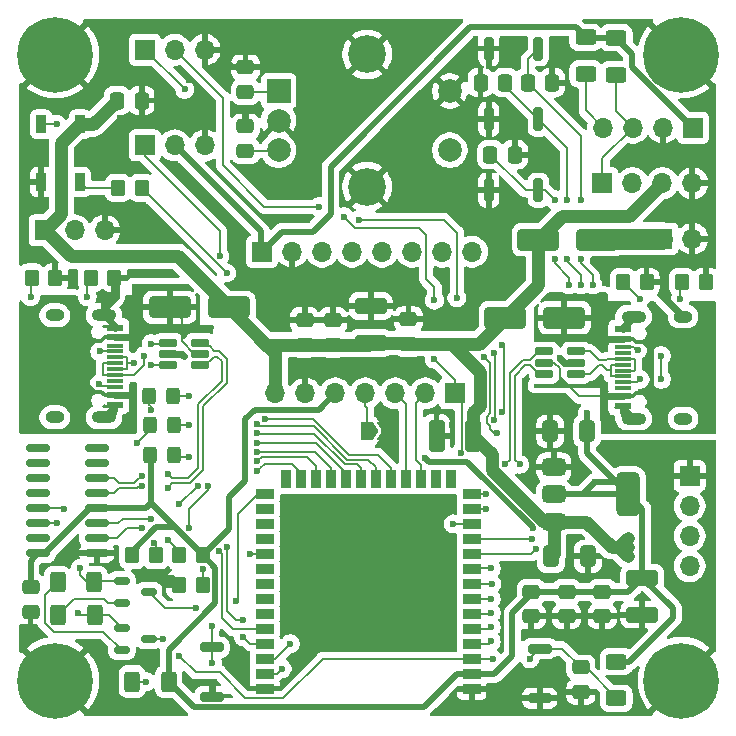
<source format=gbr>
%TF.GenerationSoftware,KiCad,Pcbnew,9.0.6*%
%TF.CreationDate,2025-12-12T18:11:39+01:00*%
%TF.ProjectId,PCB,5043422e-6b69-4636-9164-5f7063625858,rev?*%
%TF.SameCoordinates,Original*%
%TF.FileFunction,Copper,L1,Top*%
%TF.FilePolarity,Positive*%
%FSLAX46Y46*%
G04 Gerber Fmt 4.6, Leading zero omitted, Abs format (unit mm)*
G04 Created by KiCad (PCBNEW 9.0.6) date 2025-12-12 18:11:39*
%MOMM*%
%LPD*%
G01*
G04 APERTURE LIST*
G04 Aperture macros list*
%AMRoundRect*
0 Rectangle with rounded corners*
0 $1 Rounding radius*
0 $2 $3 $4 $5 $6 $7 $8 $9 X,Y pos of 4 corners*
0 Add a 4 corners polygon primitive as box body*
4,1,4,$2,$3,$4,$5,$6,$7,$8,$9,$2,$3,0*
0 Add four circle primitives for the rounded corners*
1,1,$1+$1,$2,$3*
1,1,$1+$1,$4,$5*
1,1,$1+$1,$6,$7*
1,1,$1+$1,$8,$9*
0 Add four rect primitives between the rounded corners*
20,1,$1+$1,$2,$3,$4,$5,0*
20,1,$1+$1,$4,$5,$6,$7,0*
20,1,$1+$1,$6,$7,$8,$9,0*
20,1,$1+$1,$8,$9,$2,$3,0*%
%AMFreePoly0*
4,1,6,1.000000,0.000000,0.500000,-0.750000,-0.500000,-0.750000,-0.500000,0.750000,0.500000,0.750000,1.000000,0.000000,1.000000,0.000000,$1*%
%AMFreePoly1*
4,1,6,0.500000,-0.750000,-0.650000,-0.750000,-0.150000,0.000000,-0.650000,0.750000,0.500000,0.750000,0.500000,-0.750000,0.500000,-0.750000,$1*%
G04 Aperture macros list end*
%TA.AperFunction,SMDPad,CuDef*%
%ADD10RoundRect,0.250000X0.400000X0.625000X-0.400000X0.625000X-0.400000X-0.625000X0.400000X-0.625000X0*%
%TD*%
%TA.AperFunction,ComponentPad*%
%ADD11R,1.700000X1.700000*%
%TD*%
%TA.AperFunction,ComponentPad*%
%ADD12O,1.700000X1.700000*%
%TD*%
%TA.AperFunction,SMDPad,CuDef*%
%ADD13RoundRect,0.250000X-0.412500X-0.650000X0.412500X-0.650000X0.412500X0.650000X-0.412500X0.650000X0*%
%TD*%
%TA.AperFunction,SMDPad,CuDef*%
%ADD14RoundRect,0.162500X0.617500X0.162500X-0.617500X0.162500X-0.617500X-0.162500X0.617500X-0.162500X0*%
%TD*%
%TA.AperFunction,SMDPad,CuDef*%
%ADD15RoundRect,0.090000X-0.360000X0.660000X-0.360000X-0.660000X0.360000X-0.660000X0.360000X0.660000X0*%
%TD*%
%TA.AperFunction,SMDPad,CuDef*%
%ADD16RoundRect,0.200000X0.800000X-0.200000X0.800000X0.200000X-0.800000X0.200000X-0.800000X-0.200000X0*%
%TD*%
%TA.AperFunction,ComponentPad*%
%ADD17C,6.400000*%
%TD*%
%TA.AperFunction,SMDPad,CuDef*%
%ADD18RoundRect,0.150000X-0.512500X-0.150000X0.512500X-0.150000X0.512500X0.150000X-0.512500X0.150000X0*%
%TD*%
%TA.AperFunction,SMDPad,CuDef*%
%ADD19RoundRect,0.250000X-1.500000X-0.650000X1.500000X-0.650000X1.500000X0.650000X-1.500000X0.650000X0*%
%TD*%
%TA.AperFunction,SMDPad,CuDef*%
%ADD20RoundRect,0.250000X-0.475000X0.337500X-0.475000X-0.337500X0.475000X-0.337500X0.475000X0.337500X0*%
%TD*%
%TA.AperFunction,SMDPad,CuDef*%
%ADD21RoundRect,0.200000X-0.200000X-0.800000X0.200000X-0.800000X0.200000X0.800000X-0.200000X0.800000X0*%
%TD*%
%TA.AperFunction,SMDPad,CuDef*%
%ADD22RoundRect,0.375000X-0.625000X-0.375000X0.625000X-0.375000X0.625000X0.375000X-0.625000X0.375000X0*%
%TD*%
%TA.AperFunction,SMDPad,CuDef*%
%ADD23RoundRect,0.500000X-0.500000X-1.400000X0.500000X-1.400000X0.500000X1.400000X-0.500000X1.400000X0*%
%TD*%
%TA.AperFunction,SMDPad,CuDef*%
%ADD24RoundRect,0.250000X-0.350000X-0.450000X0.350000X-0.450000X0.350000X0.450000X-0.350000X0.450000X0*%
%TD*%
%TA.AperFunction,SMDPad,CuDef*%
%ADD25RoundRect,0.250000X-1.100000X0.412500X-1.100000X-0.412500X1.100000X-0.412500X1.100000X0.412500X0*%
%TD*%
%TA.AperFunction,SMDPad,CuDef*%
%ADD26RoundRect,0.250000X0.325000X0.450000X-0.325000X0.450000X-0.325000X-0.450000X0.325000X-0.450000X0*%
%TD*%
%TA.AperFunction,SMDPad,CuDef*%
%ADD27RoundRect,0.250000X-0.337500X-0.475000X0.337500X-0.475000X0.337500X0.475000X-0.337500X0.475000X0*%
%TD*%
%TA.AperFunction,SMDPad,CuDef*%
%ADD28RoundRect,0.250000X-0.625000X0.400000X-0.625000X-0.400000X0.625000X-0.400000X0.625000X0.400000X0*%
%TD*%
%TA.AperFunction,SMDPad,CuDef*%
%ADD29R,1.450000X0.600000*%
%TD*%
%TA.AperFunction,SMDPad,CuDef*%
%ADD30R,1.450000X0.300000*%
%TD*%
%TA.AperFunction,HeatsinkPad*%
%ADD31O,2.100000X1.000000*%
%TD*%
%TA.AperFunction,HeatsinkPad*%
%ADD32O,1.600000X1.000000*%
%TD*%
%TA.AperFunction,SMDPad,CuDef*%
%ADD33RoundRect,0.250000X0.475000X-0.337500X0.475000X0.337500X-0.475000X0.337500X-0.475000X-0.337500X0*%
%TD*%
%TA.AperFunction,SMDPad,CuDef*%
%ADD34RoundRect,0.150000X0.825000X0.150000X-0.825000X0.150000X-0.825000X-0.150000X0.825000X-0.150000X0*%
%TD*%
%TA.AperFunction,ComponentPad*%
%ADD35R,2.000000X2.000000*%
%TD*%
%TA.AperFunction,ComponentPad*%
%ADD36C,2.000000*%
%TD*%
%TA.AperFunction,ComponentPad*%
%ADD37C,3.200000*%
%TD*%
%TA.AperFunction,SMDPad,CuDef*%
%ADD38RoundRect,0.162500X-0.617500X-0.162500X0.617500X-0.162500X0.617500X0.162500X-0.617500X0.162500X0*%
%TD*%
%TA.AperFunction,SMDPad,CuDef*%
%ADD39RoundRect,0.250000X0.350000X0.450000X-0.350000X0.450000X-0.350000X-0.450000X0.350000X-0.450000X0*%
%TD*%
%TA.AperFunction,SMDPad,CuDef*%
%ADD40RoundRect,0.250000X0.412500X0.650000X-0.412500X0.650000X-0.412500X-0.650000X0.412500X-0.650000X0*%
%TD*%
%TA.AperFunction,SMDPad,CuDef*%
%ADD41RoundRect,0.250000X0.412500X1.100000X-0.412500X1.100000X-0.412500X-1.100000X0.412500X-1.100000X0*%
%TD*%
%TA.AperFunction,SMDPad,CuDef*%
%ADD42RoundRect,0.250000X1.100000X-0.412500X1.100000X0.412500X-1.100000X0.412500X-1.100000X-0.412500X0*%
%TD*%
%TA.AperFunction,SMDPad,CuDef*%
%ADD43RoundRect,0.250000X1.500000X0.650000X-1.500000X0.650000X-1.500000X-0.650000X1.500000X-0.650000X0*%
%TD*%
%TA.AperFunction,SMDPad,CuDef*%
%ADD44RoundRect,0.250000X0.337500X0.475000X-0.337500X0.475000X-0.337500X-0.475000X0.337500X-0.475000X0*%
%TD*%
%TA.AperFunction,SMDPad,CuDef*%
%ADD45R,1.500000X0.900000*%
%TD*%
%TA.AperFunction,SMDPad,CuDef*%
%ADD46R,0.900000X1.500000*%
%TD*%
%TA.AperFunction,HeatsinkPad*%
%ADD47C,0.600000*%
%TD*%
%TA.AperFunction,HeatsinkPad*%
%ADD48R,3.900000X3.900000*%
%TD*%
%TA.AperFunction,SMDPad,CuDef*%
%ADD49FreePoly0,0.000000*%
%TD*%
%TA.AperFunction,SMDPad,CuDef*%
%ADD50FreePoly1,0.000000*%
%TD*%
%TA.AperFunction,ViaPad*%
%ADD51C,0.600000*%
%TD*%
%TA.AperFunction,Conductor*%
%ADD52C,0.200000*%
%TD*%
%TA.AperFunction,Conductor*%
%ADD53C,0.500000*%
%TD*%
%TA.AperFunction,Conductor*%
%ADD54C,1.100000*%
%TD*%
%TA.AperFunction,Conductor*%
%ADD55C,0.600000*%
%TD*%
%TA.AperFunction,Conductor*%
%ADD56C,0.300000*%
%TD*%
%TA.AperFunction,Conductor*%
%ADD57C,1.800000*%
%TD*%
G04 APERTURE END LIST*
D10*
%TO.P,R14,1*%
%TO.N,RTS*%
X142850000Y-129550000D03*
%TO.P,R14,2*%
%TO.N,Net-(Q2-B)*%
X139750000Y-129550000D03*
%TD*%
D11*
%TO.P,UART1,1,Pin_1*%
%TO.N,GND*%
X193200000Y-117800000D03*
D12*
%TO.P,UART1,2,Pin_2*%
%TO.N,RX1*%
X193200000Y-120340000D03*
%TO.P,UART1,3,Pin_3*%
%TO.N,TX1*%
X193200000Y-122880000D03*
%TO.P,UART1,4,Pin_4*%
%TO.N,VCC_5V*%
X193200000Y-125420000D03*
%TD*%
D10*
%TO.P,R13,1*%
%TO.N,DTR*%
X142800000Y-126800000D03*
%TO.P,R13,2*%
%TO.N,Net-(Q1-B)*%
X139700000Y-126800000D03*
%TD*%
D13*
%TO.P,C5,1*%
%TO.N,VCC_5V*%
X181475000Y-124600000D03*
%TO.P,C5,2*%
%TO.N,GND*%
X184600000Y-124600000D03*
%TD*%
D14*
%TO.P,U2,1,I/O1*%
%TO.N,in_USB_N*%
X183600000Y-109150000D03*
%TO.P,U2,2,GND*%
%TO.N,GND*%
X183600000Y-108200000D03*
%TO.P,U2,3,I/O2*%
%TO.N,in_USB_P*%
X183600000Y-107250000D03*
%TO.P,U2,4,I/O2*%
%TO.N,USB_P*%
X180900000Y-107250000D03*
%TO.P,U2,5,VBUS*%
%TO.N,VBUS_NP*%
X180900000Y-108200000D03*
%TO.P,U2,6,I/O1*%
%TO.N,USB_N*%
X180900000Y-109150000D03*
%TD*%
D15*
%TO.P,D6,1,VDD*%
%TO.N,VCC_5V*%
X141600000Y-88000000D03*
%TO.P,D6,2,DOUT*%
%TO.N,NEOPIXEL+*%
X138300000Y-88000000D03*
%TO.P,D6,3,VSS*%
%TO.N,GND*%
X138300000Y-92900000D03*
%TO.P,D6,4,DIN*%
%TO.N,Net-(D6-DIN)*%
X141600000Y-92900000D03*
%TD*%
D16*
%TO.P,SW1,1,1*%
%TO.N,GND*%
X152750000Y-136500000D03*
%TO.P,SW1,2,2*%
%TO.N,BOOT*%
X152750000Y-132300000D03*
%TD*%
D17*
%TO.P,H2,1,1*%
%TO.N,GND*%
X139500000Y-82120000D03*
%TD*%
D18*
%TO.P,Q1,1,E*%
%TO.N,RTS*%
X145125000Y-130650000D03*
%TO.P,Q1,2,B*%
%TO.N,Net-(Q1-B)*%
X145125000Y-132550000D03*
%TO.P,Q1,3,C*%
%TO.N,EN*%
X147400000Y-131600000D03*
%TD*%
D19*
%TO.P,D4,1,K*%
%TO.N,VCC_5V*%
X177600000Y-104400000D03*
%TO.P,D4,2,A*%
%TO.N,VBUS_NP*%
X182600000Y-104400000D03*
%TD*%
D20*
%TO.P,C1,1*%
%TO.N,3V3*%
X137400000Y-127200000D03*
%TO.P,C1,2*%
%TO.N,GND*%
X137400000Y-129275000D03*
%TD*%
D21*
%TO.P,SW5,1,1*%
%TO.N,GND*%
X176200000Y-93600000D03*
%TO.P,SW5,2,2*%
%TO.N,BTN3*%
X180400000Y-93600000D03*
%TD*%
D17*
%TO.P,H1,1,1*%
%TO.N,GND*%
X192500000Y-82120000D03*
%TD*%
D22*
%TO.P,U4,1,GND*%
%TO.N,GND*%
X181700000Y-117050000D03*
%TO.P,U4,2,VO*%
%TO.N,3V3*%
X181700000Y-119350000D03*
D23*
X188000000Y-119350000D03*
D22*
%TO.P,U4,3,VI*%
%TO.N,VCC_5V*%
X181700000Y-121650000D03*
%TD*%
D24*
%TO.P,R12,1*%
%TO.N,Net-(J3-CC1)*%
X142500000Y-101000000D03*
%TO.P,R12,2*%
%TO.N,GND*%
X144500000Y-101000000D03*
%TD*%
D16*
%TO.P,SW2,1,1*%
%TO.N,GND*%
X180500000Y-136600000D03*
%TO.P,SW2,2,2*%
%TO.N,EN*%
X180500000Y-132400000D03*
%TD*%
D20*
%TO.P,C2,1*%
%TO.N,EN*%
X184000000Y-134000000D03*
%TO.P,C2,2*%
%TO.N,GND*%
X184000000Y-136075000D03*
%TD*%
D11*
%TO.P,J2,1,Pin_1*%
%TO.N,VCC_5V*%
X138600000Y-97000000D03*
D12*
%TO.P,J2,2,Pin_2*%
%TO.N,NEOPIXEL+*%
X141140000Y-97000000D03*
%TO.P,J2,3,Pin_3*%
%TO.N,GND*%
X143680000Y-97000000D03*
%TD*%
D11*
%TO.P,J4,1,Pin_1*%
%TO.N,3V3*%
X157000000Y-98800000D03*
D12*
%TO.P,J4,2,Pin_2*%
%TO.N,GND*%
X159540000Y-98800000D03*
%TO.P,J4,3,Pin_3*%
%TO.N,MOSI*%
X162080000Y-98800000D03*
%TO.P,J4,4,Pin_4*%
%TO.N,SCLK*%
X164620000Y-98800000D03*
%TO.P,J4,5,Pin_5*%
%TO.N,CS*%
X167160000Y-98800000D03*
%TO.P,J4,6,Pin_6*%
%TO.N,DC*%
X169700000Y-98800000D03*
%TO.P,J4,7,Pin_7*%
%TO.N,RST*%
X172240000Y-98800000D03*
%TO.P,J4,8,Pin_8*%
%TO.N,BLK*%
X174780000Y-98800000D03*
%TD*%
D25*
%TO.P,C9,1*%
%TO.N,3V3*%
X189200000Y-126400000D03*
%TO.P,C9,2*%
%TO.N,GND*%
X189200000Y-129525000D03*
%TD*%
D26*
%TO.P,D2,1,K*%
%TO.N,RX0*%
X149500000Y-111000000D03*
%TO.P,D2,2,A*%
%TO.N,Net-(D2-A)*%
X147450000Y-111000000D03*
%TD*%
D20*
%TO.P,C19,1*%
%TO.N,3V3*%
X179800000Y-127600000D03*
%TO.P,C19,2*%
%TO.N,GND*%
X179800000Y-129675000D03*
%TD*%
D27*
%TO.P,C16,1*%
%TO.N,BTN3*%
X176325000Y-90600000D03*
%TO.P,C16,2*%
%TO.N,GND*%
X178400000Y-90600000D03*
%TD*%
D28*
%TO.P,R6,1*%
%TO.N,3V3*%
X187000000Y-80700000D03*
%TO.P,R6,2*%
%TO.N,SDA*%
X187000000Y-83800000D03*
%TD*%
D19*
%TO.P,D5,1,K*%
%TO.N,VCC_5V*%
X180400000Y-97800000D03*
%TO.P,D5,2,A*%
%TO.N,VCC*%
X185400000Y-97800000D03*
%TD*%
D29*
%TO.P,J3,A1,GND*%
%TO.N,GND*%
X144545000Y-105250000D03*
%TO.P,J3,A4,VBUS*%
%TO.N,VBUS_UART*%
X144545000Y-106050000D03*
D30*
%TO.P,J3,A5,CC1*%
%TO.N,Net-(J3-CC1)*%
X144545000Y-107250000D03*
%TO.P,J3,A6,D+*%
%TO.N,in_USB_D+*%
X144545000Y-108250000D03*
%TO.P,J3,A7,D-*%
%TO.N,in_USB_D-*%
X144545000Y-108750000D03*
%TO.P,J3,A8,SBU1*%
%TO.N,unconnected-(J3-SBU1-PadA8)*%
X144545000Y-109750000D03*
D29*
%TO.P,J3,A9,VBUS*%
%TO.N,VBUS_UART*%
X144545000Y-110950000D03*
%TO.P,J3,A12,GND*%
%TO.N,GND*%
X144545000Y-111750000D03*
%TO.P,J3,B1,GND*%
X144545000Y-111750000D03*
%TO.P,J3,B4,VBUS*%
%TO.N,VBUS_UART*%
X144545000Y-110950000D03*
D30*
%TO.P,J3,B5,CC2*%
%TO.N,Net-(J3-CC2)*%
X144545000Y-110250000D03*
%TO.P,J3,B6,D+*%
%TO.N,in_USB_D+*%
X144545000Y-109250000D03*
%TO.P,J3,B7,D-*%
%TO.N,in_USB_D-*%
X144545000Y-107750000D03*
%TO.P,J3,B8,SBU2*%
%TO.N,unconnected-(J3-SBU2-PadB8)*%
X144545000Y-106750000D03*
D29*
%TO.P,J3,B9,VBUS*%
%TO.N,VBUS_UART*%
X144545000Y-106050000D03*
%TO.P,J3,B12,GND*%
%TO.N,GND*%
X144545000Y-105250000D03*
D31*
%TO.P,J3,S1,SHIELD*%
X143630000Y-104180000D03*
D32*
X139450000Y-104180000D03*
D31*
X143630000Y-112820000D03*
D32*
X139450000Y-112820000D03*
%TD*%
D33*
%TO.P,C4,1*%
%TO.N,ROTA*%
X155600000Y-85275000D03*
%TO.P,C4,2*%
%TO.N,GND*%
X155600000Y-83200000D03*
%TD*%
D34*
%TO.P,U1,1,GND*%
%TO.N,GND*%
X143000000Y-124340000D03*
%TO.P,U1,2,TXD*%
%TO.N,RX0*%
X143000000Y-123070000D03*
%TO.P,U1,3,RXD*%
%TO.N,TX0*%
X143000000Y-121800000D03*
%TO.P,U1,4,V3*%
%TO.N,3V3*%
X143000000Y-120530000D03*
%TO.P,U1,5,UD+*%
%TO.N,USB_D+*%
X143000000Y-119260000D03*
%TO.P,U1,6,UD-*%
%TO.N,USB_D-*%
X143000000Y-117990000D03*
%TO.P,U1,7,NC*%
%TO.N,unconnected-(U1-NC-Pad7)*%
X143000000Y-116720000D03*
%TO.P,U1,8,NC*%
%TO.N,unconnected-(U1-NC-Pad8)*%
X143000000Y-115450000D03*
%TO.P,U1,9,~{CTS}*%
%TO.N,unconnected-(U1-~{CTS}-Pad9)*%
X138050000Y-115450000D03*
%TO.P,U1,10,~{DSR}*%
%TO.N,unconnected-(U1-~{DSR}-Pad10)*%
X138050000Y-116720000D03*
%TO.P,U1,11,~{RI}*%
%TO.N,unconnected-(U1-~{RI}-Pad11)*%
X138050000Y-117990000D03*
%TO.P,U1,12,~{DCD}*%
%TO.N,unconnected-(U1-~{DCD}-Pad12)*%
X138050000Y-119260000D03*
%TO.P,U1,13,~{DTR}*%
%TO.N,DTR*%
X138050000Y-120530000D03*
%TO.P,U1,14,~{RTS}*%
%TO.N,RTS*%
X138050000Y-121800000D03*
%TO.P,U1,15,R232*%
%TO.N,unconnected-(U1-R232-Pad15)*%
X138050000Y-123070000D03*
%TO.P,U1,16,VCC*%
%TO.N,3V3*%
X138050000Y-124340000D03*
%TD*%
D35*
%TO.P,SW6,A,A*%
%TO.N,ROTA*%
X158400000Y-85200000D03*
D36*
%TO.P,SW6,B,B*%
%TO.N,ROTB*%
X158400000Y-90200000D03*
%TO.P,SW6,C,C*%
%TO.N,GND*%
X158400000Y-87700000D03*
D37*
%TO.P,SW6,MP,MP*%
X165900000Y-82100000D03*
X165900000Y-93300000D03*
D36*
%TO.P,SW6,S1,S1*%
%TO.N,ROTS1*%
X172900000Y-90200000D03*
%TO.P,SW6,S2,S2*%
%TO.N,GND*%
X172900000Y-85200000D03*
%TD*%
D21*
%TO.P,SW4,1,1*%
%TO.N,GND*%
X176200000Y-87600000D03*
%TO.P,SW4,2,2*%
%TO.N,BTN2*%
X180400000Y-87600000D03*
%TD*%
D33*
%TO.P,C6,1*%
%TO.N,VCC_5V*%
X169400000Y-106600000D03*
%TO.P,C6,2*%
%TO.N,GND*%
X169400000Y-104525000D03*
%TD*%
D38*
%TO.P,U3,1,I/O1*%
%TO.N,in_USB_D+*%
X149050000Y-106500000D03*
%TO.P,U3,2,GND*%
%TO.N,GND*%
X149050000Y-107450000D03*
%TO.P,U3,3,I/O2*%
%TO.N,in_USB_D-*%
X149050000Y-108400000D03*
%TO.P,U3,4,I/O2*%
%TO.N,USB_D-*%
X151750000Y-108400000D03*
%TO.P,U3,5,VBUS*%
%TO.N,VBUS_UART*%
X151750000Y-107450000D03*
%TO.P,U3,6,I/O1*%
%TO.N,USB_D+*%
X151750000Y-106500000D03*
%TD*%
D39*
%TO.P,R4,1*%
%TO.N,Net-(D1-K)*%
X152000000Y-127000000D03*
%TO.P,R4,2*%
%TO.N,GND*%
X150000000Y-127000000D03*
%TD*%
D40*
%TO.P,C7,1*%
%TO.N,3V3*%
X184525000Y-114000000D03*
%TO.P,C7,2*%
%TO.N,GND*%
X181400000Y-114000000D03*
%TD*%
D41*
%TO.P,C17,1*%
%TO.N,VCC_5V*%
X174900000Y-114400000D03*
%TO.P,C17,2*%
%TO.N,GND*%
X171775000Y-114400000D03*
%TD*%
D24*
%TO.P,R9,1*%
%TO.N,Net-(D7-A)*%
X150000000Y-124500000D03*
%TO.P,R9,2*%
%TO.N,3V3*%
X152000000Y-124500000D03*
%TD*%
D18*
%TO.P,Q2,1,E*%
%TO.N,DTR*%
X145125000Y-126650000D03*
%TO.P,Q2,2,B*%
%TO.N,Net-(Q2-B)*%
X145125000Y-128550000D03*
%TO.P,Q2,3,C*%
%TO.N,BOOT*%
X147400000Y-127600000D03*
%TD*%
D27*
%TO.P,C12,1*%
%TO.N,VCC_5V*%
X144725000Y-86000000D03*
%TO.P,C12,2*%
%TO.N,GND*%
X146800000Y-86000000D03*
%TD*%
D42*
%TO.P,C18,1*%
%TO.N,VCC_5V*%
X166200000Y-106525000D03*
%TO.P,C18,2*%
%TO.N,GND*%
X166200000Y-103400000D03*
%TD*%
D43*
%TO.P,D3,1,K*%
%TO.N,VCC_5V*%
X154200000Y-103500000D03*
%TO.P,D3,2,A*%
%TO.N,VBUS_UART*%
X149200000Y-103500000D03*
%TD*%
D26*
%TO.P,D1,1,K*%
%TO.N,Net-(D1-K)*%
X149550000Y-116000000D03*
%TO.P,D1,2,A*%
%TO.N,3V3*%
X147500000Y-116000000D03*
%TD*%
D17*
%TO.P,H3,1,1*%
%TO.N,GND*%
X192500000Y-135120000D03*
%TD*%
D24*
%TO.P,R2,1*%
%TO.N,Net-(J1-CC1)*%
X192555000Y-101360000D03*
%TO.P,R2,2*%
%TO.N,GND*%
X194555000Y-101360000D03*
%TD*%
%TO.P,R3,1*%
%TO.N,Net-(J1-CC2)*%
X187555000Y-101360000D03*
%TO.P,R3,2*%
%TO.N,GND*%
X189555000Y-101360000D03*
%TD*%
D39*
%TO.P,R8,1*%
%TO.N,Net-(D2-A)*%
X148000000Y-124500000D03*
%TO.P,R8,2*%
%TO.N,3V3*%
X146000000Y-124500000D03*
%TD*%
D28*
%TO.P,R10,1*%
%TO.N,3V3*%
X187000000Y-133500000D03*
%TO.P,R10,2*%
%TO.N,EN*%
X187000000Y-136600000D03*
%TD*%
D11*
%TO.P,J10,1,Pin_1*%
%TO.N,CLK*%
X147075000Y-81700000D03*
D12*
%TO.P,J10,2,Pin_2*%
%TO.N,WS*%
X149615000Y-81700000D03*
%TO.P,J10,3,Pin_3*%
%TO.N,GND*%
X152155000Y-81700000D03*
%TD*%
D24*
%TO.P,R11,1*%
%TO.N,Net-(J3-CC2)*%
X137500000Y-101000000D03*
%TO.P,R11,2*%
%TO.N,GND*%
X139500000Y-101000000D03*
%TD*%
D29*
%TO.P,J1,A1,GND*%
%TO.N,GND*%
X187555000Y-111860000D03*
%TO.P,J1,A4,VBUS*%
%TO.N,VBUS_NP*%
X187555000Y-111060000D03*
D30*
%TO.P,J1,A5,CC1*%
%TO.N,Net-(J1-CC1)*%
X187555000Y-109860000D03*
%TO.P,J1,A6,D+*%
%TO.N,in_USB_P*%
X187555000Y-108860000D03*
%TO.P,J1,A7,D-*%
%TO.N,in_USB_N*%
X187555000Y-108360000D03*
%TO.P,J1,A8,SBU1*%
%TO.N,unconnected-(J1-SBU1-PadA8)*%
X187555000Y-107360000D03*
D29*
%TO.P,J1,A9,VBUS*%
%TO.N,VBUS_NP*%
X187555000Y-106160000D03*
%TO.P,J1,A12,GND*%
%TO.N,GND*%
X187555000Y-105360000D03*
%TO.P,J1,B1,GND*%
X187555000Y-105360000D03*
%TO.P,J1,B4,VBUS*%
%TO.N,VBUS_NP*%
X187555000Y-106160000D03*
D30*
%TO.P,J1,B5,CC2*%
%TO.N,Net-(J1-CC2)*%
X187555000Y-106860000D03*
%TO.P,J1,B6,D+*%
%TO.N,in_USB_P*%
X187555000Y-107860000D03*
%TO.P,J1,B7,D-*%
%TO.N,in_USB_N*%
X187555000Y-109360000D03*
%TO.P,J1,B8,SBU2*%
%TO.N,unconnected-(J1-SBU2-PadB8)*%
X187555000Y-110360000D03*
D29*
%TO.P,J1,B9,VBUS*%
%TO.N,VBUS_NP*%
X187555000Y-111060000D03*
%TO.P,J1,B12,GND*%
%TO.N,GND*%
X187555000Y-111860000D03*
D31*
%TO.P,J1,S1,SHIELD*%
X188470000Y-112930000D03*
D32*
X192650000Y-112930000D03*
D31*
X188470000Y-104290000D03*
D32*
X192650000Y-104290000D03*
%TD*%
D11*
%TO.P,J7,1,Pin_1*%
%TO.N,WS*%
X173360000Y-110800000D03*
D12*
%TO.P,J7,2,Pin_2*%
%TO.N,CLK*%
X170820000Y-110800000D03*
%TO.P,J7,3,Pin_3*%
%TO.N,DIN*%
X168280000Y-110800000D03*
%TO.P,J7,4,Pin_4*%
%TO.N,Net-(J7-Pin_4)*%
X165740000Y-110800000D03*
%TO.P,J7,5,Pin_5*%
%TO.N,3V3*%
X163200000Y-110800000D03*
%TO.P,J7,6,Pin_6*%
%TO.N,GND*%
X160660000Y-110800000D03*
%TO.P,J7,7,Pin_7*%
%TO.N,VCC_5V*%
X158120000Y-110800000D03*
%TD*%
D11*
%TO.P,I2C1,1,Pin_1*%
%TO.N,SDA*%
X185820000Y-93000000D03*
D12*
%TO.P,I2C1,2,Pin_2*%
%TO.N,SCL*%
X188360000Y-93000000D03*
%TO.P,I2C1,3,Pin_3*%
%TO.N,VCC_5V*%
X190900000Y-93000000D03*
%TO.P,I2C1,4,Pin_4*%
%TO.N,GND*%
X193440000Y-93000000D03*
%TD*%
D20*
%TO.P,C11,1*%
%TO.N,3V3*%
X182800000Y-127600000D03*
%TO.P,C11,2*%
%TO.N,GND*%
X182800000Y-129675000D03*
%TD*%
D39*
%TO.P,R7,1*%
%TO.N,NEOPIXEL*%
X146800000Y-93400000D03*
%TO.P,R7,2*%
%TO.N,Net-(D6-DIN)*%
X144800000Y-93400000D03*
%TD*%
D27*
%TO.P,C14,1*%
%TO.N,BTN1*%
X179500000Y-84500000D03*
%TO.P,C14,2*%
%TO.N,GND*%
X181575000Y-84500000D03*
%TD*%
D26*
%TO.P,D7,1,K*%
%TO.N,TX0*%
X149550000Y-113500000D03*
%TO.P,D7,2,A*%
%TO.N,Net-(D7-A)*%
X147500000Y-113500000D03*
%TD*%
D11*
%TO.P,J9,1,Pin_1*%
%TO.N,SD_MIC*%
X147075000Y-89800000D03*
D12*
%TO.P,J9,2,Pin_2*%
%TO.N,3V3*%
X149615000Y-89800000D03*
%TO.P,J9,3,Pin_3*%
%TO.N,GND*%
X152155000Y-89800000D03*
%TD*%
D11*
%TO.P,J5,1,Pin_1*%
%TO.N,VCC*%
X190900000Y-97700000D03*
D12*
%TO.P,J5,2,Pin_2*%
%TO.N,GND*%
X193440000Y-97700000D03*
%TD*%
D11*
%TO.P,J6,1,Pin_1*%
%TO.N,3V3*%
X193480000Y-88300000D03*
D12*
%TO.P,J6,2,Pin_2*%
%TO.N,GND*%
X190940000Y-88300000D03*
%TO.P,J6,3,Pin_3*%
%TO.N,SDA*%
X188400000Y-88300000D03*
%TO.P,J6,4,Pin_4*%
%TO.N,SCL*%
X185860000Y-88300000D03*
%TD*%
D28*
%TO.P,R5,1*%
%TO.N,3V3*%
X184400000Y-80650000D03*
%TO.P,R5,2*%
%TO.N,SCL*%
X184400000Y-83750000D03*
%TD*%
D33*
%TO.P,C8,1*%
%TO.N,VCC_5V*%
X163000000Y-106675000D03*
%TO.P,C8,2*%
%TO.N,GND*%
X163000000Y-104600000D03*
%TD*%
%TO.P,C13,1*%
%TO.N,ROTB*%
X155600000Y-90275000D03*
%TO.P,C13,2*%
%TO.N,GND*%
X155600000Y-88200000D03*
%TD*%
D44*
%TO.P,C15,1*%
%TO.N,BTN2*%
X177575000Y-84500000D03*
%TO.P,C15,2*%
%TO.N,GND*%
X175500000Y-84500000D03*
%TD*%
D33*
%TO.P,C3,1*%
%TO.N,VCC_5V*%
X160600000Y-106675000D03*
%TO.P,C3,2*%
%TO.N,GND*%
X160600000Y-104600000D03*
%TD*%
D10*
%TO.P,R1,1*%
%TO.N,3V3*%
X149100000Y-135200000D03*
%TO.P,R1,2*%
%TO.N,BOOT*%
X146000000Y-135200000D03*
%TD*%
D45*
%TO.P,U6,1,GND*%
%TO.N,GND*%
X174745606Y-135820000D03*
%TO.P,U6,2,3V3*%
%TO.N,3V3*%
X174745606Y-134550000D03*
%TO.P,U6,3,EN*%
%TO.N,EN*%
X174745606Y-133280000D03*
%TO.P,U6,4,IO4*%
%TO.N,BTN1*%
X174745606Y-132010000D03*
%TO.P,U6,5,IO5*%
%TO.N,BTN2*%
X174745606Y-130740000D03*
%TO.P,U6,6,IO6*%
%TO.N,BTN3*%
X174745606Y-129470000D03*
%TO.P,U6,7,IO7*%
%TO.N,ROTS1*%
X174745606Y-128200000D03*
%TO.P,U6,8,IO15*%
%TO.N,ROTA*%
X174745606Y-126930000D03*
%TO.P,U6,9,IO16*%
%TO.N,ROTB*%
X174745606Y-125660000D03*
%TO.P,U6,10,IO17*%
%TO.N,TX1*%
X174745606Y-124390000D03*
%TO.P,U6,11,IO18*%
%TO.N,RX1*%
X174745606Y-123120000D03*
%TO.P,U6,12,IO8*%
%TO.N,WS*%
X174745606Y-121850000D03*
%TO.P,U6,13,IO19*%
%TO.N,USB_N*%
X174745606Y-120580000D03*
%TO.P,U6,14,IO20*%
%TO.N,USB_P*%
X174745606Y-119310000D03*
D46*
%TO.P,U6,15,IO3*%
%TO.N,unconnected-(U6-IO3-Pad15)*%
X172980606Y-118060000D03*
%TO.P,U6,16,IO46*%
%TO.N,unconnected-(U6-IO46-Pad16)*%
X171710606Y-118060000D03*
%TO.P,U6,17,IO9*%
%TO.N,CLK*%
X170440606Y-118060000D03*
%TO.P,U6,18,IO10*%
%TO.N,DIN*%
X169170606Y-118060000D03*
%TO.P,U6,19,IO11*%
%TO.N,BLK*%
X167900606Y-118060000D03*
%TO.P,U6,20,IO12*%
%TO.N,RST*%
X166630606Y-118060000D03*
%TO.P,U6,21,IO13*%
%TO.N,DC*%
X165360606Y-118060000D03*
%TO.P,U6,22,IO14*%
%TO.N,CS*%
X164090606Y-118060000D03*
%TO.P,U6,23,IO21*%
%TO.N,SCLK*%
X162820606Y-118060000D03*
%TO.P,U6,24,IO47*%
%TO.N,MOSI*%
X161550606Y-118060000D03*
%TO.P,U6,25,IO48*%
%TO.N,NEOPIXEL*%
X160280606Y-118060000D03*
%TO.P,U6,26,IO45*%
%TO.N,unconnected-(U6-IO45-Pad26)*%
X159010606Y-118060000D03*
D45*
%TO.P,U6,27,IO0*%
%TO.N,BOOT*%
X157245606Y-119310000D03*
%TO.P,U6,28,IO35*%
%TO.N,unconnected-(U6-IO35-Pad28)*%
X157245606Y-120580000D03*
%TO.P,U6,29,IO36*%
%TO.N,unconnected-(U6-IO36-Pad29)*%
X157245606Y-121850000D03*
%TO.P,U6,30,IO37*%
%TO.N,unconnected-(U6-IO37-Pad30)*%
X157245606Y-123120000D03*
%TO.P,U6,31,IO38*%
%TO.N,SD_MIC*%
X157245606Y-124390000D03*
%TO.P,U6,32,IO39*%
%TO.N,unconnected-(U6-IO39-Pad32)*%
X157245606Y-125660000D03*
%TO.P,U6,33,IO40*%
%TO.N,unconnected-(U6-IO40-Pad33)*%
X157245606Y-126930000D03*
%TO.P,U6,34,IO41*%
%TO.N,unconnected-(U6-IO41-Pad34)*%
X157245606Y-128200000D03*
%TO.P,U6,35,IO42*%
%TO.N,unconnected-(U6-IO42-Pad35)*%
X157245606Y-129470000D03*
%TO.P,U6,36,RXD0*%
%TO.N,RX0*%
X157245606Y-130740000D03*
%TO.P,U6,37,TXD0*%
%TO.N,TX0*%
X157245606Y-132010000D03*
%TO.P,U6,38,IO2*%
%TO.N,SCL*%
X157245606Y-133280000D03*
%TO.P,U6,39,IO1*%
%TO.N,SDA*%
X157245606Y-134550000D03*
%TO.P,U6,40,GND*%
%TO.N,GND*%
X157245606Y-135820000D03*
D47*
%TO.P,U6,41,GND*%
X168895606Y-128800000D03*
X168895606Y-127400000D03*
X168195606Y-129500000D03*
X168195606Y-128100000D03*
X168195606Y-126700000D03*
X167495606Y-128800000D03*
D48*
X167495606Y-128100000D03*
D47*
X167495606Y-127400000D03*
X166795606Y-129500000D03*
X166795606Y-128100000D03*
X166795606Y-126700000D03*
X166095606Y-128800000D03*
X166095606Y-127400000D03*
%TD*%
D21*
%TO.P,SW3,1,1*%
%TO.N,GND*%
X176200000Y-81600000D03*
%TO.P,SW3,2,2*%
%TO.N,BTN1*%
X180400000Y-81600000D03*
%TD*%
D49*
%TO.P,JP1,1,A*%
%TO.N,Net-(J7-Pin_4)*%
X165850000Y-114000000D03*
D50*
%TO.P,JP1,2,B*%
%TO.N,GND*%
X167300000Y-114000000D03*
%TD*%
D20*
%TO.P,C10,1*%
%TO.N,3V3*%
X185800000Y-127600000D03*
%TO.P,C10,2*%
%TO.N,GND*%
X185800000Y-129675000D03*
%TD*%
D17*
%TO.P,H4,1,1*%
%TO.N,GND*%
X139500000Y-135120000D03*
%TD*%
D51*
%TO.N,GND*%
X157000000Y-89000000D03*
X138300000Y-91000000D03*
X173000000Y-137200000D03*
X143900000Y-135700000D03*
X146000000Y-97600000D03*
X154600000Y-98600000D03*
X156700000Y-92900000D03*
X169700000Y-92800000D03*
X158500000Y-101900000D03*
X157200000Y-103600000D03*
X156900000Y-101700000D03*
X160600000Y-101500000D03*
X151700000Y-93800000D03*
X149100000Y-91400000D03*
X152700000Y-91400000D03*
X150800000Y-88200000D03*
X154300000Y-83000000D03*
X154300000Y-80000000D03*
X154300000Y-84400000D03*
X154300000Y-81500000D03*
X162800000Y-84300000D03*
X153500000Y-84300000D03*
X150800000Y-84300000D03*
X148400000Y-84400000D03*
X146200000Y-84400000D03*
X146200000Y-87500000D03*
X150800000Y-87500000D03*
X148200000Y-87500000D03*
X145000000Y-90500000D03*
X145000000Y-87500000D03*
X145000000Y-91900000D03*
X145000000Y-89000000D03*
X145000000Y-84400000D03*
X145000000Y-80000000D03*
X145000000Y-81500000D03*
X145000000Y-83000000D03*
X152700000Y-79500000D03*
X146700000Y-79500000D03*
X151100000Y-79500000D03*
X149600000Y-79500000D03*
X148100000Y-79500000D03*
X153500000Y-80000000D03*
X188000000Y-116400000D03*
X189400000Y-115300000D03*
X186700000Y-115200000D03*
X189000000Y-137500000D03*
X184000000Y-137600000D03*
X176100000Y-137600000D03*
X178000000Y-135300000D03*
X194500000Y-130800000D03*
X193100000Y-129900000D03*
X194600000Y-128400000D03*
X187100000Y-131500000D03*
X185200000Y-131300000D03*
X183400000Y-131500000D03*
X183600000Y-116800000D03*
X183500000Y-118100000D03*
X173100000Y-113500000D03*
X168000000Y-115700000D03*
X144600000Y-124300000D03*
X186000000Y-100700000D03*
X184400000Y-82200000D03*
X186900000Y-82300000D03*
X178000000Y-82600000D03*
X178400000Y-88400000D03*
X158300000Y-82400000D03*
X163000000Y-82400000D03*
X162800000Y-85700000D03*
X170100000Y-86200000D03*
X169800000Y-89100000D03*
X170900000Y-94700000D03*
X168800000Y-94600000D03*
X160700000Y-92500000D03*
X157500000Y-93800000D03*
X155900000Y-92000000D03*
X159600000Y-109400000D03*
%TO.N,SDA*%
X158700000Y-134100000D03*
%TO.N,SCL*%
X159400000Y-132000000D03*
%TO.N,3V3*%
X179933272Y-122218198D03*
X184525000Y-112475000D03*
X170800000Y-116300000D03*
X185200000Y-118300000D03*
%TO.N,VCC_5V*%
X188000000Y-123800000D03*
X188000000Y-123000000D03*
X188000000Y-124600000D03*
%TO.N,EN*%
X176520000Y-133280000D03*
X150000000Y-133000000D03*
X179680000Y-133280000D03*
X148600000Y-131600000D03*
%TO.N,Net-(D1-K)*%
X150800000Y-116200000D03*
X152000000Y-125700000D03*
%TO.N,USB_P*%
X176000000Y-119310000D03*
X177600000Y-116800000D03*
%TO.N,USB_N*%
X178800000Y-116800000D03*
X176000000Y-120580000D03*
%TO.N,Net-(J1-CC1)*%
X192400000Y-102800000D03*
X190800000Y-109600000D03*
X189000000Y-109600000D03*
X190800000Y-107600000D03*
%TO.N,ROTA*%
X176470000Y-126930000D03*
X176600000Y-107400000D03*
X176622728Y-113025800D03*
%TO.N,Net-(J1-CC2)*%
X188800000Y-107096000D03*
X188997500Y-102802500D03*
%TO.N,ROTB*%
X175800000Y-107700000D03*
X176400000Y-125600000D03*
X176874199Y-114125801D03*
%TO.N,Net-(D2-A)*%
X147830331Y-123430331D03*
X147600000Y-112200000D03*
%TO.N,RX0*%
X150800000Y-122200000D03*
X152400000Y-118600000D03*
X146800000Y-122200000D03*
X153380331Y-124180331D03*
X150800000Y-111000000D03*
%TO.N,NEOPIXEL+*%
X139600000Y-88000000D03*
%TO.N,TX0*%
X154062152Y-123761853D03*
X151600000Y-118600000D03*
X150800000Y-113500000D03*
X155400000Y-131400000D03*
X147600000Y-121400000D03*
X155400000Y-130000000D03*
X150000000Y-120200000D03*
%TO.N,GND*%
X174700000Y-101300000D03*
X150400000Y-107600000D03*
X161600000Y-123800000D03*
X168500000Y-122200000D03*
X180600000Y-134800000D03*
X184200000Y-117800000D03*
X140000000Y-124600000D03*
X172600000Y-104100000D03*
X165400000Y-86400000D03*
X168400000Y-92200000D03*
X178000000Y-81800000D03*
X166400000Y-124600000D03*
X152800000Y-135400000D03*
X156600000Y-86800000D03*
X170800000Y-130200000D03*
X169300000Y-108500000D03*
X188400000Y-90600000D03*
X191000000Y-90600000D03*
X163800000Y-120800000D03*
X147600000Y-97000000D03*
X137600000Y-94600000D03*
X174200000Y-87800000D03*
X163800000Y-128400000D03*
X164200000Y-126400000D03*
X138000000Y-99400000D03*
X155600000Y-86800000D03*
X172200000Y-123600000D03*
X144400000Y-125400000D03*
X155200000Y-134400000D03*
X148400000Y-137000000D03*
X184200000Y-126400000D03*
X182200000Y-82200000D03*
X159400000Y-126200000D03*
X159400000Y-124000000D03*
X165000000Y-130800000D03*
X165600000Y-119800000D03*
X167355903Y-112744097D03*
X169800000Y-125200000D03*
X161600000Y-80800000D03*
X162000000Y-83600000D03*
X171800000Y-112500000D03*
X174700000Y-104500000D03*
X193400000Y-90600000D03*
X156400000Y-81400000D03*
X147400000Y-80000000D03*
X165800000Y-132000000D03*
X169200000Y-80600000D03*
X161200000Y-122400000D03*
X137200000Y-131000000D03*
X193200000Y-99600000D03*
X159400000Y-120400000D03*
X182200000Y-107800000D03*
X180000000Y-125600000D03*
X188200000Y-99600000D03*
X142200000Y-90600000D03*
X177600000Y-96000000D03*
X170100000Y-121100000D03*
X148800000Y-100600000D03*
X171600000Y-126200000D03*
X168000000Y-124200000D03*
X170800000Y-119800000D03*
X152800000Y-94800000D03*
X148900000Y-80000000D03*
X183200000Y-86000000D03*
X144000000Y-134000000D03*
X150400000Y-80000000D03*
X146000000Y-95600000D03*
X167200000Y-108500000D03*
X181400000Y-126400000D03*
X188800000Y-131200000D03*
X162200000Y-129600000D03*
X190800000Y-95200000D03*
X168800000Y-82800000D03*
X190400000Y-116400000D03*
X179600000Y-112200000D03*
X178900000Y-100800000D03*
X194600000Y-86000000D03*
X191200000Y-99600000D03*
X146400000Y-100600000D03*
X148400000Y-126400000D03*
X162400000Y-131600000D03*
X143200000Y-94600000D03*
X179600000Y-113800000D03*
X179600000Y-113000000D03*
X160800000Y-130400000D03*
X141000000Y-101000000D03*
X190400000Y-118800000D03*
X167200000Y-89000000D03*
X188800000Y-79600000D03*
X146000000Y-80000000D03*
X178000000Y-94200000D03*
X170200000Y-123200000D03*
X193200000Y-95400000D03*
X163000000Y-119600000D03*
X137800000Y-90200000D03*
X193200000Y-128000000D03*
X186400000Y-125800000D03*
X154600000Y-96600000D03*
X167600000Y-131000000D03*
X155200000Y-133000000D03*
X145000000Y-137200000D03*
X172200000Y-129000000D03*
X173800000Y-82800000D03*
X161600000Y-88400000D03*
X170800000Y-80800000D03*
X147000000Y-126200000D03*
X170600000Y-128200000D03*
X178400000Y-87600000D03*
X169600000Y-132000000D03*
X191000000Y-102000000D03*
X152000000Y-80000000D03*
X172200000Y-131600000D03*
X165200000Y-108500000D03*
X171200000Y-87800000D03*
X181600000Y-91400000D03*
X143600000Y-91400000D03*
X147600000Y-133400000D03*
X158600000Y-81000000D03*
X177400000Y-136600000D03*
X180200000Y-90000000D03*
%TO.N,Net-(D7-A)*%
X146400000Y-115000000D03*
X149000000Y-123200000D03*
%TO.N,in_USB_D+*%
X147600000Y-106600000D03*
X147000000Y-107600000D03*
%TO.N,Net-(J3-CC2)*%
X137400000Y-102600000D03*
X143200000Y-110000000D03*
%TO.N,in_USB_D-*%
X146200000Y-108200000D03*
X147600000Y-108400000D03*
%TO.N,Net-(J3-CC1)*%
X142200000Y-102600000D03*
X143250000Y-107250000D03*
%TO.N,CS*%
X156534740Y-114958818D03*
%TO.N,BOOT*%
X152800000Y-133600000D03*
X151400000Y-129000000D03*
X154800000Y-128400000D03*
X147200000Y-135200000D03*
X152750000Y-130450000D03*
%TO.N,RST*%
X156547017Y-113358949D03*
%TO.N,DC*%
X156532488Y-114158819D03*
%TO.N,SCLK*%
X156534364Y-115758820D03*
%TO.N,BLK*%
X157248079Y-112973571D03*
%TO.N,MOSI*%
X156615832Y-116554663D03*
%TO.N,CLK*%
X165200000Y-96100000D03*
X150450000Y-85050000D03*
X173500000Y-102700000D03*
%TO.N,WS*%
X173200000Y-121850000D03*
X171600000Y-107900000D03*
X171600000Y-102900000D03*
X163950000Y-95850000D03*
X161800000Y-95000000D03*
X173812528Y-115835999D03*
%TO.N,SD_MIC*%
X156000000Y-124390000D03*
X153424265Y-99175735D03*
%TO.N,RTS*%
X141400000Y-129400000D03*
X139600000Y-121800000D03*
%TO.N,DTR*%
X141600000Y-125600000D03*
X140200000Y-120600000D03*
%TO.N,NEOPIXEL*%
X154000000Y-100600000D03*
X156600000Y-117400000D03*
%TO.N,BTN1*%
X176400000Y-131800000D03*
X185000000Y-101600000D03*
X184000000Y-94400000D03*
X184000000Y-99400000D03*
%TO.N,BTN2*%
X182800000Y-94400000D03*
X182800000Y-99400000D03*
X184000000Y-101600000D03*
X176400000Y-130600000D03*
%TO.N,BTN3*%
X181800000Y-94400000D03*
X183000000Y-101600000D03*
X176400000Y-129400000D03*
X181800000Y-99400000D03*
%TO.N,ROTS1*%
X176400000Y-128200000D03*
X177300000Y-112400000D03*
X177300000Y-106700000D03*
%TO.N,USB_D-*%
X146800000Y-117800000D03*
X149000000Y-117600000D03*
%TO.N,USB_D+*%
X149000000Y-118800000D03*
X146800000Y-118600000D03*
%TO.N,RX1*%
X179880000Y-123120000D03*
%TO.N,TX1*%
X180200000Y-124000000D03*
%TD*%
D52*
%TO.N,CLK*%
X150450000Y-85050000D02*
X147100000Y-81700000D01*
X147100000Y-81700000D02*
X147075000Y-81700000D01*
%TO.N,SDA*%
X188400000Y-88300000D02*
X187000000Y-86900000D01*
X158700000Y-134100000D02*
X158250000Y-134550000D01*
X185820000Y-93000000D02*
X185820000Y-90880000D01*
X187000000Y-86900000D02*
X187000000Y-83800000D01*
X158250000Y-134550000D02*
X157245606Y-134550000D01*
X185820000Y-90880000D02*
X188400000Y-88300000D01*
%TO.N,SCL*%
X158120000Y-133280000D02*
X159400000Y-132000000D01*
X184400000Y-86840000D02*
X184400000Y-83750000D01*
X185860000Y-88300000D02*
X184400000Y-86840000D01*
X157245606Y-133280000D02*
X158120000Y-133280000D01*
D53*
%TO.N,3V3*%
X149650000Y-122150000D02*
X148050000Y-122150000D01*
X156900000Y-97085000D02*
X149615000Y-89800000D01*
X152000000Y-124500000D02*
X147600000Y-120100000D01*
X188100000Y-133500000D02*
X191800000Y-129800000D01*
X174745606Y-134550000D02*
X173533803Y-134550000D01*
X173533803Y-134550000D02*
X170732803Y-137351000D01*
X147170000Y-120530000D02*
X147600000Y-120100000D01*
X142440900Y-120530000D02*
X138630900Y-124340000D01*
X179800000Y-127600000D02*
X179800000Y-127800000D01*
X179800000Y-127800000D02*
X178200000Y-129400000D01*
X171100000Y-116600000D02*
X170800000Y-116300000D01*
X176650000Y-134550000D02*
X174745606Y-134550000D01*
X162800000Y-95600000D02*
X161300000Y-97100000D01*
X184525000Y-112475000D02*
X184525000Y-114000000D01*
X188000000Y-119350000D02*
X189200000Y-120550000D01*
X143000000Y-120530000D02*
X142440900Y-120530000D01*
X151251000Y-137351000D02*
X149100000Y-135200000D01*
X184150000Y-119350000D02*
X181700000Y-119350000D01*
X174384372Y-116600000D02*
X171100000Y-116600000D01*
X152000000Y-124500000D02*
X149650000Y-122150000D01*
X188000000Y-119350000D02*
X181700000Y-119350000D01*
X154200000Y-119600000D02*
X155600000Y-118200000D01*
X188326000Y-82026000D02*
X187000000Y-80700000D01*
X153051000Y-125551000D02*
X152000000Y-124500000D01*
X147600000Y-120100000D02*
X147600000Y-116100000D01*
X191800000Y-129000000D02*
X189200000Y-126400000D01*
X157000000Y-98800000D02*
X156900000Y-98700000D01*
X193480000Y-88300000D02*
X188326000Y-83146000D01*
X174600000Y-79800000D02*
X162800000Y-91600000D01*
X170732803Y-137351000D02*
X151251000Y-137351000D01*
X158700000Y-97100000D02*
X157000000Y-98800000D01*
X186950000Y-118300000D02*
X188000000Y-119350000D01*
X156900000Y-98700000D02*
X156900000Y-97085000D01*
X156400000Y-112200000D02*
X161800000Y-112200000D01*
X179800000Y-127600000D02*
X182800000Y-127600000D01*
X149100000Y-132500000D02*
X153051000Y-128549000D01*
X188000000Y-119350000D02*
X184525000Y-115875000D01*
X179933272Y-122218198D02*
X179933272Y-122148900D01*
X153051000Y-128549000D02*
X153051000Y-125551000D01*
X155600000Y-118200000D02*
X155600000Y-113000000D01*
X185200000Y-118300000D02*
X186950000Y-118300000D01*
X154200000Y-122300000D02*
X154200000Y-119600000D01*
X138630900Y-124340000D02*
X138050000Y-124340000D01*
X185800000Y-127600000D02*
X188000000Y-127600000D01*
X187000000Y-133500000D02*
X188100000Y-133500000D01*
X184525000Y-115875000D02*
X184525000Y-114000000D01*
X138050000Y-124340000D02*
X137400000Y-124990000D01*
X189200000Y-120550000D02*
X189200000Y-126400000D01*
X182800000Y-127600000D02*
X185800000Y-127600000D01*
X161800000Y-112200000D02*
X163200000Y-110800000D01*
X155600000Y-113000000D02*
X156400000Y-112200000D01*
X149100000Y-135200000D02*
X149100000Y-132500000D01*
X178200000Y-129400000D02*
X178200000Y-133000000D01*
X183550000Y-79800000D02*
X174600000Y-79800000D01*
X184400000Y-80650000D02*
X183550000Y-79800000D01*
X179933272Y-122148900D02*
X174384372Y-116600000D01*
X184450000Y-80700000D02*
X184400000Y-80650000D01*
X188000000Y-127600000D02*
X189200000Y-126400000D01*
X161300000Y-97100000D02*
X158700000Y-97100000D01*
X185200000Y-118300000D02*
X184150000Y-119350000D01*
X191800000Y-129800000D02*
X191800000Y-129000000D01*
X143000000Y-120530000D02*
X147170000Y-120530000D01*
X137400000Y-124990000D02*
X137400000Y-127200000D01*
X188326000Y-83146000D02*
X188326000Y-82026000D01*
X148050000Y-122150000D02*
X146000000Y-124200000D01*
X152000000Y-124500000D02*
X154200000Y-122300000D01*
X178200000Y-133000000D02*
X176650000Y-134550000D01*
X147600000Y-116100000D02*
X147500000Y-116000000D01*
X162800000Y-91600000D02*
X162800000Y-95600000D01*
X146000000Y-124200000D02*
X146000000Y-124500000D01*
X187000000Y-80700000D02*
X184450000Y-80700000D01*
D54*
%TO.N,VCC_5V*%
X180368611Y-121167198D02*
X180367198Y-121167198D01*
X166200000Y-106525000D02*
X169085000Y-106525000D01*
X173100000Y-106600000D02*
X169400000Y-106600000D01*
X180400000Y-97800000D02*
X182400000Y-95800000D01*
X180367198Y-121167198D02*
X176456814Y-117256814D01*
X166200000Y-106525000D02*
X169325000Y-106525000D01*
X187200000Y-123800000D02*
X188000000Y-123000000D01*
X174900000Y-114400000D02*
X174900000Y-112400000D01*
X188100000Y-95800000D02*
X190900000Y-93000000D01*
X140000000Y-95600000D02*
X140000000Y-89600000D01*
X180400000Y-97800000D02*
X180400000Y-101600000D01*
X160600000Y-106675000D02*
X163000000Y-106675000D01*
X175448000Y-111852000D02*
X175448000Y-108948000D01*
X154200000Y-103500000D02*
X157375000Y-106675000D01*
X157375000Y-106675000D02*
X160600000Y-106675000D01*
X181700000Y-121650000D02*
X184450000Y-121650000D01*
X149900000Y-99200000D02*
X140800000Y-99200000D01*
X140800000Y-99200000D02*
X138600000Y-97000000D01*
X180400000Y-101600000D02*
X177600000Y-104400000D01*
X182400000Y-95800000D02*
X188100000Y-95800000D01*
X140000000Y-89600000D02*
X141600000Y-88000000D01*
X169325000Y-106525000D02*
X169400000Y-106600000D01*
X187200000Y-123800000D02*
X188000000Y-124600000D01*
X166050000Y-106675000D02*
X166200000Y-106525000D01*
X186600000Y-123800000D02*
X188000000Y-123800000D01*
X138600000Y-97000000D02*
X140000000Y-95600000D01*
X176456814Y-115956814D02*
X174900000Y-114400000D01*
X141600000Y-88000000D02*
X142725000Y-88000000D01*
X180851413Y-121650000D02*
X180368611Y-121167198D01*
X142725000Y-88000000D02*
X144725000Y-86000000D01*
X154200000Y-103500000D02*
X149900000Y-99200000D01*
X181700000Y-121650000D02*
X181700000Y-124375000D01*
X163000000Y-106675000D02*
X166050000Y-106675000D01*
X158120000Y-107420000D02*
X158120000Y-110800000D01*
X176456814Y-117256814D02*
X176456814Y-115956814D01*
X177600000Y-104400000D02*
X175400000Y-106600000D01*
X174900000Y-112400000D02*
X175448000Y-111852000D01*
X175448000Y-108948000D02*
X173100000Y-106600000D01*
X186600000Y-123800000D02*
X187200000Y-123800000D01*
X181700000Y-124375000D02*
X181475000Y-124600000D01*
X175400000Y-106600000D02*
X173100000Y-106600000D01*
X157375000Y-106675000D02*
X158120000Y-107420000D01*
X184450000Y-121650000D02*
X186600000Y-123800000D01*
X181700000Y-121650000D02*
X180851413Y-121650000D01*
D52*
%TO.N,EN*%
X182400000Y-132400000D02*
X184000000Y-134000000D01*
X184000000Y-134000000D02*
X184400000Y-134000000D01*
X151400000Y-134400000D02*
X153400000Y-134400000D01*
X153400000Y-134400000D02*
X155600000Y-136600000D01*
X147400000Y-131600000D02*
X148600000Y-131600000D01*
X155600000Y-136600000D02*
X158800000Y-136600000D01*
X180500000Y-132400000D02*
X182400000Y-132400000D01*
X179680000Y-133280000D02*
X179680000Y-133220000D01*
X179680000Y-133220000D02*
X180500000Y-132400000D01*
X184400000Y-134000000D02*
X187000000Y-136600000D01*
X162120000Y-133280000D02*
X174745606Y-133280000D01*
X174745606Y-133280000D02*
X176520000Y-133280000D01*
X150000000Y-133000000D02*
X151400000Y-134400000D01*
X158800000Y-136600000D02*
X162120000Y-133280000D01*
%TO.N,Net-(D1-K)*%
X149750000Y-116200000D02*
X149550000Y-116000000D01*
X150800000Y-116200000D02*
X149750000Y-116200000D01*
X152000000Y-127000000D02*
X152000000Y-125700000D01*
%TO.N,USB_P*%
X176000000Y-119310000D02*
X174745606Y-119310000D01*
X177974999Y-116425001D02*
X177974999Y-109106803D01*
X177974999Y-109106803D02*
X179106802Y-107975000D01*
X180086010Y-107574000D02*
X180121000Y-107574000D01*
X180121000Y-107574000D02*
X180445000Y-107250000D01*
X177600000Y-116800000D02*
X177974999Y-116425001D01*
X180445000Y-107250000D02*
X180900000Y-107250000D01*
X179685010Y-107975000D02*
X180086010Y-107574000D01*
X179106802Y-107975000D02*
X179685010Y-107975000D01*
%TO.N,USB_N*%
X176000000Y-120580000D02*
X174745606Y-120580000D01*
X178425001Y-116425001D02*
X178425001Y-109293197D01*
X179293198Y-108425000D02*
X179685010Y-108425000D01*
X180121000Y-108826000D02*
X180445000Y-109150000D01*
X180086010Y-108826000D02*
X180121000Y-108826000D01*
X179685010Y-108425000D02*
X180086010Y-108826000D01*
X178425001Y-109293197D02*
X179293198Y-108425000D01*
X178800000Y-116800000D02*
X178425001Y-116425001D01*
X180445000Y-109150000D02*
X180900000Y-109150000D01*
%TO.N,Net-(J1-CC1)*%
X190800000Y-109600000D02*
X190800000Y-107600000D01*
X192400000Y-101515000D02*
X192555000Y-101360000D01*
X188740000Y-109860000D02*
X189000000Y-109600000D01*
X192400000Y-102800000D02*
X192400000Y-101515000D01*
X187555000Y-109860000D02*
X188740000Y-109860000D01*
%TO.N,ROTA*%
X155600000Y-85275000D02*
X158325000Y-85275000D01*
X176700000Y-107500000D02*
X176700000Y-112948528D01*
X176700000Y-112948528D02*
X176622728Y-113025800D01*
X176600000Y-107400000D02*
X176700000Y-107500000D01*
X158325000Y-85275000D02*
X158400000Y-85200000D01*
X176470000Y-126930000D02*
X174745606Y-126930000D01*
%TO.N,Net-(J1-CC2)*%
X188620000Y-107000000D02*
X188480000Y-106860000D01*
X188997500Y-102802500D02*
X187555000Y-101360000D01*
X188800000Y-107096000D02*
X188704000Y-107000000D01*
X188480000Y-106860000D02*
X187555000Y-106860000D01*
X188704000Y-107000000D02*
X188620000Y-107000000D01*
%TO.N,ROTB*%
X176300000Y-113553015D02*
X176021728Y-113274743D01*
X176299000Y-108199000D02*
X175800000Y-107700000D01*
X176299000Y-112499585D02*
X176299000Y-108199000D01*
X176400000Y-125600000D02*
X174805606Y-125600000D01*
X176611634Y-114125801D02*
X176300000Y-113814167D01*
X176874199Y-114125801D02*
X176611634Y-114125801D01*
X176021728Y-112776857D02*
X176299000Y-112499585D01*
X158325000Y-90275000D02*
X158400000Y-90200000D01*
X174805606Y-125600000D02*
X174745606Y-125660000D01*
X176021728Y-113274743D02*
X176021728Y-112776857D01*
X155600000Y-90275000D02*
X158325000Y-90275000D01*
X176300000Y-113814167D02*
X176300000Y-113553015D01*
%TO.N,Net-(D2-A)*%
X147830331Y-123430331D02*
X147856293Y-123430331D01*
X147600000Y-112200000D02*
X147600000Y-111900000D01*
X148000000Y-123574038D02*
X148000000Y-124500000D01*
X147856293Y-123430331D02*
X148000000Y-123574038D01*
X147450000Y-111750000D02*
X147450000Y-111000000D01*
X147600000Y-111900000D02*
X147450000Y-111750000D01*
%TO.N,RX0*%
X153602000Y-124402000D02*
X153602000Y-129798000D01*
X153600000Y-129800000D02*
X154540000Y-130740000D01*
X152400000Y-119000000D02*
X152400000Y-118600000D01*
X154540000Y-130740000D02*
X157245606Y-130740000D01*
X153602000Y-129798000D02*
X153600000Y-129800000D01*
X150800000Y-122200000D02*
X150800000Y-120600000D01*
X149500000Y-111000000D02*
X150800000Y-111000000D01*
X144730000Y-123070000D02*
X145600000Y-122200000D01*
X143000000Y-123070000D02*
X144730000Y-123070000D01*
X145600000Y-122200000D02*
X146800000Y-122200000D01*
X153380331Y-124180331D02*
X153602000Y-124402000D01*
X150800000Y-120600000D02*
X152400000Y-119000000D01*
D55*
%TO.N,VBUS_UART*%
X144545000Y-110950000D02*
X145950000Y-110950000D01*
D56*
X144545000Y-106050000D02*
X143686719Y-106050000D01*
X143686719Y-110950000D02*
X144545000Y-110950000D01*
X143686719Y-106050000D02*
X143400719Y-106336000D01*
D52*
X151260010Y-107450000D02*
X150200000Y-106389990D01*
X150200000Y-106389990D02*
X150200000Y-104500000D01*
D56*
X143400719Y-106336000D02*
X142864000Y-106336000D01*
D52*
X151750000Y-107450000D02*
X151260010Y-107450000D01*
D56*
X142200000Y-110000000D02*
X142864000Y-110664000D01*
D55*
X144545000Y-106050000D02*
X146150000Y-106050000D01*
D56*
X143400719Y-110664000D02*
X143686719Y-110950000D01*
X142864000Y-106336000D02*
X142200000Y-107000000D01*
X142864000Y-110664000D02*
X143400719Y-110664000D01*
D52*
X150200000Y-104500000D02*
X149200000Y-103500000D01*
D56*
X142200000Y-107000000D02*
X142200000Y-110000000D01*
%TO.N,VBUS_NP*%
X188413281Y-111060000D02*
X187555000Y-111060000D01*
X187555000Y-106160000D02*
X188413281Y-106160000D01*
D52*
X181750058Y-108200000D02*
X182200000Y-108649942D01*
D55*
X187555000Y-111060000D02*
X186260000Y-111060000D01*
D56*
X188413281Y-106160000D02*
X188699281Y-106446000D01*
X190000000Y-110000000D02*
X189226000Y-110774000D01*
D55*
X187555000Y-106160000D02*
X185840000Y-106160000D01*
D56*
X189226000Y-110774000D02*
X188699281Y-110774000D01*
D52*
X182200000Y-109400000D02*
X183860000Y-111060000D01*
X182200000Y-108649942D02*
X182200000Y-109400000D01*
D56*
X188699281Y-110774000D02*
X188413281Y-111060000D01*
D52*
X180900000Y-108200000D02*
X181750058Y-108200000D01*
D56*
X188699281Y-106446000D02*
X189246000Y-106446000D01*
D52*
X186260000Y-111060000D02*
X186200000Y-111000000D01*
X183860000Y-111060000D02*
X186260000Y-111060000D01*
D56*
X189246000Y-106446000D02*
X190000000Y-107200000D01*
X190000000Y-107200000D02*
X190000000Y-110000000D01*
D57*
%TO.N,VCC*%
X190900000Y-97700000D02*
X185500000Y-97700000D01*
X185500000Y-97700000D02*
X185400000Y-97800000D01*
D52*
%TO.N,NEOPIXEL+*%
X139600000Y-88000000D02*
X138300000Y-88000000D01*
%TO.N,Net-(D6-DIN)*%
X141600000Y-92900000D02*
X142100000Y-93400000D01*
X142100000Y-93400000D02*
X144800000Y-93400000D01*
%TO.N,TX0*%
X154062152Y-129262152D02*
X154800000Y-130000000D01*
X154800000Y-130000000D02*
X155400000Y-130000000D01*
X151600000Y-118600000D02*
X150000000Y-120200000D01*
X156010000Y-132010000D02*
X155400000Y-131400000D01*
X157245606Y-132010000D02*
X156010000Y-132010000D01*
X143000000Y-121800000D02*
X144800000Y-121800000D01*
X145200000Y-121400000D02*
X147600000Y-121400000D01*
X149550000Y-113500000D02*
X150800000Y-113500000D01*
X144800000Y-121800000D02*
X145200000Y-121400000D01*
X154062152Y-123761853D02*
X154062152Y-129262152D01*
D55*
%TO.N,GND*%
X144600000Y-101100000D02*
X144500000Y-101000000D01*
X144545000Y-111750000D02*
X144545000Y-111905000D01*
X182600000Y-108200000D02*
X183600000Y-108200000D01*
X143630000Y-104180000D02*
X143630000Y-103570000D01*
X152800000Y-135400000D02*
X152800000Y-136450000D01*
X144545000Y-105250000D02*
X144545000Y-105095000D01*
X187555000Y-112015000D02*
X188470000Y-112930000D01*
X155600000Y-86800000D02*
X155600000Y-88200000D01*
X150400000Y-107600000D02*
X150250000Y-107450000D01*
X149400000Y-126400000D02*
X150000000Y-127000000D01*
X148400000Y-126400000D02*
X149400000Y-126400000D01*
X152800000Y-136450000D02*
X152750000Y-136500000D01*
X144600000Y-102600000D02*
X144600000Y-101100000D01*
X187555000Y-105360000D02*
X187555000Y-105205000D01*
X150250000Y-107450000D02*
X149050000Y-107450000D01*
X191000000Y-102640000D02*
X191000000Y-102000000D01*
X144545000Y-111905000D02*
X143630000Y-112820000D01*
X192650000Y-104290000D02*
X191000000Y-102640000D01*
X144545000Y-105095000D02*
X143630000Y-104180000D01*
X182200000Y-107800000D02*
X182600000Y-108200000D01*
X187555000Y-105205000D02*
X188470000Y-104290000D01*
X143630000Y-103570000D02*
X144600000Y-102600000D01*
X187555000Y-111860000D02*
X187555000Y-112015000D01*
X167355903Y-112744097D02*
X167355903Y-114000000D01*
D52*
%TO.N,Net-(D7-A)*%
X147500000Y-113900000D02*
X147500000Y-113500000D01*
X149000000Y-123200000D02*
X149050000Y-123200000D01*
X149050000Y-123200000D02*
X150000000Y-124150000D01*
X150000000Y-124150000D02*
X150000000Y-124500000D01*
X146400000Y-115000000D02*
X147500000Y-113900000D01*
%TO.N,in_USB_D+*%
X147000000Y-107600000D02*
X147000000Y-108400000D01*
X143568000Y-109250000D02*
X144545000Y-109250000D01*
X144545000Y-108250000D02*
X143568000Y-108250000D01*
X147600000Y-106600000D02*
X148950000Y-106600000D01*
X148950000Y-106600000D02*
X149050000Y-106500000D01*
X143519000Y-108299000D02*
X143519000Y-109201000D01*
X143568000Y-108250000D02*
X143519000Y-108299000D01*
X143519000Y-109201000D02*
X143568000Y-109250000D01*
X146150000Y-109250000D02*
X144545000Y-109250000D01*
X147000000Y-108400000D02*
X146150000Y-109250000D01*
%TO.N,Net-(J3-CC2)*%
X144508000Y-110213000D02*
X143413000Y-110213000D01*
X144545000Y-110250000D02*
X144508000Y-110213000D01*
X143413000Y-110213000D02*
X143200000Y-110000000D01*
X137400000Y-102600000D02*
X137400000Y-101100000D01*
X137400000Y-101100000D02*
X137500000Y-101000000D01*
%TO.N,in_USB_D-*%
X147600000Y-108400000D02*
X149050000Y-108400000D01*
X145571000Y-108200000D02*
X145571000Y-108701000D01*
X145522000Y-107750000D02*
X145571000Y-107799000D01*
X144545000Y-107750000D02*
X145522000Y-107750000D01*
X145571000Y-107799000D02*
X145571000Y-108200000D01*
X145522000Y-108750000D02*
X144545000Y-108750000D01*
X145571000Y-108701000D02*
X145522000Y-108750000D01*
X145571000Y-108200000D02*
X146200000Y-108200000D01*
%TO.N,Net-(J3-CC1)*%
X144545000Y-107250000D02*
X143250000Y-107250000D01*
X142200000Y-101300000D02*
X142500000Y-101000000D01*
X142200000Y-102600000D02*
X142200000Y-101300000D01*
%TO.N,CS*%
X156534740Y-114958818D02*
X156575922Y-115000000D01*
X164090606Y-117528000D02*
X164090606Y-118060000D01*
X156575922Y-115000000D02*
X161562606Y-115000000D01*
X161562606Y-115000000D02*
X164090606Y-117528000D01*
%TO.N,BOOT*%
X154800000Y-128400000D02*
X155000000Y-128200000D01*
X152800000Y-132350000D02*
X152750000Y-132300000D01*
X155000000Y-128200000D02*
X155000000Y-121000000D01*
X148800000Y-129000000D02*
X147400000Y-127600000D01*
X151400000Y-129000000D02*
X148800000Y-129000000D01*
X155000000Y-121000000D02*
X156690000Y-119310000D01*
X152750000Y-132300000D02*
X152750000Y-130450000D01*
X156690000Y-119310000D02*
X157245606Y-119310000D01*
X152800000Y-133600000D02*
X152800000Y-132350000D01*
X146000000Y-135200000D02*
X147200000Y-135200000D01*
%TO.N,RST*%
X161365948Y-113600000D02*
X164167948Y-116402000D01*
X156547017Y-113358949D02*
X156788068Y-113600000D01*
X166630606Y-117030606D02*
X166630606Y-118060000D01*
X164167948Y-116402000D02*
X166002000Y-116402000D01*
X166002000Y-116402000D02*
X166630606Y-117030606D01*
X156788068Y-113600000D02*
X161365948Y-113600000D01*
%TO.N,DC*%
X165360606Y-117110000D02*
X165360606Y-118060000D01*
X164001848Y-116803000D02*
X165053606Y-116803000D01*
X165053606Y-116803000D02*
X165360606Y-117110000D01*
X156532488Y-114158819D02*
X156573669Y-114200000D01*
X156573669Y-114200000D02*
X161398848Y-114200000D01*
X161398848Y-114200000D02*
X164001848Y-116803000D01*
%TO.N,SCLK*%
X161510606Y-115800000D02*
X162820606Y-117110000D01*
X156575544Y-115800000D02*
X161510606Y-115800000D01*
X162820606Y-117110000D02*
X162820606Y-118060000D01*
X156534364Y-115758820D02*
X156575544Y-115800000D01*
%TO.N,BLK*%
X161333048Y-113000000D02*
X164334048Y-116001000D01*
X157274508Y-113000000D02*
X161333048Y-113000000D01*
X167900606Y-117100606D02*
X167900606Y-118060000D01*
X164334048Y-116001000D02*
X166801000Y-116001000D01*
X157248079Y-112973571D02*
X157274508Y-113000000D01*
X166801000Y-116001000D02*
X167900606Y-117100606D01*
%TO.N,MOSI*%
X161550606Y-116950606D02*
X161550606Y-118060000D01*
X156970495Y-116200000D02*
X160800000Y-116200000D01*
X160800000Y-116200000D02*
X161550606Y-116950606D01*
X156615832Y-116554663D02*
X156970495Y-116200000D01*
%TO.N,Net-(J7-Pin_4)*%
X165700000Y-110840000D02*
X165740000Y-110800000D01*
X165850000Y-112050000D02*
X165700000Y-111900000D01*
X165700000Y-111900000D02*
X165700000Y-110840000D01*
X165850000Y-114000000D02*
X165850000Y-112050000D01*
%TO.N,DIN*%
X169170606Y-118060000D02*
X169170606Y-111690606D01*
X169170606Y-111690606D02*
X168280000Y-110800000D01*
%TO.N,CLK*%
X170000000Y-111620000D02*
X170820000Y-110800000D01*
X170000000Y-116400000D02*
X170000000Y-111620000D01*
X170440606Y-116840606D02*
X170000000Y-116400000D01*
X172400000Y-96100000D02*
X165200000Y-96100000D01*
X173500000Y-102700000D02*
X173500000Y-97200000D01*
X173500000Y-97200000D02*
X172400000Y-96100000D01*
X170440606Y-118060000D02*
X170440606Y-116840606D01*
%TO.N,WS*%
X161800000Y-95000000D02*
X157200000Y-95000000D01*
X163950000Y-95850000D02*
X163900000Y-95800000D01*
X170900000Y-101100000D02*
X170900000Y-97400000D01*
X171600000Y-102900000D02*
X171600000Y-101800000D01*
X170300000Y-96800000D02*
X164900000Y-96800000D01*
X173900000Y-111340000D02*
X173360000Y-110800000D01*
X153700000Y-91500000D02*
X153700000Y-85785000D01*
X153700000Y-85785000D02*
X149615000Y-81700000D01*
X170900000Y-97400000D02*
X170300000Y-96800000D01*
X173200000Y-121850000D02*
X174745606Y-121850000D01*
X171600000Y-107900000D02*
X173360000Y-109660000D01*
X164900000Y-96800000D02*
X163950000Y-95850000D01*
X173900000Y-115748527D02*
X173900000Y-111340000D01*
X157200000Y-95000000D02*
X153700000Y-91500000D01*
X173812528Y-115835999D02*
X173900000Y-115748527D01*
X171600000Y-101800000D02*
X170900000Y-101100000D01*
X173360000Y-109660000D02*
X173360000Y-110800000D01*
%TO.N,SD_MIC*%
X147075000Y-90675000D02*
X147075000Y-89800000D01*
X153424265Y-97024265D02*
X147075000Y-90675000D01*
X153424265Y-99175735D02*
X153424265Y-97024265D01*
X157245606Y-124390000D02*
X156000000Y-124390000D01*
%TO.N,Net-(Q1-B)*%
X138600000Y-127900000D02*
X138600000Y-130211160D01*
X143575000Y-131000000D02*
X145125000Y-132550000D01*
X138600000Y-130211160D02*
X139388840Y-131000000D01*
X139700000Y-126800000D02*
X138600000Y-127900000D01*
X139388840Y-131000000D02*
X143575000Y-131000000D01*
%TO.N,RTS*%
X141400000Y-129400000D02*
X141600000Y-129600000D01*
X138050000Y-121800000D02*
X139600000Y-121800000D01*
X141600000Y-129600000D02*
X142800000Y-129600000D01*
X142800000Y-129600000D02*
X142850000Y-129550000D01*
X144025000Y-129550000D02*
X145125000Y-130650000D01*
X142850000Y-129550000D02*
X144025000Y-129550000D01*
%TO.N,Net-(Q2-B)*%
X143600000Y-128200000D02*
X143950000Y-128550000D01*
X139750000Y-129550000D02*
X141100000Y-128200000D01*
X141100000Y-128200000D02*
X143600000Y-128200000D01*
X143950000Y-128550000D02*
X145125000Y-128550000D01*
%TO.N,DTR*%
X142200000Y-126800000D02*
X142800000Y-126800000D01*
X140130000Y-120530000D02*
X140200000Y-120600000D01*
X138050000Y-120530000D02*
X140130000Y-120530000D01*
X143200000Y-126800000D02*
X143350000Y-126650000D01*
X141600000Y-125600000D02*
X141600000Y-126200000D01*
X143350000Y-126650000D02*
X145125000Y-126650000D01*
X142800000Y-126800000D02*
X143200000Y-126800000D01*
X141600000Y-126200000D02*
X142200000Y-126800000D01*
%TO.N,NEOPIXEL*%
X157216832Y-116800000D02*
X159552606Y-116800000D01*
X156844337Y-117155663D02*
X156864775Y-117155663D01*
X156864775Y-117155663D02*
X157216832Y-116803606D01*
X157216832Y-116803606D02*
X157216832Y-116800000D01*
X160280606Y-117528000D02*
X160280606Y-118060000D01*
X156600000Y-117400000D02*
X156844337Y-117155663D01*
X154000000Y-100600000D02*
X146800000Y-93400000D01*
X159552606Y-116800000D02*
X160280606Y-117528000D01*
%TO.N,BTN1*%
X185000000Y-100800000D02*
X185000000Y-101600000D01*
X184000000Y-99800000D02*
X185000000Y-100800000D01*
X184000000Y-94400000D02*
X184000000Y-89000000D01*
X184000000Y-89000000D02*
X179500000Y-84500000D01*
X174745606Y-132010000D02*
X176190000Y-132010000D01*
X179500000Y-82500000D02*
X180400000Y-81600000D01*
X179500000Y-84500000D02*
X179500000Y-82500000D01*
X176190000Y-132010000D02*
X176400000Y-131800000D01*
X184000000Y-99400000D02*
X184000000Y-99800000D01*
%TO.N,BTN2*%
X182800000Y-99400000D02*
X182800000Y-99600000D01*
X184000000Y-100800000D02*
X184000000Y-101600000D01*
X182800000Y-94400000D02*
X182800000Y-90000000D01*
X182800000Y-90000000D02*
X180400000Y-87600000D01*
X177575000Y-84500000D02*
X177575000Y-84775000D01*
X182800000Y-99600000D02*
X184000000Y-100800000D01*
X177575000Y-84775000D02*
X180400000Y-87600000D01*
X174745606Y-130740000D02*
X176260000Y-130740000D01*
X176260000Y-130740000D02*
X176400000Y-130600000D01*
%TO.N,BTN3*%
X181800000Y-99800000D02*
X183000000Y-101000000D01*
X176330000Y-129470000D02*
X176400000Y-129400000D01*
X181800000Y-99400000D02*
X181800000Y-99800000D01*
X176325000Y-90600000D02*
X179325000Y-93600000D01*
X179325000Y-93600000D02*
X180400000Y-93600000D01*
X183000000Y-101000000D02*
X183000000Y-101600000D01*
X174745606Y-129470000D02*
X176330000Y-129470000D01*
X181800000Y-94400000D02*
X181000000Y-93600000D01*
X181000000Y-93600000D02*
X180400000Y-93600000D01*
%TO.N,ROTS1*%
X177500000Y-106900000D02*
X177300000Y-106700000D01*
X177300000Y-112400000D02*
X177500000Y-112200000D01*
X177500000Y-112200000D02*
X177500000Y-106900000D01*
X174745606Y-128200000D02*
X176400000Y-128200000D01*
%TO.N,in_USB_N*%
X186578000Y-109360000D02*
X186529000Y-109311000D01*
X186529000Y-108800000D02*
X186529000Y-108409000D01*
X186529000Y-108409000D02*
X186578000Y-108360000D01*
X187555000Y-109360000D02*
X186578000Y-109360000D01*
X186529000Y-109311000D02*
X186529000Y-108800000D01*
X186578000Y-108360000D02*
X187555000Y-108360000D01*
X186200000Y-108800000D02*
X185825000Y-108425000D01*
X185825000Y-108425000D02*
X185495001Y-108425000D01*
X186529000Y-108800000D02*
X186200000Y-108800000D01*
X185495001Y-108425000D02*
X184770001Y-109150000D01*
X184770001Y-109150000D02*
X183600000Y-109150000D01*
%TO.N,in_USB_P*%
X184770001Y-107250000D02*
X183600000Y-107250000D01*
X185495001Y-107975000D02*
X184770001Y-107250000D01*
X187555000Y-107860000D02*
X186200000Y-107860000D01*
X188581000Y-107981000D02*
X188581000Y-108811000D01*
X186200000Y-107860000D02*
X186085000Y-107975000D01*
X186085000Y-107975000D02*
X185495001Y-107975000D01*
X188460000Y-107860000D02*
X188581000Y-107981000D01*
X187555000Y-107860000D02*
X188460000Y-107860000D01*
X188581000Y-108811000D02*
X188532000Y-108860000D01*
X188532000Y-108860000D02*
X187555000Y-108860000D01*
%TO.N,USB_D-*%
X146601000Y-117999000D02*
X146551057Y-117999000D01*
X146800000Y-117800000D02*
X146601000Y-117999000D01*
X144462501Y-117990000D02*
X143000000Y-117990000D01*
X153156802Y-107675000D02*
X153575000Y-108093198D01*
X144872501Y-118400000D02*
X144462501Y-117990000D01*
X152563990Y-108076000D02*
X152964990Y-107675000D01*
X152964990Y-107675000D02*
X153156802Y-107675000D01*
X151575000Y-117106802D02*
X150706802Y-117975000D01*
X146551057Y-117999000D02*
X146150057Y-118400000D01*
X153575000Y-108093198D02*
X153575000Y-109706802D01*
X149400000Y-117975000D02*
X149375000Y-117975000D01*
X149375000Y-117975000D02*
X149000000Y-117600000D01*
X151750000Y-108400000D02*
X152205000Y-108400000D01*
X152205000Y-108400000D02*
X152529000Y-108076000D01*
X153575000Y-109706802D02*
X151575000Y-111706802D01*
X151575000Y-111706802D02*
X151575000Y-117106802D01*
X152529000Y-108076000D02*
X152563990Y-108076000D01*
X150706802Y-117975000D02*
X149400000Y-117975000D01*
X146150057Y-118400000D02*
X144872501Y-118400000D01*
%TO.N,USB_D+*%
X146636397Y-118600000D02*
X146386397Y-118850000D01*
X151750000Y-106500000D02*
X152205000Y-106500000D01*
X154025000Y-107906802D02*
X154025000Y-109893198D01*
X152025000Y-111893198D02*
X152025000Y-117293198D01*
X153343198Y-107225000D02*
X154025000Y-107906802D01*
X146800000Y-118600000D02*
X146636397Y-118600000D01*
X149400000Y-118425000D02*
X149375000Y-118425000D01*
X154025000Y-109893198D02*
X152025000Y-111893198D01*
X150893198Y-118425000D02*
X149400000Y-118425000D01*
X152964990Y-107225000D02*
X153343198Y-107225000D01*
X144872501Y-118850000D02*
X144462501Y-119260000D01*
X152529000Y-106824000D02*
X152563990Y-106824000D01*
X152563990Y-106824000D02*
X152964990Y-107225000D01*
X146386397Y-118850000D02*
X144872501Y-118850000D01*
X152205000Y-106500000D02*
X152529000Y-106824000D01*
X152025000Y-117293198D02*
X150893198Y-118425000D01*
X144462501Y-119260000D02*
X143000000Y-119260000D01*
X149375000Y-118425000D02*
X149000000Y-118800000D01*
%TO.N,RX1*%
X179880000Y-123120000D02*
X174745606Y-123120000D01*
%TO.N,TX1*%
X180200000Y-124000000D02*
X179810000Y-124390000D01*
X179810000Y-124390000D02*
X174745606Y-124390000D01*
%TD*%
%TA.AperFunction,Conductor*%
%TO.N,GND*%
G36*
X143341942Y-131620185D02*
G01*
X143362584Y-131636819D01*
X143928733Y-132202968D01*
X143962218Y-132264291D01*
X143964670Y-132300377D01*
X143962000Y-132334298D01*
X143962000Y-132765701D01*
X143964901Y-132802567D01*
X143964902Y-132802573D01*
X144010754Y-132960393D01*
X144010755Y-132960396D01*
X144010756Y-132960398D01*
X144020980Y-132977686D01*
X144094417Y-133101862D01*
X144094423Y-133101870D01*
X144210629Y-133218076D01*
X144210633Y-133218079D01*
X144210635Y-133218081D01*
X144352102Y-133301744D01*
X144393724Y-133313836D01*
X144509926Y-133347597D01*
X144509929Y-133347597D01*
X144509931Y-133347598D01*
X144546806Y-133350500D01*
X144546814Y-133350500D01*
X145703186Y-133350500D01*
X145703194Y-133350500D01*
X145740069Y-133347598D01*
X145740071Y-133347597D01*
X145740073Y-133347597D01*
X145808031Y-133327853D01*
X145897898Y-133301744D01*
X146039365Y-133218081D01*
X146155581Y-133101865D01*
X146239244Y-132960398D01*
X146277847Y-132827527D01*
X146285097Y-132802573D01*
X146285098Y-132802567D01*
X146286706Y-132782132D01*
X146288000Y-132765694D01*
X146288000Y-132367895D01*
X146307685Y-132300856D01*
X146360489Y-132255101D01*
X146429647Y-132245157D01*
X146477996Y-132265671D01*
X146478920Y-132264110D01*
X146485635Y-132268081D01*
X146627102Y-132351744D01*
X146627109Y-132351746D01*
X146784926Y-132397597D01*
X146784929Y-132397597D01*
X146784931Y-132397598D01*
X146821806Y-132400500D01*
X146821814Y-132400500D01*
X147978186Y-132400500D01*
X147978194Y-132400500D01*
X148015069Y-132397598D01*
X148015071Y-132397597D01*
X148015073Y-132397597D01*
X148078446Y-132379185D01*
X148172898Y-132351744D01*
X148172909Y-132351736D01*
X148176247Y-132350294D01*
X148179106Y-132349940D01*
X148180390Y-132349568D01*
X148180450Y-132349774D01*
X148245590Y-132341731D01*
X148308554Y-132372017D01*
X148345150Y-132431536D01*
X148349500Y-132464093D01*
X148349500Y-133840201D01*
X148329815Y-133907240D01*
X148290598Y-133945739D01*
X148231344Y-133982287D01*
X148107289Y-134106342D01*
X148015187Y-134255663D01*
X148015185Y-134255668D01*
X148006653Y-134281417D01*
X147960001Y-134422203D01*
X147960001Y-134422204D01*
X147960000Y-134422204D01*
X147949179Y-134528132D01*
X147948309Y-134528043D01*
X147926429Y-134590532D01*
X147871352Y-134633524D01*
X147801776Y-134639915D01*
X147739789Y-134607675D01*
X147738001Y-134605922D01*
X147710292Y-134578213D01*
X147710288Y-134578210D01*
X147579185Y-134490609D01*
X147579172Y-134490602D01*
X147433501Y-134430264D01*
X147433489Y-134430261D01*
X147278845Y-134399500D01*
X147278842Y-134399500D01*
X147222017Y-134399500D01*
X147154978Y-134379815D01*
X147109223Y-134327011D01*
X147104311Y-134314505D01*
X147084814Y-134255666D01*
X146992712Y-134106344D01*
X146868656Y-133982288D01*
X146719334Y-133890186D01*
X146552797Y-133835001D01*
X146552795Y-133835000D01*
X146450010Y-133824500D01*
X145549998Y-133824500D01*
X145549980Y-133824501D01*
X145447203Y-133835000D01*
X145447200Y-133835001D01*
X145280668Y-133890185D01*
X145280663Y-133890187D01*
X145131342Y-133982289D01*
X145007289Y-134106342D01*
X144915187Y-134255663D01*
X144915185Y-134255668D01*
X144906653Y-134281417D01*
X144860001Y-134422203D01*
X144860001Y-134422204D01*
X144860000Y-134422204D01*
X144849500Y-134524983D01*
X144849500Y-135875001D01*
X144849501Y-135875018D01*
X144860000Y-135977796D01*
X144860001Y-135977799D01*
X144915185Y-136144331D01*
X144915187Y-136144336D01*
X144922573Y-136156310D01*
X145007288Y-136293656D01*
X145131344Y-136417712D01*
X145280666Y-136509814D01*
X145447203Y-136564999D01*
X145549991Y-136575500D01*
X146450008Y-136575499D01*
X146450016Y-136575498D01*
X146450019Y-136575498D01*
X146506302Y-136569748D01*
X146552797Y-136564999D01*
X146719334Y-136509814D01*
X146868656Y-136417712D01*
X146992712Y-136293656D01*
X147084814Y-136144334D01*
X147104311Y-136085493D01*
X147144084Y-136028051D01*
X147208600Y-136001228D01*
X147222017Y-136000500D01*
X147278844Y-136000500D01*
X147278845Y-136000499D01*
X147433497Y-135969737D01*
X147579179Y-135909394D01*
X147710289Y-135821789D01*
X147738002Y-135794075D01*
X147799323Y-135760591D01*
X147869015Y-135765575D01*
X147924949Y-135807445D01*
X147948986Y-135871887D01*
X147949180Y-135871868D01*
X147949255Y-135872611D01*
X147949367Y-135872909D01*
X147949487Y-135874877D01*
X147960000Y-135977796D01*
X147960001Y-135977799D01*
X148015185Y-136144331D01*
X148015187Y-136144336D01*
X148022573Y-136156310D01*
X148107288Y-136293656D01*
X148231344Y-136417712D01*
X148380666Y-136509814D01*
X148547203Y-136564999D01*
X148649991Y-136575500D01*
X149362769Y-136575499D01*
X149429808Y-136595183D01*
X149450450Y-136611818D01*
X150668048Y-137829415D01*
X150668050Y-137829417D01*
X150726452Y-137887820D01*
X150759936Y-137949143D01*
X150754951Y-138018835D01*
X150713080Y-138074768D01*
X150647615Y-138099184D01*
X150638770Y-138099500D01*
X142048370Y-138099500D01*
X141981331Y-138079815D01*
X141935576Y-138027011D01*
X141925632Y-137957853D01*
X141933140Y-137941411D01*
X141934766Y-137908319D01*
X140440698Y-136414251D01*
X140542330Y-136340412D01*
X140720412Y-136162330D01*
X140794251Y-136060698D01*
X142288319Y-137554766D01*
X142288320Y-137554765D01*
X142475447Y-137326750D01*
X142475457Y-137326736D01*
X142677418Y-137024480D01*
X142677429Y-137024462D01*
X142848790Y-136703869D01*
X142848792Y-136703864D01*
X142987913Y-136367997D01*
X143093446Y-136020101D01*
X143093449Y-136020090D01*
X143164367Y-135663556D01*
X143200000Y-135301765D01*
X143200000Y-134938234D01*
X143164367Y-134576443D01*
X143093449Y-134219909D01*
X143093446Y-134219898D01*
X142987913Y-133872002D01*
X142848792Y-133536135D01*
X142848790Y-133536130D01*
X142677429Y-133215537D01*
X142677418Y-133215519D01*
X142475448Y-132913249D01*
X142288320Y-132685233D01*
X142288319Y-132685232D01*
X140794251Y-134179300D01*
X140720412Y-134077670D01*
X140542330Y-133899588D01*
X140440698Y-133825748D01*
X141934766Y-132331679D01*
X141934765Y-132331678D01*
X141706750Y-132144551D01*
X141404480Y-131942581D01*
X141404462Y-131942570D01*
X141201076Y-131833858D01*
X141151231Y-131784896D01*
X141135771Y-131716758D01*
X141159603Y-131651078D01*
X141215160Y-131608710D01*
X141259529Y-131600500D01*
X143274903Y-131600500D01*
X143341942Y-131620185D01*
G37*
%TD.AperFunction*%
%TA.AperFunction,Conductor*%
G36*
X182166942Y-133020185D02*
G01*
X182187584Y-133036819D01*
X182738181Y-133587416D01*
X182771666Y-133648739D01*
X182774500Y-133675097D01*
X182774500Y-134387501D01*
X182774501Y-134387519D01*
X182785000Y-134490296D01*
X182785001Y-134490299D01*
X182840185Y-134656831D01*
X182840187Y-134656836D01*
X182875069Y-134713388D01*
X182932288Y-134806156D01*
X183056344Y-134930212D01*
X183059628Y-134932237D01*
X183059653Y-134932253D01*
X183061445Y-134934246D01*
X183062011Y-134934693D01*
X183061934Y-134934789D01*
X183106379Y-134984199D01*
X183117603Y-135053161D01*
X183089761Y-135117244D01*
X183059665Y-135143326D01*
X183056660Y-135145179D01*
X183056655Y-135145183D01*
X182932684Y-135269154D01*
X182840643Y-135418375D01*
X182840641Y-135418380D01*
X182785494Y-135584802D01*
X182785493Y-135584809D01*
X182775000Y-135687513D01*
X182775000Y-135825000D01*
X185235223Y-135825000D01*
X185274024Y-135803813D01*
X185343716Y-135808797D01*
X185388063Y-135837298D01*
X185589902Y-136039137D01*
X185623387Y-136100460D01*
X185625580Y-136139414D01*
X185624500Y-136149986D01*
X185624500Y-137050001D01*
X185624501Y-137050019D01*
X185635000Y-137152796D01*
X185635001Y-137152799D01*
X185690185Y-137319331D01*
X185690187Y-137319336D01*
X185694760Y-137326750D01*
X185782288Y-137468656D01*
X185906344Y-137592712D01*
X186055666Y-137684814D01*
X186222203Y-137739999D01*
X186324991Y-137750500D01*
X187675008Y-137750499D01*
X187777797Y-137739999D01*
X187944334Y-137684814D01*
X188093656Y-137592712D01*
X188217712Y-137468656D01*
X188309814Y-137319334D01*
X188364999Y-137152797D01*
X188375500Y-137050009D01*
X188375499Y-136149992D01*
X188375012Y-136145228D01*
X188364999Y-136047203D01*
X188364998Y-136047200D01*
X188349192Y-135999500D01*
X188309814Y-135880666D01*
X188217712Y-135731344D01*
X188093656Y-135607288D01*
X187944334Y-135515186D01*
X187777797Y-135460001D01*
X187777795Y-135460000D01*
X187675016Y-135449500D01*
X187675009Y-135449500D01*
X186750097Y-135449500D01*
X186683058Y-135429815D01*
X186662416Y-135413181D01*
X186094175Y-134844940D01*
X186060690Y-134783617D01*
X186065674Y-134713925D01*
X186107546Y-134657992D01*
X186173010Y-134633575D01*
X186215520Y-134638887D01*
X186215586Y-134638582D01*
X186219107Y-134639335D01*
X186220864Y-134639555D01*
X186222203Y-134639999D01*
X186324991Y-134650500D01*
X187675008Y-134650499D01*
X187777797Y-134639999D01*
X187944334Y-134584814D01*
X188093656Y-134492712D01*
X188217712Y-134368656D01*
X188283720Y-134261637D01*
X188295873Y-134250324D01*
X188303231Y-134237430D01*
X188325124Y-134223095D01*
X188331876Y-134216811D01*
X188336722Y-134214280D01*
X188455495Y-134165084D01*
X188537502Y-134110289D01*
X188578416Y-134082952D01*
X188759027Y-133902340D01*
X188820346Y-133868858D01*
X188890038Y-133873842D01*
X188945972Y-133915713D01*
X188970389Y-133981177D01*
X188965366Y-134026019D01*
X188906553Y-134219898D01*
X188906550Y-134219909D01*
X188835632Y-134576443D01*
X188800000Y-134938234D01*
X188800000Y-135301765D01*
X188835632Y-135663556D01*
X188906550Y-136020090D01*
X188906553Y-136020101D01*
X189012086Y-136367997D01*
X189151207Y-136703864D01*
X189151209Y-136703869D01*
X189322570Y-137024462D01*
X189322581Y-137024480D01*
X189524551Y-137326750D01*
X189711678Y-137554765D01*
X189711679Y-137554766D01*
X191205747Y-136060697D01*
X191279588Y-136162330D01*
X191457670Y-136340412D01*
X191559301Y-136414251D01*
X190065232Y-137908319D01*
X190066430Y-137932697D01*
X190069628Y-137937391D01*
X190071499Y-138007236D01*
X190035312Y-138067005D01*
X189972557Y-138097721D01*
X189951629Y-138099500D01*
X171345033Y-138099500D01*
X171277994Y-138079815D01*
X171232239Y-138027011D01*
X171222295Y-137957853D01*
X171251320Y-137894297D01*
X171257352Y-137887819D01*
X171743384Y-137401787D01*
X172288588Y-136856582D01*
X179000001Y-136856582D01*
X179006408Y-136927102D01*
X179006409Y-136927107D01*
X179056981Y-137089396D01*
X179144927Y-137234877D01*
X179265122Y-137355072D01*
X179410604Y-137443019D01*
X179410603Y-137443019D01*
X179572894Y-137493590D01*
X179572893Y-137493590D01*
X179643427Y-137499999D01*
X180249999Y-137499999D01*
X180750000Y-137499999D01*
X181356581Y-137499999D01*
X181427102Y-137493591D01*
X181427107Y-137493590D01*
X181589396Y-137443018D01*
X181734877Y-137355072D01*
X181855072Y-137234877D01*
X181943019Y-137089395D01*
X181993590Y-136927106D01*
X182000000Y-136856572D01*
X182000000Y-136850000D01*
X180750000Y-136850000D01*
X180750000Y-137499999D01*
X180249999Y-137499999D01*
X180250000Y-137499998D01*
X180250000Y-136850000D01*
X179000001Y-136850000D01*
X179000001Y-136856582D01*
X172288588Y-136856582D01*
X172827325Y-136317844D01*
X173495606Y-136317844D01*
X173502007Y-136377372D01*
X173502009Y-136377379D01*
X173552251Y-136512086D01*
X173552255Y-136512093D01*
X173638415Y-136627187D01*
X173638418Y-136627190D01*
X173753512Y-136713350D01*
X173753519Y-136713354D01*
X173888226Y-136763596D01*
X173888233Y-136763598D01*
X173947761Y-136769999D01*
X173947778Y-136770000D01*
X174495606Y-136770000D01*
X174995606Y-136770000D01*
X175543434Y-136770000D01*
X175543450Y-136769999D01*
X175602978Y-136763598D01*
X175602985Y-136763596D01*
X175737692Y-136713354D01*
X175737695Y-136713352D01*
X175756371Y-136699372D01*
X175756372Y-136699371D01*
X175852793Y-136627190D01*
X175852796Y-136627187D01*
X175938956Y-136512093D01*
X175938960Y-136512086D01*
X175957459Y-136462486D01*
X182775001Y-136462486D01*
X182785494Y-136565197D01*
X182840641Y-136731619D01*
X182840643Y-136731624D01*
X182932684Y-136880845D01*
X183056654Y-137004815D01*
X183205875Y-137096856D01*
X183205880Y-137096858D01*
X183372302Y-137152005D01*
X183372309Y-137152006D01*
X183475019Y-137162499D01*
X183749999Y-137162499D01*
X184250000Y-137162499D01*
X184524972Y-137162499D01*
X184524986Y-137162498D01*
X184627697Y-137152005D01*
X184794119Y-137096858D01*
X184794124Y-137096856D01*
X184943345Y-137004815D01*
X185067315Y-136880845D01*
X185159356Y-136731624D01*
X185159358Y-136731619D01*
X185214505Y-136565197D01*
X185214506Y-136565190D01*
X185224999Y-136462486D01*
X185225000Y-136462473D01*
X185225000Y-136325000D01*
X184250000Y-136325000D01*
X184250000Y-137162499D01*
X183749999Y-137162499D01*
X183750000Y-137162498D01*
X183750000Y-136325000D01*
X182775001Y-136325000D01*
X182775001Y-136462486D01*
X175957459Y-136462486D01*
X175989202Y-136377379D01*
X175989204Y-136377372D01*
X175992854Y-136343427D01*
X179000000Y-136343427D01*
X179000000Y-136350000D01*
X180250000Y-136350000D01*
X180750000Y-136350000D01*
X181999999Y-136350000D01*
X181999999Y-136343416D01*
X181999998Y-136343415D01*
X181994679Y-136284857D01*
X181993591Y-136272896D01*
X181993590Y-136272892D01*
X181943018Y-136110603D01*
X181855072Y-135965122D01*
X181734877Y-135844927D01*
X181589395Y-135756980D01*
X181589396Y-135756980D01*
X181427105Y-135706409D01*
X181427106Y-135706409D01*
X181356572Y-135700000D01*
X180750000Y-135700000D01*
X180750000Y-136350000D01*
X180250000Y-136350000D01*
X180250000Y-135700000D01*
X179643417Y-135700000D01*
X179572897Y-135706408D01*
X179572892Y-135706409D01*
X179410603Y-135756981D01*
X179265122Y-135844927D01*
X179144927Y-135965122D01*
X179056980Y-136110604D01*
X179006409Y-136272893D01*
X179000000Y-136343427D01*
X175992854Y-136343427D01*
X175994582Y-136327359D01*
X175994582Y-136327358D01*
X175995605Y-136317841D01*
X175995606Y-136317827D01*
X175995606Y-136070000D01*
X174995606Y-136070000D01*
X174995606Y-136770000D01*
X174495606Y-136770000D01*
X174495606Y-136070000D01*
X173495606Y-136070000D01*
X173495606Y-136317844D01*
X172827325Y-136317844D01*
X173538850Y-135606318D01*
X173600173Y-135572834D01*
X173626531Y-135570000D01*
X175995606Y-135570000D01*
X175995606Y-135424500D01*
X176015291Y-135357461D01*
X176068095Y-135311706D01*
X176119606Y-135300500D01*
X176723920Y-135300500D01*
X176821462Y-135281096D01*
X176868913Y-135271658D01*
X177005495Y-135215084D01*
X177102151Y-135150501D01*
X177128416Y-135132952D01*
X178731475Y-133529893D01*
X178792798Y-133496408D01*
X178862490Y-133501392D01*
X178918423Y-133543264D01*
X178933717Y-133570121D01*
X178970604Y-133659176D01*
X178970609Y-133659185D01*
X179058210Y-133790288D01*
X179058213Y-133790292D01*
X179169707Y-133901786D01*
X179169711Y-133901789D01*
X179300814Y-133989390D01*
X179300827Y-133989397D01*
X179379894Y-134022147D01*
X179446503Y-134049737D01*
X179586931Y-134077670D01*
X179601153Y-134080499D01*
X179601156Y-134080500D01*
X179601158Y-134080500D01*
X179758844Y-134080500D01*
X179758845Y-134080499D01*
X179913497Y-134049737D01*
X180051637Y-133992518D01*
X180059172Y-133989397D01*
X180059172Y-133989396D01*
X180059179Y-133989394D01*
X180190289Y-133901789D01*
X180301789Y-133790289D01*
X180389394Y-133659179D01*
X180449737Y-133513497D01*
X180472252Y-133400309D01*
X180504637Y-133338398D01*
X180565352Y-133303824D01*
X180593869Y-133300500D01*
X181356613Y-133300500D01*
X181356616Y-133300500D01*
X181427196Y-133294086D01*
X181589606Y-133243478D01*
X181735185Y-133155472D01*
X181788795Y-133101862D01*
X181853839Y-133036819D01*
X181880766Y-133022115D01*
X181906585Y-133005523D01*
X181912785Y-133004631D01*
X181915162Y-133003334D01*
X181941520Y-133000500D01*
X182099903Y-133000500D01*
X182166942Y-133020185D01*
G37*
%TD.AperFunction*%
%TA.AperFunction,Conductor*%
G36*
X150404856Y-134267355D02*
G01*
X150444941Y-134294176D01*
X150915139Y-134764374D01*
X150915149Y-134764385D01*
X150919479Y-134768715D01*
X150919480Y-134768716D01*
X151031284Y-134880520D01*
X151097442Y-134918716D01*
X151168215Y-134959577D01*
X151320943Y-135000501D01*
X151320946Y-135000501D01*
X151486653Y-135000501D01*
X151486669Y-135000500D01*
X153099903Y-135000500D01*
X153166942Y-135020185D01*
X153187584Y-135036819D01*
X153539084Y-135388319D01*
X153572569Y-135449642D01*
X153567585Y-135519334D01*
X153525713Y-135575267D01*
X153460249Y-135599684D01*
X153451403Y-135600000D01*
X153000000Y-135600000D01*
X153000000Y-136250000D01*
X154260223Y-136250000D01*
X154299024Y-136228813D01*
X154368716Y-136233797D01*
X154413063Y-136262298D01*
X154539584Y-136388819D01*
X154573069Y-136450142D01*
X154568085Y-136519834D01*
X154526213Y-136575767D01*
X154460749Y-136600184D01*
X154451903Y-136600500D01*
X152874000Y-136600500D01*
X152806961Y-136580815D01*
X152761206Y-136528011D01*
X152756533Y-136506533D01*
X152750000Y-136500000D01*
X152624000Y-136500000D01*
X152556961Y-136480315D01*
X152511206Y-136427511D01*
X152500000Y-136376000D01*
X152500000Y-135600000D01*
X151893417Y-135600000D01*
X151822897Y-135606408D01*
X151822892Y-135606409D01*
X151660603Y-135656981D01*
X151515122Y-135744927D01*
X151394927Y-135865122D01*
X151306981Y-136010603D01*
X151288413Y-136070189D01*
X151249675Y-136128337D01*
X151185650Y-136156310D01*
X151116664Y-136145228D01*
X151082347Y-136120979D01*
X150286818Y-135325450D01*
X150253333Y-135264127D01*
X150250499Y-135237769D01*
X150250499Y-134524998D01*
X150250498Y-134524981D01*
X150239999Y-134422203D01*
X150239998Y-134422201D01*
X150239557Y-134420869D01*
X150239526Y-134419997D01*
X150238581Y-134415578D01*
X150239368Y-134415409D01*
X150237150Y-134351041D01*
X150272878Y-134290997D01*
X150335396Y-134259800D01*
X150404856Y-134267355D01*
G37*
%TD.AperFunction*%
%TA.AperFunction,Conductor*%
G36*
X172388933Y-119291338D02*
G01*
X172423123Y-119304091D01*
X172482733Y-119310500D01*
X173371106Y-119310499D01*
X173438145Y-119330183D01*
X173483900Y-119382987D01*
X173495106Y-119434499D01*
X173495106Y-119807869D01*
X173495107Y-119807876D01*
X173501514Y-119867481D01*
X173514265Y-119901669D01*
X173519248Y-119971361D01*
X173514265Y-119988331D01*
X173501514Y-120022518D01*
X173496239Y-120071585D01*
X173495107Y-120082123D01*
X173495106Y-120082135D01*
X173495106Y-120941423D01*
X173475421Y-121008462D01*
X173422617Y-121054217D01*
X173353459Y-121064161D01*
X173346915Y-121063040D01*
X173278845Y-121049500D01*
X173278842Y-121049500D01*
X173121158Y-121049500D01*
X173121155Y-121049500D01*
X172966510Y-121080261D01*
X172966498Y-121080264D01*
X172820827Y-121140602D01*
X172820814Y-121140609D01*
X172689711Y-121228210D01*
X172689707Y-121228213D01*
X172578213Y-121339707D01*
X172578210Y-121339711D01*
X172490609Y-121470814D01*
X172490602Y-121470827D01*
X172430264Y-121616498D01*
X172430261Y-121616510D01*
X172399500Y-121771153D01*
X172399500Y-121928846D01*
X172430261Y-122083489D01*
X172430264Y-122083501D01*
X172490602Y-122229172D01*
X172490609Y-122229185D01*
X172578210Y-122360288D01*
X172578213Y-122360292D01*
X172689707Y-122471786D01*
X172689711Y-122471789D01*
X172820814Y-122559390D01*
X172820827Y-122559397D01*
X172901753Y-122592917D01*
X172966503Y-122619737D01*
X173121153Y-122650499D01*
X173121156Y-122650500D01*
X173121158Y-122650500D01*
X173278843Y-122650500D01*
X173293191Y-122647645D01*
X173346915Y-122636959D01*
X173416505Y-122643186D01*
X173471683Y-122686048D01*
X173494928Y-122751937D01*
X173495106Y-122758576D01*
X173495106Y-123617870D01*
X173495107Y-123617876D01*
X173501514Y-123677481D01*
X173514265Y-123711669D01*
X173519248Y-123781361D01*
X173514265Y-123798331D01*
X173501514Y-123832518D01*
X173497743Y-123867598D01*
X173495107Y-123892123D01*
X173495106Y-123892135D01*
X173495106Y-124887870D01*
X173495107Y-124887876D01*
X173501514Y-124947481D01*
X173514265Y-124981669D01*
X173519248Y-125051361D01*
X173514265Y-125068331D01*
X173501514Y-125102518D01*
X173495107Y-125162116D01*
X173495106Y-125162129D01*
X173495106Y-126157870D01*
X173495107Y-126157876D01*
X173501514Y-126217481D01*
X173514265Y-126251669D01*
X173519248Y-126321361D01*
X173514265Y-126338331D01*
X173501514Y-126372518D01*
X173498836Y-126397431D01*
X173495107Y-126432123D01*
X173495106Y-126432135D01*
X173495106Y-127427870D01*
X173495107Y-127427876D01*
X173501514Y-127487481D01*
X173514265Y-127521669D01*
X173519248Y-127591361D01*
X173514265Y-127608331D01*
X173501514Y-127642518D01*
X173496658Y-127687688D01*
X173495107Y-127702123D01*
X173495106Y-127702135D01*
X173495106Y-128697870D01*
X173495107Y-128697876D01*
X173501514Y-128757481D01*
X173514265Y-128791669D01*
X173519248Y-128861361D01*
X173514265Y-128878331D01*
X173501514Y-128912518D01*
X173496367Y-128960396D01*
X173495107Y-128972123D01*
X173495106Y-128972135D01*
X173495106Y-129967870D01*
X173495107Y-129967876D01*
X173501514Y-130027481D01*
X173514265Y-130061669D01*
X173519248Y-130131361D01*
X173514265Y-130148331D01*
X173501514Y-130182518D01*
X173496946Y-130225009D01*
X173495107Y-130242123D01*
X173495106Y-130242135D01*
X173495106Y-131237870D01*
X173495107Y-131237876D01*
X173501514Y-131297481D01*
X173514265Y-131331669D01*
X173519248Y-131401361D01*
X173514265Y-131418331D01*
X173501514Y-131452518D01*
X173495107Y-131512116D01*
X173495106Y-131512135D01*
X173495106Y-132507870D01*
X173495107Y-132507876D01*
X173498802Y-132542247D01*
X173486395Y-132611006D01*
X173438784Y-132662143D01*
X173375512Y-132679500D01*
X162206669Y-132679500D01*
X162206653Y-132679499D01*
X162199057Y-132679499D01*
X162040943Y-132679499D01*
X161961010Y-132700917D01*
X161888216Y-132720422D01*
X161855206Y-132739481D01*
X161855205Y-132739480D01*
X161751287Y-132799477D01*
X161751282Y-132799481D01*
X161639478Y-132911286D01*
X158587584Y-135963181D01*
X158526261Y-135996666D01*
X158499903Y-135999500D01*
X155900097Y-135999500D01*
X155833058Y-135979815D01*
X155812416Y-135963181D01*
X153887590Y-134038355D01*
X153887588Y-134038352D01*
X153768717Y-133919481D01*
X153768716Y-133919480D01*
X153676956Y-133866503D01*
X153668054Y-133861363D01*
X153651841Y-133852002D01*
X153617582Y-133816070D01*
X153603628Y-133801435D01*
X153603627Y-133801433D01*
X153595008Y-133756703D01*
X153590407Y-133732828D01*
X153592226Y-133720436D01*
X153600500Y-133678842D01*
X153600500Y-133521158D01*
X153600500Y-133521155D01*
X153600499Y-133521153D01*
X153576461Y-133400309D01*
X153569737Y-133366503D01*
X153569298Y-133365445D01*
X153569234Y-133364848D01*
X153567969Y-133360676D01*
X153568760Y-133360435D01*
X153561829Y-133295977D01*
X153593102Y-133233497D01*
X153653191Y-133197843D01*
X153672635Y-133194500D01*
X153677196Y-133194086D01*
X153839606Y-133143478D01*
X153985185Y-133055472D01*
X154105472Y-132935185D01*
X154193478Y-132789606D01*
X154244086Y-132627196D01*
X154250500Y-132556616D01*
X154250500Y-132043384D01*
X154244086Y-131972804D01*
X154193478Y-131810394D01*
X154105472Y-131664815D01*
X154105470Y-131664813D01*
X154105469Y-131664811D01*
X153985188Y-131544530D01*
X153971678Y-131536363D01*
X153839606Y-131456522D01*
X153677196Y-131405914D01*
X153677194Y-131405913D01*
X153677192Y-131405913D01*
X153627778Y-131401423D01*
X153606616Y-131399500D01*
X153606613Y-131399500D01*
X153474500Y-131399500D01*
X153465814Y-131396949D01*
X153456853Y-131398238D01*
X153432812Y-131387259D01*
X153407461Y-131379815D01*
X153401533Y-131372974D01*
X153393297Y-131369213D01*
X153379007Y-131346978D01*
X153361706Y-131327011D01*
X153359418Y-131316496D01*
X153355523Y-131310435D01*
X153350500Y-131275500D01*
X153350500Y-131029765D01*
X153370185Y-130962726D01*
X153371398Y-130960874D01*
X153459390Y-130829185D01*
X153459390Y-130829184D01*
X153459394Y-130829179D01*
X153482263Y-130773967D01*
X153526101Y-130719566D01*
X153592395Y-130697500D01*
X153660094Y-130714778D01*
X153684504Y-130733740D01*
X154171284Y-131220520D01*
X154171286Y-131220521D01*
X154171290Y-131220524D01*
X154304589Y-131297483D01*
X154308216Y-131299577D01*
X154460943Y-131340501D01*
X154475500Y-131340501D01*
X154542539Y-131360186D01*
X154588294Y-131412990D01*
X154599500Y-131464501D01*
X154599500Y-131478846D01*
X154630261Y-131633489D01*
X154630264Y-131633501D01*
X154690602Y-131779172D01*
X154690609Y-131779185D01*
X154778210Y-131910288D01*
X154778213Y-131910292D01*
X154889707Y-132021786D01*
X154889711Y-132021789D01*
X155020814Y-132109390D01*
X155020827Y-132109397D01*
X155166498Y-132169735D01*
X155166503Y-132169737D01*
X155220079Y-132180394D01*
X155321849Y-132200638D01*
X155338605Y-132209402D01*
X155357085Y-132213423D01*
X155382123Y-132232167D01*
X155383760Y-132233023D01*
X155385339Y-132234574D01*
X155525139Y-132374374D01*
X155525149Y-132374385D01*
X155529479Y-132378715D01*
X155529480Y-132378716D01*
X155641284Y-132490520D01*
X155712756Y-132531784D01*
X155778215Y-132569577D01*
X155914623Y-132606127D01*
X155920349Y-132608286D01*
X155943549Y-132625781D01*
X155968361Y-132640905D01*
X155971110Y-132646565D01*
X155976135Y-132650354D01*
X155986193Y-132677614D01*
X155998890Y-132703752D01*
X155999158Y-132712751D01*
X156000321Y-132715904D01*
X155999378Y-132720163D01*
X155999896Y-132737566D01*
X155995106Y-132782127D01*
X155995106Y-132782131D01*
X155995106Y-132782132D01*
X155995106Y-133777870D01*
X155995107Y-133777876D01*
X156001514Y-133837481D01*
X156014265Y-133871669D01*
X156019248Y-133941361D01*
X156014265Y-133958331D01*
X156001514Y-133992518D01*
X155995107Y-134052116D01*
X155995106Y-134052135D01*
X155995106Y-135047870D01*
X155995107Y-135047876D01*
X156001514Y-135107483D01*
X156014531Y-135142381D01*
X156019515Y-135212072D01*
X156014531Y-135229047D01*
X156002009Y-135262619D01*
X156002007Y-135262627D01*
X155995606Y-135322155D01*
X155995606Y-135570000D01*
X158495606Y-135570000D01*
X158495606Y-135322172D01*
X158495605Y-135322155D01*
X158489203Y-135262622D01*
X158489203Y-135262620D01*
X158477576Y-135231447D01*
X158475185Y-135198025D01*
X158471994Y-135164667D01*
X158472701Y-135163294D01*
X158472591Y-135161755D01*
X158483092Y-135142522D01*
X158483162Y-135141551D01*
X158484865Y-135139275D01*
X158488649Y-135132344D01*
X158503999Y-135102558D01*
X158505603Y-135101296D01*
X158506075Y-135100432D01*
X158524570Y-135086236D01*
X158525034Y-135085618D01*
X158527473Y-135084008D01*
X158531738Y-135080736D01*
X158537345Y-135077499D01*
X158618716Y-135030520D01*
X158714665Y-134934570D01*
X158775984Y-134901088D01*
X158778152Y-134900637D01*
X158778841Y-134900500D01*
X158778842Y-134900500D01*
X158933497Y-134869737D01*
X159079179Y-134809394D01*
X159210289Y-134721789D01*
X159321789Y-134610289D01*
X159409394Y-134479179D01*
X159469737Y-134333497D01*
X159500500Y-134178842D01*
X159500500Y-134021158D01*
X159500500Y-134021155D01*
X159500499Y-134021153D01*
X159480275Y-133919480D01*
X159469737Y-133866503D01*
X159463731Y-133852002D01*
X159409397Y-133720827D01*
X159409390Y-133720814D01*
X159321789Y-133589711D01*
X159321786Y-133589707D01*
X159210292Y-133478213D01*
X159210288Y-133478210D01*
X159074114Y-133387221D01*
X159075427Y-133385254D01*
X159033056Y-133343627D01*
X159017599Y-133275489D01*
X159041435Y-133209811D01*
X159053668Y-133195565D01*
X159414662Y-132834572D01*
X159475983Y-132801089D01*
X159478150Y-132800638D01*
X159553472Y-132785655D01*
X159633497Y-132769737D01*
X159763462Y-132715904D01*
X159779172Y-132709397D01*
X159779172Y-132709396D01*
X159779179Y-132709394D01*
X159910289Y-132621789D01*
X160021789Y-132510289D01*
X160109394Y-132379179D01*
X160169737Y-132233497D01*
X160200500Y-132078842D01*
X160200500Y-131921158D01*
X160200500Y-131921155D01*
X160200499Y-131921153D01*
X160198338Y-131910288D01*
X160169737Y-131766503D01*
X160159113Y-131740855D01*
X160109397Y-131620827D01*
X160109390Y-131620814D01*
X160021789Y-131489711D01*
X160021786Y-131489707D01*
X159910292Y-131378213D01*
X159910288Y-131378210D01*
X159779185Y-131290609D01*
X159779172Y-131290602D01*
X159633501Y-131230264D01*
X159633489Y-131230261D01*
X159478845Y-131199500D01*
X159478842Y-131199500D01*
X159321158Y-131199500D01*
X159321155Y-131199500D01*
X159166510Y-131230261D01*
X159166498Y-131230264D01*
X159020827Y-131290602D01*
X159020814Y-131290609D01*
X158889711Y-131378210D01*
X158889707Y-131378213D01*
X158778213Y-131489707D01*
X158778210Y-131489711D01*
X158722926Y-131572449D01*
X158669313Y-131617254D01*
X158599988Y-131625961D01*
X158536961Y-131595806D01*
X158500242Y-131536363D01*
X158498414Y-131528769D01*
X158496105Y-131517649D01*
X158496105Y-131512128D01*
X158489697Y-131452517D01*
X158473641Y-131409470D01*
X158471719Y-131400211D01*
X158473807Y-131374435D01*
X158471963Y-131348642D01*
X158476946Y-131331669D01*
X158489697Y-131297483D01*
X158496106Y-131237873D01*
X158496105Y-130242128D01*
X158489697Y-130182517D01*
X158476946Y-130148332D01*
X158471963Y-130078642D01*
X158476946Y-130061669D01*
X158489697Y-130027483D01*
X158496106Y-129967873D01*
X158496105Y-128972128D01*
X158489697Y-128912517D01*
X158476946Y-128878332D01*
X158471963Y-128808642D01*
X158476946Y-128791669D01*
X158489697Y-128757483D01*
X158496106Y-128697873D01*
X158496105Y-127702128D01*
X158489697Y-127642517D01*
X158476946Y-127608332D01*
X158471963Y-127538642D01*
X158476946Y-127521669D01*
X158489697Y-127487483D01*
X158496106Y-127427873D01*
X158496105Y-126432128D01*
X158489697Y-126372517D01*
X158476946Y-126338332D01*
X158471963Y-126268642D01*
X158476946Y-126251669D01*
X158489697Y-126217483D01*
X158496106Y-126157873D01*
X158496105Y-125162128D01*
X158489697Y-125102517D01*
X158476946Y-125068332D01*
X158471963Y-124998642D01*
X158476946Y-124981669D01*
X158489697Y-124947483D01*
X158496106Y-124887873D01*
X158496105Y-123892128D01*
X158489697Y-123832517D01*
X158476946Y-123798332D01*
X158471963Y-123728642D01*
X158476946Y-123711669D01*
X158489697Y-123677483D01*
X158496106Y-123617873D01*
X158496105Y-122622128D01*
X158489697Y-122562517D01*
X158476946Y-122528332D01*
X158471963Y-122458642D01*
X158476946Y-122441669D01*
X158489697Y-122407483D01*
X158496106Y-122347873D01*
X158496105Y-121352128D01*
X158489697Y-121292517D01*
X158476946Y-121258332D01*
X158471963Y-121188642D01*
X158476946Y-121171669D01*
X158489697Y-121137483D01*
X158496106Y-121077873D01*
X158496105Y-120082128D01*
X158489697Y-120022517D01*
X158476946Y-119988332D01*
X158471963Y-119918642D01*
X158476946Y-119901669D01*
X158489697Y-119867483D01*
X158496106Y-119807873D01*
X158496105Y-119434498D01*
X158515789Y-119367460D01*
X158568593Y-119321705D01*
X158620100Y-119310499D01*
X159508478Y-119310499D01*
X159568089Y-119304091D01*
X159602273Y-119291340D01*
X159671964Y-119286357D01*
X159688933Y-119291338D01*
X159723123Y-119304091D01*
X159782733Y-119310500D01*
X160778478Y-119310499D01*
X160838089Y-119304091D01*
X160872273Y-119291340D01*
X160941964Y-119286357D01*
X160958933Y-119291338D01*
X160993123Y-119304091D01*
X161052733Y-119310500D01*
X162048478Y-119310499D01*
X162108089Y-119304091D01*
X162142273Y-119291340D01*
X162211964Y-119286357D01*
X162228933Y-119291338D01*
X162263123Y-119304091D01*
X162322733Y-119310500D01*
X163318478Y-119310499D01*
X163378089Y-119304091D01*
X163412273Y-119291340D01*
X163481964Y-119286357D01*
X163498933Y-119291338D01*
X163533123Y-119304091D01*
X163592733Y-119310500D01*
X164588478Y-119310499D01*
X164648089Y-119304091D01*
X164682273Y-119291340D01*
X164751964Y-119286357D01*
X164768933Y-119291338D01*
X164803123Y-119304091D01*
X164862733Y-119310500D01*
X165858478Y-119310499D01*
X165918089Y-119304091D01*
X165952273Y-119291340D01*
X166021964Y-119286357D01*
X166038933Y-119291338D01*
X166073123Y-119304091D01*
X166132733Y-119310500D01*
X167128478Y-119310499D01*
X167188089Y-119304091D01*
X167222273Y-119291340D01*
X167291964Y-119286357D01*
X167308933Y-119291338D01*
X167343123Y-119304091D01*
X167402733Y-119310500D01*
X168398478Y-119310499D01*
X168458089Y-119304091D01*
X168492273Y-119291340D01*
X168561964Y-119286357D01*
X168578933Y-119291338D01*
X168613123Y-119304091D01*
X168672733Y-119310500D01*
X169668478Y-119310499D01*
X169728089Y-119304091D01*
X169762273Y-119291340D01*
X169831964Y-119286357D01*
X169848933Y-119291338D01*
X169883123Y-119304091D01*
X169942733Y-119310500D01*
X170938478Y-119310499D01*
X170998089Y-119304091D01*
X171032273Y-119291340D01*
X171101964Y-119286357D01*
X171118933Y-119291338D01*
X171153123Y-119304091D01*
X171212733Y-119310500D01*
X172208478Y-119310499D01*
X172268089Y-119304091D01*
X172302273Y-119291340D01*
X172371964Y-119286357D01*
X172388933Y-119291338D01*
G37*
%TD.AperFunction*%
%TA.AperFunction,Conductor*%
G36*
X189317308Y-127582684D02*
G01*
X189337950Y-127599318D01*
X189889451Y-128150819D01*
X189922936Y-128212142D01*
X189917952Y-128281834D01*
X189876080Y-128337767D01*
X189810616Y-128362184D01*
X189801770Y-128362500D01*
X189450000Y-128362500D01*
X189450000Y-130687499D01*
X189551770Y-130687499D01*
X189618809Y-130707184D01*
X189664564Y-130759988D01*
X189674508Y-130829146D01*
X189645483Y-130892702D01*
X189639451Y-130899180D01*
X188124444Y-132414186D01*
X188063121Y-132447671D01*
X187993429Y-132442687D01*
X187971669Y-132432045D01*
X187944343Y-132415191D01*
X187944338Y-132415188D01*
X187944334Y-132415186D01*
X187777797Y-132360001D01*
X187777795Y-132360000D01*
X187675010Y-132349500D01*
X186324998Y-132349500D01*
X186324981Y-132349501D01*
X186222203Y-132360000D01*
X186222200Y-132360001D01*
X186055668Y-132415185D01*
X186055663Y-132415187D01*
X185906342Y-132507289D01*
X185782289Y-132631342D01*
X185690187Y-132780663D01*
X185690185Y-132780668D01*
X185680610Y-132809565D01*
X185635001Y-132947203D01*
X185635001Y-132947204D01*
X185635000Y-132947204D01*
X185624500Y-133049983D01*
X185624500Y-133950001D01*
X185624501Y-133950019D01*
X185635000Y-134052796D01*
X185635002Y-134052803D01*
X185635445Y-134054139D01*
X185635474Y-134055011D01*
X185636419Y-134059422D01*
X185635632Y-134059590D01*
X185635676Y-134060871D01*
X185638905Y-134066784D01*
X185636862Y-134095350D01*
X185637846Y-134123967D01*
X185634401Y-134129754D01*
X185633921Y-134136476D01*
X185616756Y-134159404D01*
X185602114Y-134184009D01*
X185596085Y-134187016D01*
X185592049Y-134192409D01*
X185565220Y-134202415D01*
X185539594Y-134215201D01*
X185532896Y-134214471D01*
X185526585Y-134216826D01*
X185498604Y-134210739D01*
X185470134Y-134207640D01*
X185463282Y-134203055D01*
X185458312Y-134201974D01*
X185430058Y-134180823D01*
X185261818Y-134012583D01*
X185228333Y-133951260D01*
X185225499Y-133924902D01*
X185225499Y-133612498D01*
X185225498Y-133612481D01*
X185214999Y-133509703D01*
X185214998Y-133509700D01*
X185204564Y-133478213D01*
X185159814Y-133343166D01*
X185067712Y-133193844D01*
X184943656Y-133069788D01*
X184794334Y-132977686D01*
X184627797Y-132922501D01*
X184627795Y-132922500D01*
X184525016Y-132912000D01*
X184525009Y-132912000D01*
X183812598Y-132912000D01*
X183745559Y-132892315D01*
X183724917Y-132875681D01*
X182887590Y-132038355D01*
X182887588Y-132038352D01*
X182768717Y-131919481D01*
X182768716Y-131919480D01*
X182681904Y-131869360D01*
X182681904Y-131869359D01*
X182681900Y-131869358D01*
X182631785Y-131840423D01*
X182479057Y-131799499D01*
X182320943Y-131799499D01*
X182313347Y-131799499D01*
X182313331Y-131799500D01*
X181941520Y-131799500D01*
X181874481Y-131779815D01*
X181853839Y-131763181D01*
X181735188Y-131644530D01*
X181716937Y-131633497D01*
X181589606Y-131556522D01*
X181427196Y-131505914D01*
X181427194Y-131505913D01*
X181427192Y-131505913D01*
X181377778Y-131501423D01*
X181356616Y-131499500D01*
X179643384Y-131499500D01*
X179624145Y-131501248D01*
X179572807Y-131505913D01*
X179410393Y-131556522D01*
X179264811Y-131644530D01*
X179264810Y-131644531D01*
X179162181Y-131747161D01*
X179100858Y-131780646D01*
X179031166Y-131775662D01*
X178975233Y-131733790D01*
X178950816Y-131668326D01*
X178950500Y-131659480D01*
X178950500Y-130850227D01*
X178970185Y-130783188D01*
X179022989Y-130737433D01*
X179092147Y-130727489D01*
X179113504Y-130732521D01*
X179172302Y-130752005D01*
X179172309Y-130752006D01*
X179275019Y-130762499D01*
X179549999Y-130762499D01*
X180050000Y-130762499D01*
X180324972Y-130762499D01*
X180324986Y-130762498D01*
X180427697Y-130752005D01*
X180594119Y-130696858D01*
X180594124Y-130696856D01*
X180743345Y-130604815D01*
X180867315Y-130480845D01*
X180959356Y-130331624D01*
X180959358Y-130331619D01*
X181014505Y-130165197D01*
X181014506Y-130165190D01*
X181024999Y-130062486D01*
X181575001Y-130062486D01*
X181585494Y-130165197D01*
X181640641Y-130331619D01*
X181640643Y-130331624D01*
X181732684Y-130480845D01*
X181856654Y-130604815D01*
X182005875Y-130696856D01*
X182005880Y-130696858D01*
X182172302Y-130752005D01*
X182172309Y-130752006D01*
X182275019Y-130762499D01*
X182549999Y-130762499D01*
X183050000Y-130762499D01*
X183324972Y-130762499D01*
X183324986Y-130762498D01*
X183427697Y-130752005D01*
X183594119Y-130696858D01*
X183594124Y-130696856D01*
X183743345Y-130604815D01*
X183867315Y-130480845D01*
X183959356Y-130331624D01*
X183959358Y-130331619D01*
X184014505Y-130165197D01*
X184014506Y-130165190D01*
X184024999Y-130062486D01*
X184575001Y-130062486D01*
X184585494Y-130165197D01*
X184640641Y-130331619D01*
X184640643Y-130331624D01*
X184732684Y-130480845D01*
X184856654Y-130604815D01*
X185005875Y-130696856D01*
X185005880Y-130696858D01*
X185172302Y-130752005D01*
X185172309Y-130752006D01*
X185275019Y-130762499D01*
X185549999Y-130762499D01*
X186050000Y-130762499D01*
X186324972Y-130762499D01*
X186324986Y-130762498D01*
X186427697Y-130752005D01*
X186594119Y-130696858D01*
X186594124Y-130696856D01*
X186743345Y-130604815D01*
X186867315Y-130480845D01*
X186959356Y-130331624D01*
X186959358Y-130331619D01*
X187014505Y-130165197D01*
X187014506Y-130165190D01*
X187024999Y-130062486D01*
X187025000Y-130062473D01*
X187025000Y-129987486D01*
X187350001Y-129987486D01*
X187360494Y-130090197D01*
X187415641Y-130256619D01*
X187415643Y-130256624D01*
X187507684Y-130405845D01*
X187631654Y-130529815D01*
X187780875Y-130621856D01*
X187780880Y-130621858D01*
X187947302Y-130677005D01*
X187947309Y-130677006D01*
X188050019Y-130687499D01*
X188949999Y-130687499D01*
X188950000Y-130687498D01*
X188950000Y-129775000D01*
X187350001Y-129775000D01*
X187350001Y-129987486D01*
X187025000Y-129987486D01*
X187025000Y-129925000D01*
X186050000Y-129925000D01*
X186050000Y-130762499D01*
X185549999Y-130762499D01*
X185550000Y-130762498D01*
X185550000Y-129925000D01*
X184575001Y-129925000D01*
X184575001Y-130062486D01*
X184024999Y-130062486D01*
X184025000Y-130062473D01*
X184025000Y-129925000D01*
X183050000Y-129925000D01*
X183050000Y-130762499D01*
X182549999Y-130762499D01*
X182550000Y-130762498D01*
X182550000Y-129925000D01*
X181575001Y-129925000D01*
X181575001Y-130062486D01*
X181024999Y-130062486D01*
X181025000Y-130062473D01*
X181025000Y-129925000D01*
X180050000Y-129925000D01*
X180050000Y-130762499D01*
X179549999Y-130762499D01*
X179550000Y-130762498D01*
X179550000Y-129799000D01*
X179569685Y-129731961D01*
X179622489Y-129686206D01*
X179674000Y-129675000D01*
X179800000Y-129675000D01*
X179800000Y-129549000D01*
X179819685Y-129481961D01*
X179872489Y-129436206D01*
X179924000Y-129425000D01*
X181024999Y-129425000D01*
X181024999Y-129287528D01*
X181024998Y-129287513D01*
X181014505Y-129184802D01*
X180959358Y-129018380D01*
X180959356Y-129018375D01*
X180867315Y-128869154D01*
X180743344Y-128745183D01*
X180743341Y-128745181D01*
X180740339Y-128743329D01*
X180738713Y-128741521D01*
X180737677Y-128740702D01*
X180737817Y-128740524D01*
X180693617Y-128691380D01*
X180682397Y-128622417D01*
X180710243Y-128558336D01*
X180718431Y-128549444D01*
X180728411Y-128539614D01*
X180743656Y-128530212D01*
X180867712Y-128406156D01*
X180873570Y-128396657D01*
X180884239Y-128386151D01*
X180902370Y-128376429D01*
X180917665Y-128362675D01*
X180935645Y-128358589D01*
X180945817Y-128353136D01*
X180956071Y-128353948D01*
X180971248Y-128350500D01*
X181628752Y-128350500D01*
X181695791Y-128370185D01*
X181726531Y-128401497D01*
X181727807Y-128400489D01*
X181732288Y-128406156D01*
X181856344Y-128530212D01*
X181859628Y-128532237D01*
X181859653Y-128532253D01*
X181861445Y-128534246D01*
X181862011Y-128534693D01*
X181861934Y-128534789D01*
X181906379Y-128584199D01*
X181917603Y-128653161D01*
X181889761Y-128717244D01*
X181859665Y-128743326D01*
X181856660Y-128745179D01*
X181856655Y-128745183D01*
X181732684Y-128869154D01*
X181640643Y-129018375D01*
X181640641Y-129018380D01*
X181585494Y-129184802D01*
X181585493Y-129184809D01*
X181575000Y-129287513D01*
X181575000Y-129425000D01*
X184024999Y-129425000D01*
X184024999Y-129287528D01*
X184024998Y-129287513D01*
X184014505Y-129184802D01*
X183959358Y-129018380D01*
X183959356Y-129018375D01*
X183867315Y-128869154D01*
X183743344Y-128745183D01*
X183743341Y-128745181D01*
X183740339Y-128743329D01*
X183738713Y-128741521D01*
X183737677Y-128740702D01*
X183737817Y-128740524D01*
X183693617Y-128691380D01*
X183682397Y-128622417D01*
X183710243Y-128558336D01*
X183718431Y-128549444D01*
X183728411Y-128539614D01*
X183743656Y-128530212D01*
X183867712Y-128406156D01*
X183873570Y-128396657D01*
X183884239Y-128386151D01*
X183902370Y-128376429D01*
X183917665Y-128362675D01*
X183935645Y-128358589D01*
X183945817Y-128353136D01*
X183956071Y-128353948D01*
X183971248Y-128350500D01*
X184628752Y-128350500D01*
X184695791Y-128370185D01*
X184726531Y-128401497D01*
X184727807Y-128400489D01*
X184732288Y-128406156D01*
X184856344Y-128530212D01*
X184859628Y-128532237D01*
X184859653Y-128532253D01*
X184861445Y-128534246D01*
X184862011Y-128534693D01*
X184861934Y-128534789D01*
X184906379Y-128584199D01*
X184917603Y-128653161D01*
X184889761Y-128717244D01*
X184859665Y-128743326D01*
X184856660Y-128745179D01*
X184856655Y-128745183D01*
X184732684Y-128869154D01*
X184640643Y-129018375D01*
X184640641Y-129018380D01*
X184585494Y-129184802D01*
X184585493Y-129184809D01*
X184575000Y-129287513D01*
X184575000Y-129425000D01*
X187024999Y-129425000D01*
X187024999Y-129287528D01*
X187024998Y-129287513D01*
X187014505Y-129184802D01*
X186959358Y-129018380D01*
X186959356Y-129018375D01*
X186867315Y-128869154D01*
X186743344Y-128745183D01*
X186743341Y-128745181D01*
X186740339Y-128743329D01*
X186738713Y-128741521D01*
X186737677Y-128740702D01*
X186737817Y-128740524D01*
X186693617Y-128691380D01*
X186682397Y-128622417D01*
X186710243Y-128558336D01*
X186718431Y-128549444D01*
X186728411Y-128539614D01*
X186743656Y-128530212D01*
X186867712Y-128406156D01*
X186873570Y-128396657D01*
X186884239Y-128386151D01*
X186902370Y-128376429D01*
X186917665Y-128362675D01*
X186935645Y-128358589D01*
X186945817Y-128353136D01*
X186956071Y-128353948D01*
X186971248Y-128350500D01*
X187501977Y-128350500D01*
X187569016Y-128370185D01*
X187614771Y-128422989D01*
X187624715Y-128492147D01*
X187595690Y-128555703D01*
X187589658Y-128562181D01*
X187507684Y-128644154D01*
X187415643Y-128793375D01*
X187415641Y-128793380D01*
X187360494Y-128959802D01*
X187360493Y-128959809D01*
X187350000Y-129062513D01*
X187350000Y-129275000D01*
X188950000Y-129275000D01*
X188950000Y-128362500D01*
X188598230Y-128362500D01*
X188531191Y-128342815D01*
X188485436Y-128290011D01*
X188475492Y-128220853D01*
X188504517Y-128157297D01*
X188510549Y-128150819D01*
X188911867Y-127749500D01*
X189062048Y-127599317D01*
X189088975Y-127584614D01*
X189114794Y-127568022D01*
X189120994Y-127567130D01*
X189123371Y-127565833D01*
X189149729Y-127562999D01*
X189250269Y-127562999D01*
X189317308Y-127582684D01*
G37*
%TD.AperFunction*%
%TA.AperFunction,Conductor*%
G36*
X137593039Y-129294685D02*
G01*
X137638794Y-129347489D01*
X137650000Y-129399000D01*
X137650000Y-130362499D01*
X137924247Y-130362499D01*
X137937832Y-130366488D01*
X137951969Y-130365637D01*
X137970694Y-130376137D01*
X137991286Y-130382184D01*
X138001753Y-130393554D01*
X138012911Y-130399811D01*
X138026583Y-130420525D01*
X138033742Y-130428302D01*
X138039303Y-130438765D01*
X138040423Y-130442945D01*
X138053205Y-130465084D01*
X138054287Y-130466958D01*
X138054296Y-130466975D01*
X138119477Y-130579872D01*
X138119481Y-130579877D01*
X138238349Y-130698745D01*
X138238355Y-130698750D01*
X138824761Y-131285156D01*
X138858246Y-131346479D01*
X138853262Y-131416171D01*
X138811390Y-131472104D01*
X138761271Y-131494454D01*
X138599910Y-131526550D01*
X138599898Y-131526553D01*
X138252002Y-131632086D01*
X137916135Y-131771207D01*
X137916130Y-131771209D01*
X137595537Y-131942570D01*
X137595519Y-131942581D01*
X137293258Y-132144545D01*
X137293254Y-132144548D01*
X137065233Y-132331679D01*
X137065233Y-132331680D01*
X138559301Y-133825748D01*
X138457670Y-133899588D01*
X138279588Y-134077670D01*
X138205748Y-134179301D01*
X136711680Y-132685233D01*
X136711678Y-132685233D01*
X136680353Y-132723404D01*
X136622608Y-132762738D01*
X136552763Y-132764609D01*
X136492995Y-132728422D01*
X136462279Y-132665666D01*
X136460500Y-132644739D01*
X136460500Y-130420404D01*
X136480185Y-130353365D01*
X136532989Y-130307610D01*
X136602147Y-130297666D01*
X136623504Y-130302698D01*
X136772302Y-130352005D01*
X136772309Y-130352006D01*
X136875019Y-130362499D01*
X137149999Y-130362499D01*
X137150000Y-130362498D01*
X137150000Y-129399000D01*
X137169685Y-129331961D01*
X137222489Y-129286206D01*
X137274000Y-129275000D01*
X137526000Y-129275000D01*
X137593039Y-129294685D01*
G37*
%TD.AperFunction*%
%TA.AperFunction,Conductor*%
G36*
X185801288Y-114753959D02*
G01*
X185812000Y-114755500D01*
X185812001Y-114755500D01*
X195335500Y-114755500D01*
X195402539Y-114775185D01*
X195448294Y-114827989D01*
X195459500Y-114879500D01*
X195459500Y-132563400D01*
X195439815Y-132630439D01*
X195387011Y-132676194D01*
X195329417Y-132687251D01*
X195288319Y-132685232D01*
X193794251Y-134179301D01*
X193720412Y-134077670D01*
X193542330Y-133899588D01*
X193440697Y-133825747D01*
X194934766Y-132331679D01*
X194934765Y-132331678D01*
X194706750Y-132144551D01*
X194404480Y-131942581D01*
X194404462Y-131942570D01*
X194083869Y-131771209D01*
X194083864Y-131771207D01*
X193747997Y-131632086D01*
X193400101Y-131526553D01*
X193400090Y-131526550D01*
X193043556Y-131455632D01*
X192681766Y-131420000D01*
X192318234Y-131420000D01*
X191956443Y-131455632D01*
X191599909Y-131526550D01*
X191599898Y-131526553D01*
X191406017Y-131585366D01*
X191336150Y-131585989D01*
X191277037Y-131548740D01*
X191247446Y-131485446D01*
X191256773Y-131416202D01*
X191282335Y-131379031D01*
X192382951Y-130278416D01*
X192465084Y-130155495D01*
X192521658Y-130018913D01*
X192542316Y-129915060D01*
X192550500Y-129873920D01*
X192550500Y-128926079D01*
X192521659Y-128781092D01*
X192521658Y-128781091D01*
X192521658Y-128781087D01*
X192506785Y-128745181D01*
X192465087Y-128644511D01*
X192465080Y-128644498D01*
X192382952Y-128521585D01*
X192340209Y-128478842D01*
X192278416Y-128417049D01*
X191040984Y-127179617D01*
X191007499Y-127118294D01*
X191010959Y-127052932D01*
X191025568Y-127008846D01*
X191039999Y-126965297D01*
X191050500Y-126862509D01*
X191050499Y-125937492D01*
X191050225Y-125934814D01*
X191039999Y-125834703D01*
X191039998Y-125834700D01*
X191021488Y-125778842D01*
X190984814Y-125668166D01*
X190892712Y-125518844D01*
X190768656Y-125394788D01*
X190633548Y-125311453D01*
X190619336Y-125302687D01*
X190619331Y-125302685D01*
X190613848Y-125300868D01*
X190452797Y-125247501D01*
X190452795Y-125247500D01*
X190350016Y-125237000D01*
X190350009Y-125237000D01*
X190074500Y-125237000D01*
X190007461Y-125217315D01*
X189961706Y-125164511D01*
X189950500Y-125113000D01*
X189950500Y-120476079D01*
X189921659Y-120331092D01*
X189921658Y-120331091D01*
X189921658Y-120331087D01*
X189910283Y-120303625D01*
X189898962Y-120276293D01*
X189881325Y-120233713D01*
X191849500Y-120233713D01*
X191849500Y-120446286D01*
X191880160Y-120639870D01*
X191882754Y-120656243D01*
X191940518Y-120834023D01*
X191948444Y-120858414D01*
X192044951Y-121047820D01*
X192169890Y-121219786D01*
X192320213Y-121370109D01*
X192492182Y-121495050D01*
X192500946Y-121499516D01*
X192551742Y-121547491D01*
X192568536Y-121615312D01*
X192545998Y-121681447D01*
X192500946Y-121720484D01*
X192492182Y-121724949D01*
X192320213Y-121849890D01*
X192169890Y-122000213D01*
X192044951Y-122172179D01*
X191948444Y-122361585D01*
X191882753Y-122563760D01*
X191849500Y-122773713D01*
X191849500Y-122986286D01*
X191879431Y-123175267D01*
X191882754Y-123196243D01*
X191937647Y-123365186D01*
X191948444Y-123398414D01*
X192044951Y-123587820D01*
X192169890Y-123759786D01*
X192320213Y-123910109D01*
X192492182Y-124035050D01*
X192500946Y-124039516D01*
X192551742Y-124087491D01*
X192568536Y-124155312D01*
X192545998Y-124221447D01*
X192500946Y-124260484D01*
X192492182Y-124264949D01*
X192320213Y-124389890D01*
X192169890Y-124540213D01*
X192044951Y-124712179D01*
X191948444Y-124901585D01*
X191882753Y-125103760D01*
X191851246Y-125302687D01*
X191849500Y-125313713D01*
X191849500Y-125526287D01*
X191855039Y-125561259D01*
X191879968Y-125718657D01*
X191882754Y-125736243D01*
X191948145Y-125937496D01*
X191948444Y-125938414D01*
X192044951Y-126127820D01*
X192169890Y-126299786D01*
X192320213Y-126450109D01*
X192492179Y-126575048D01*
X192492181Y-126575049D01*
X192492184Y-126575051D01*
X192681588Y-126671557D01*
X192883757Y-126737246D01*
X193093713Y-126770500D01*
X193093714Y-126770500D01*
X193306286Y-126770500D01*
X193306287Y-126770500D01*
X193516243Y-126737246D01*
X193718412Y-126671557D01*
X193907816Y-126575051D01*
X193941176Y-126550814D01*
X194079786Y-126450109D01*
X194079788Y-126450106D01*
X194079792Y-126450104D01*
X194230104Y-126299792D01*
X194230106Y-126299788D01*
X194230109Y-126299786D01*
X194355048Y-126127820D01*
X194355047Y-126127820D01*
X194355051Y-126127816D01*
X194451557Y-125938412D01*
X194517246Y-125736243D01*
X194550500Y-125526287D01*
X194550500Y-125313713D01*
X194517246Y-125103757D01*
X194451557Y-124901588D01*
X194355051Y-124712184D01*
X194355049Y-124712181D01*
X194355048Y-124712179D01*
X194230109Y-124540213D01*
X194079786Y-124389890D01*
X193907820Y-124264951D01*
X193907115Y-124264591D01*
X193899054Y-124260485D01*
X193848259Y-124212512D01*
X193831463Y-124144692D01*
X193853999Y-124078556D01*
X193899054Y-124039515D01*
X193907816Y-124035051D01*
X193956083Y-123999983D01*
X194079786Y-123910109D01*
X194079788Y-123910106D01*
X194079792Y-123910104D01*
X194230104Y-123759792D01*
X194230106Y-123759788D01*
X194230109Y-123759786D01*
X194350629Y-123593902D01*
X194355051Y-123587816D01*
X194451557Y-123398412D01*
X194517246Y-123196243D01*
X194550500Y-122986287D01*
X194550500Y-122773713D01*
X194517246Y-122563757D01*
X194451557Y-122361588D01*
X194355051Y-122172184D01*
X194355049Y-122172181D01*
X194355048Y-122172179D01*
X194230109Y-122000213D01*
X194079786Y-121849890D01*
X193907820Y-121724951D01*
X193907115Y-121724591D01*
X193899054Y-121720485D01*
X193848259Y-121672512D01*
X193831463Y-121604692D01*
X193853999Y-121538556D01*
X193899054Y-121499515D01*
X193907816Y-121495051D01*
X193941176Y-121470814D01*
X194079786Y-121370109D01*
X194079788Y-121370106D01*
X194079792Y-121370104D01*
X194230104Y-121219792D01*
X194230106Y-121219788D01*
X194230109Y-121219786D01*
X194352294Y-121051611D01*
X194355051Y-121047816D01*
X194451557Y-120858412D01*
X194517246Y-120656243D01*
X194550500Y-120446287D01*
X194550500Y-120233713D01*
X194517246Y-120023757D01*
X194451557Y-119821588D01*
X194355051Y-119632184D01*
X194355049Y-119632181D01*
X194355048Y-119632179D01*
X194230109Y-119460213D01*
X194116181Y-119346285D01*
X194082696Y-119284962D01*
X194087680Y-119215270D01*
X194129552Y-119159337D01*
X194160529Y-119142422D01*
X194292086Y-119093354D01*
X194292093Y-119093350D01*
X194407187Y-119007190D01*
X194407190Y-119007187D01*
X194493350Y-118892093D01*
X194493354Y-118892086D01*
X194543596Y-118757379D01*
X194543598Y-118757372D01*
X194549999Y-118697844D01*
X194550000Y-118697827D01*
X194550000Y-118050000D01*
X193633012Y-118050000D01*
X193665925Y-117992993D01*
X193700000Y-117865826D01*
X193700000Y-117734174D01*
X193665925Y-117607007D01*
X193633012Y-117550000D01*
X194550000Y-117550000D01*
X194550000Y-116902172D01*
X194549999Y-116902155D01*
X194543598Y-116842627D01*
X194543596Y-116842620D01*
X194493354Y-116707913D01*
X194493350Y-116707906D01*
X194407190Y-116592812D01*
X194407187Y-116592809D01*
X194292093Y-116506649D01*
X194292086Y-116506645D01*
X194157379Y-116456403D01*
X194157372Y-116456401D01*
X194097844Y-116450000D01*
X193450000Y-116450000D01*
X193450000Y-117366988D01*
X193392993Y-117334075D01*
X193265826Y-117300000D01*
X193134174Y-117300000D01*
X193007007Y-117334075D01*
X192950000Y-117366988D01*
X192950000Y-116450000D01*
X192302155Y-116450000D01*
X192242627Y-116456401D01*
X192242620Y-116456403D01*
X192107913Y-116506645D01*
X192107906Y-116506649D01*
X191992812Y-116592809D01*
X191992809Y-116592812D01*
X191906649Y-116707906D01*
X191906645Y-116707913D01*
X191856403Y-116842620D01*
X191856401Y-116842627D01*
X191850000Y-116902155D01*
X191850000Y-117550000D01*
X192766988Y-117550000D01*
X192734075Y-117607007D01*
X192700000Y-117734174D01*
X192700000Y-117865826D01*
X192734075Y-117992993D01*
X192766988Y-118050000D01*
X191850000Y-118050000D01*
X191850000Y-118697844D01*
X191856401Y-118757372D01*
X191856403Y-118757379D01*
X191906645Y-118892086D01*
X191906649Y-118892093D01*
X191992809Y-119007187D01*
X191992812Y-119007190D01*
X192107906Y-119093350D01*
X192107913Y-119093354D01*
X192239470Y-119142422D01*
X192295404Y-119184293D01*
X192319821Y-119249758D01*
X192304969Y-119318031D01*
X192283819Y-119346285D01*
X192169889Y-119460215D01*
X192044951Y-119632179D01*
X191948444Y-119821585D01*
X191948443Y-119821587D01*
X191948443Y-119821588D01*
X191916908Y-119918642D01*
X191882753Y-120023760D01*
X191849500Y-120233713D01*
X189881325Y-120233713D01*
X189865087Y-120194511D01*
X189865080Y-120194498D01*
X189782952Y-120071585D01*
X189733884Y-120022517D01*
X189678416Y-119967049D01*
X189536818Y-119825451D01*
X189503333Y-119764128D01*
X189500499Y-119737770D01*
X189500499Y-117891971D01*
X189500499Y-117891964D01*
X189489886Y-117772582D01*
X189433909Y-117576951D01*
X189339698Y-117396593D01*
X189269329Y-117310292D01*
X189211109Y-117238890D01*
X189085547Y-117136509D01*
X189053407Y-117110302D01*
X188873049Y-117016091D01*
X188873048Y-117016090D01*
X188873045Y-117016089D01*
X188740664Y-116978211D01*
X188677418Y-116960114D01*
X188677415Y-116960113D01*
X188677413Y-116960113D01*
X188608774Y-116954011D01*
X188558037Y-116949500D01*
X188558032Y-116949500D01*
X187441971Y-116949500D01*
X187441965Y-116949500D01*
X187441964Y-116949501D01*
X187430316Y-116950536D01*
X187322584Y-116960113D01*
X187126954Y-117016089D01*
X187061843Y-117050100D01*
X186946593Y-117110302D01*
X186946590Y-117110304D01*
X186945241Y-117111009D01*
X186876706Y-117124600D01*
X186811702Y-117098981D01*
X186800148Y-117088781D01*
X186064788Y-116353421D01*
X185311819Y-115600451D01*
X185297115Y-115573523D01*
X185280523Y-115547705D01*
X185279631Y-115541504D01*
X185278334Y-115539128D01*
X185275500Y-115512770D01*
X185275500Y-115392507D01*
X185295185Y-115325468D01*
X185334403Y-115286968D01*
X185406156Y-115242712D01*
X185530212Y-115118656D01*
X185622314Y-114969334D01*
X185665936Y-114837690D01*
X185684647Y-114810665D01*
X185702440Y-114782981D01*
X185704449Y-114782063D01*
X185705706Y-114780249D01*
X185736071Y-114767623D01*
X185765997Y-114753959D01*
X185768937Y-114753959D01*
X185770222Y-114753425D01*
X185801288Y-114753959D01*
G37*
%TD.AperFunction*%
%TA.AperFunction,Conductor*%
G36*
X184030546Y-122720185D02*
G01*
X184051188Y-122736819D01*
X184302688Y-122988319D01*
X184336173Y-123049642D01*
X184331189Y-123119334D01*
X184289317Y-123175267D01*
X184223853Y-123199684D01*
X184215009Y-123200000D01*
X184137529Y-123200000D01*
X184137512Y-123200001D01*
X184034802Y-123210494D01*
X183868380Y-123265641D01*
X183868375Y-123265643D01*
X183719154Y-123357684D01*
X183595184Y-123481654D01*
X183503143Y-123630875D01*
X183503141Y-123630880D01*
X183447994Y-123797302D01*
X183447993Y-123797309D01*
X183437500Y-123900013D01*
X183437500Y-124350000D01*
X185613007Y-124350000D01*
X185642447Y-124358644D01*
X185672434Y-124365168D01*
X185677449Y-124368922D01*
X185680046Y-124369685D01*
X185700688Y-124386319D01*
X185780897Y-124466528D01*
X185780926Y-124466559D01*
X185930342Y-124615975D01*
X185930345Y-124615977D01*
X186074330Y-124712184D01*
X186083730Y-124718465D01*
X186102401Y-124730941D01*
X186181590Y-124763741D01*
X186293580Y-124810130D01*
X186494021Y-124850000D01*
X186496530Y-124850499D01*
X186496534Y-124850500D01*
X186496535Y-124850500D01*
X186703465Y-124850500D01*
X186713507Y-124850500D01*
X186780546Y-124870185D01*
X186801188Y-124886819D01*
X187330341Y-125415974D01*
X187330345Y-125415977D01*
X187401158Y-125463293D01*
X187445963Y-125516905D01*
X187454670Y-125586230D01*
X187437808Y-125631489D01*
X187415185Y-125668167D01*
X187402535Y-125706344D01*
X187360001Y-125834703D01*
X187360001Y-125834704D01*
X187360000Y-125834704D01*
X187349500Y-125937483D01*
X187349500Y-125937491D01*
X187349500Y-126372518D01*
X187349501Y-126725500D01*
X187329817Y-126792539D01*
X187277013Y-126838294D01*
X187225501Y-126849500D01*
X186971248Y-126849500D01*
X186904209Y-126829815D01*
X186873468Y-126798502D01*
X186872193Y-126799511D01*
X186867711Y-126793843D01*
X186743657Y-126669789D01*
X186743656Y-126669788D01*
X186594334Y-126577686D01*
X186427797Y-126522501D01*
X186427795Y-126522500D01*
X186325010Y-126512000D01*
X185274998Y-126512000D01*
X185274980Y-126512001D01*
X185172203Y-126522500D01*
X185172200Y-126522501D01*
X185005668Y-126577685D01*
X185005663Y-126577687D01*
X184856342Y-126669789D01*
X184732288Y-126793843D01*
X184727807Y-126799511D01*
X184725984Y-126798069D01*
X184682335Y-126837325D01*
X184628752Y-126849500D01*
X183971248Y-126849500D01*
X183904209Y-126829815D01*
X183873468Y-126798502D01*
X183872193Y-126799511D01*
X183867711Y-126793843D01*
X183743657Y-126669789D01*
X183743656Y-126669788D01*
X183594334Y-126577686D01*
X183427797Y-126522501D01*
X183427795Y-126522500D01*
X183325010Y-126512000D01*
X182274998Y-126512000D01*
X182274980Y-126512001D01*
X182172203Y-126522500D01*
X182172200Y-126522501D01*
X182005668Y-126577685D01*
X182005663Y-126577687D01*
X181856342Y-126669789D01*
X181732288Y-126793843D01*
X181727807Y-126799511D01*
X181725984Y-126798069D01*
X181682335Y-126837325D01*
X181628752Y-126849500D01*
X180971248Y-126849500D01*
X180904209Y-126829815D01*
X180873468Y-126798502D01*
X180872193Y-126799511D01*
X180867711Y-126793843D01*
X180743657Y-126669789D01*
X180743656Y-126669788D01*
X180594334Y-126577686D01*
X180427797Y-126522501D01*
X180427795Y-126522500D01*
X180325010Y-126512000D01*
X179274998Y-126512000D01*
X179274980Y-126512001D01*
X179172203Y-126522500D01*
X179172200Y-126522501D01*
X179005668Y-126577685D01*
X179005663Y-126577687D01*
X178856342Y-126669789D01*
X178732289Y-126793842D01*
X178640187Y-126943163D01*
X178640186Y-126943166D01*
X178585001Y-127109703D01*
X178585001Y-127109704D01*
X178585000Y-127109704D01*
X178574500Y-127212483D01*
X178574500Y-127912769D01*
X178554815Y-127979808D01*
X178538181Y-128000450D01*
X177617045Y-128921586D01*
X177580381Y-128976462D01*
X177580379Y-128976465D01*
X177534919Y-129044499D01*
X177534912Y-129044511D01*
X177478343Y-129181082D01*
X177478340Y-129181092D01*
X177449500Y-129326079D01*
X177449500Y-132637769D01*
X177429815Y-132704808D01*
X177413181Y-132725450D01*
X177339605Y-132799026D01*
X177278282Y-132832511D01*
X177208590Y-132827527D01*
X177152657Y-132785655D01*
X177148822Y-132780236D01*
X177141789Y-132769711D01*
X177141786Y-132769707D01*
X177030292Y-132658213D01*
X177030288Y-132658210D01*
X176942260Y-132599391D01*
X176897455Y-132545778D01*
X176888748Y-132476453D01*
X176918903Y-132413426D01*
X176923451Y-132408626D01*
X177021789Y-132310289D01*
X177109394Y-132179179D01*
X177169737Y-132033497D01*
X177200500Y-131878842D01*
X177200500Y-131721158D01*
X177200500Y-131721155D01*
X177200499Y-131721153D01*
X177189991Y-131668326D01*
X177169737Y-131566503D01*
X177165603Y-131556522D01*
X177109397Y-131420827D01*
X177109390Y-131420814D01*
X177021789Y-131289711D01*
X177019766Y-131287688D01*
X177019043Y-131286365D01*
X177017924Y-131285001D01*
X177018182Y-131284788D01*
X176986276Y-131226368D01*
X176991255Y-131156676D01*
X177017999Y-131115060D01*
X177017924Y-131114999D01*
X177018454Y-131114351D01*
X177019766Y-131112312D01*
X177021789Y-131110289D01*
X177109394Y-130979179D01*
X177169737Y-130833497D01*
X177200500Y-130678842D01*
X177200500Y-130521158D01*
X177200500Y-130521155D01*
X177200499Y-130521153D01*
X177183222Y-130434298D01*
X177169737Y-130366503D01*
X177145343Y-130307610D01*
X177109397Y-130220827D01*
X177109390Y-130220814D01*
X177021789Y-130089711D01*
X177019766Y-130087688D01*
X177019043Y-130086365D01*
X177017924Y-130085001D01*
X177018182Y-130084788D01*
X176986276Y-130026368D01*
X176991255Y-129956676D01*
X177017999Y-129915060D01*
X177017924Y-129914999D01*
X177018454Y-129914351D01*
X177019766Y-129912312D01*
X177021789Y-129910289D01*
X177109394Y-129779179D01*
X177169737Y-129633497D01*
X177200500Y-129478842D01*
X177200500Y-129321158D01*
X177200500Y-129321155D01*
X177200499Y-129321153D01*
X177194422Y-129290602D01*
X177169737Y-129166503D01*
X177146082Y-129109394D01*
X177109397Y-129020827D01*
X177109390Y-129020814D01*
X177021789Y-128889711D01*
X177019766Y-128887688D01*
X177019043Y-128886365D01*
X177017924Y-128885001D01*
X177018182Y-128884788D01*
X176986276Y-128826368D01*
X176991255Y-128756676D01*
X177017999Y-128715060D01*
X177017924Y-128714999D01*
X177018454Y-128714351D01*
X177019766Y-128712312D01*
X177021789Y-128710289D01*
X177109394Y-128579179D01*
X177169737Y-128433497D01*
X177200500Y-128278842D01*
X177200500Y-128121158D01*
X177200500Y-128121155D01*
X177200499Y-128121153D01*
X177184817Y-128042315D01*
X177169737Y-127966503D01*
X177169735Y-127966498D01*
X177109397Y-127820827D01*
X177109390Y-127820814D01*
X177021789Y-127689711D01*
X177019766Y-127687688D01*
X177019043Y-127686365D01*
X177017924Y-127685001D01*
X177018182Y-127684788D01*
X176986276Y-127626368D01*
X176991255Y-127556676D01*
X177019757Y-127512320D01*
X177091789Y-127440289D01*
X177179394Y-127309179D01*
X177185524Y-127294381D01*
X177199058Y-127261706D01*
X177239737Y-127163497D01*
X177270500Y-127008842D01*
X177270500Y-126851158D01*
X177270500Y-126851155D01*
X177270499Y-126851153D01*
X177260802Y-126802402D01*
X177239737Y-126696503D01*
X177228672Y-126669789D01*
X177179397Y-126550827D01*
X177179390Y-126550814D01*
X177091789Y-126419711D01*
X177091786Y-126419707D01*
X176989759Y-126317680D01*
X176956274Y-126256357D01*
X176961258Y-126186665D01*
X176989757Y-126142320D01*
X177021789Y-126110289D01*
X177109394Y-125979179D01*
X177118462Y-125957288D01*
X177142913Y-125898256D01*
X177169737Y-125833497D01*
X177200500Y-125678842D01*
X177200500Y-125521158D01*
X177200500Y-125521155D01*
X177200499Y-125521153D01*
X177188990Y-125463293D01*
X177169737Y-125366503D01*
X177163734Y-125352011D01*
X177109397Y-125220827D01*
X177109391Y-125220816D01*
X177084384Y-125183390D01*
X177063507Y-125116713D01*
X177081992Y-125049333D01*
X177133971Y-125002643D01*
X177187487Y-124990500D01*
X179723331Y-124990500D01*
X179723347Y-124990501D01*
X179730943Y-124990501D01*
X179889054Y-124990501D01*
X179889057Y-124990501D01*
X180041785Y-124949577D01*
X180099798Y-124916083D01*
X180126001Y-124900954D01*
X180193899Y-124884482D01*
X180259926Y-124907334D01*
X180303117Y-124962255D01*
X180312000Y-125008342D01*
X180312000Y-125300000D01*
X180312001Y-125300019D01*
X180322500Y-125402796D01*
X180322501Y-125402799D01*
X180377685Y-125569331D01*
X180377687Y-125569336D01*
X180388043Y-125586126D01*
X180469788Y-125718656D01*
X180593844Y-125842712D01*
X180743166Y-125934814D01*
X180909703Y-125989999D01*
X181012491Y-126000500D01*
X181937508Y-126000499D01*
X181937516Y-126000498D01*
X181937519Y-126000498D01*
X181993802Y-125994748D01*
X182040297Y-125989999D01*
X182206834Y-125934814D01*
X182356156Y-125842712D01*
X182480212Y-125718656D01*
X182572314Y-125569334D01*
X182627499Y-125402797D01*
X182638000Y-125300009D01*
X182638000Y-125299986D01*
X183437501Y-125299986D01*
X183447994Y-125402697D01*
X183503141Y-125569119D01*
X183503143Y-125569124D01*
X183595184Y-125718345D01*
X183719154Y-125842315D01*
X183868375Y-125934356D01*
X183868380Y-125934358D01*
X184034802Y-125989505D01*
X184034809Y-125989506D01*
X184137519Y-125999999D01*
X184349999Y-125999999D01*
X184850000Y-125999999D01*
X185062472Y-125999999D01*
X185062486Y-125999998D01*
X185165197Y-125989505D01*
X185331619Y-125934358D01*
X185331624Y-125934356D01*
X185480845Y-125842315D01*
X185604815Y-125718345D01*
X185696856Y-125569124D01*
X185696858Y-125569119D01*
X185752005Y-125402697D01*
X185752006Y-125402690D01*
X185762499Y-125299986D01*
X185762500Y-125299973D01*
X185762500Y-124850000D01*
X184850000Y-124850000D01*
X184850000Y-125999999D01*
X184349999Y-125999999D01*
X184350000Y-125999998D01*
X184350000Y-124850000D01*
X183437501Y-124850000D01*
X183437501Y-125299986D01*
X182638000Y-125299986D01*
X182637999Y-124880221D01*
X182639625Y-124872042D01*
X182638710Y-124866966D01*
X182647438Y-124832768D01*
X182648476Y-124830264D01*
X182710130Y-124681420D01*
X182750500Y-124478465D01*
X182750500Y-122865673D01*
X182751169Y-122863394D01*
X182750585Y-122861094D01*
X182760963Y-122830038D01*
X182770185Y-122798634D01*
X182772211Y-122796380D01*
X182772731Y-122794827D01*
X182796813Y-122769025D01*
X182799293Y-122767031D01*
X182799296Y-122767030D01*
X182848036Y-122727851D01*
X182912619Y-122701194D01*
X182925722Y-122700500D01*
X183963507Y-122700500D01*
X184030546Y-122720185D01*
G37*
%TD.AperFunction*%
%TA.AperFunction,Conductor*%
G36*
X149043334Y-125420548D02*
G01*
X149087681Y-125449049D01*
X149181344Y-125542712D01*
X149330666Y-125634814D01*
X149330670Y-125634815D01*
X149337209Y-125637864D01*
X149335804Y-125640876D01*
X149381146Y-125672113D01*
X149408120Y-125736565D01*
X149395967Y-125805370D01*
X149348544Y-125856681D01*
X149337287Y-125862653D01*
X149330882Y-125865639D01*
X149181654Y-125957684D01*
X149057684Y-126081654D01*
X148965643Y-126230875D01*
X148965641Y-126230880D01*
X148910494Y-126397302D01*
X148910493Y-126397309D01*
X148900000Y-126500013D01*
X148900000Y-126750000D01*
X149876000Y-126750000D01*
X149943039Y-126769685D01*
X149988794Y-126822489D01*
X150000000Y-126874000D01*
X150000000Y-127126000D01*
X149980315Y-127193039D01*
X149927511Y-127238794D01*
X149876000Y-127250000D01*
X148900001Y-127250000D01*
X148900001Y-127499986D01*
X148910494Y-127602697D01*
X148965641Y-127769119D01*
X148965643Y-127769124D01*
X149057684Y-127918345D01*
X149181654Y-128042315D01*
X149330875Y-128134356D01*
X149330880Y-128134358D01*
X149401605Y-128157794D01*
X149459050Y-128197566D01*
X149485873Y-128262082D01*
X149473558Y-128330858D01*
X149426015Y-128382058D01*
X149362601Y-128399500D01*
X149100097Y-128399500D01*
X149033058Y-128379815D01*
X149012416Y-128363181D01*
X148596266Y-127947031D01*
X148562781Y-127885708D01*
X148560329Y-127849626D01*
X148563000Y-127815694D01*
X148563000Y-127384306D01*
X148560098Y-127347431D01*
X148551571Y-127318082D01*
X148517807Y-127201865D01*
X148514244Y-127189602D01*
X148430581Y-127048135D01*
X148430579Y-127048133D01*
X148430576Y-127048129D01*
X148314370Y-126931923D01*
X148314362Y-126931917D01*
X148197010Y-126862516D01*
X148172898Y-126848256D01*
X148172897Y-126848255D01*
X148172896Y-126848255D01*
X148172893Y-126848254D01*
X148015073Y-126802402D01*
X148015067Y-126802401D01*
X147978201Y-126799500D01*
X147978194Y-126799500D01*
X146821806Y-126799500D01*
X146821798Y-126799500D01*
X146784932Y-126802401D01*
X146784926Y-126802402D01*
X146627106Y-126848254D01*
X146627103Y-126848255D01*
X146478920Y-126935890D01*
X146477845Y-126934073D01*
X146422948Y-126955620D01*
X146354432Y-126941931D01*
X146304194Y-126893373D01*
X146288000Y-126832104D01*
X146288000Y-126434313D01*
X146287999Y-126434298D01*
X146287828Y-126432129D01*
X146285098Y-126397431D01*
X146262997Y-126321361D01*
X146239245Y-126239606D01*
X146239244Y-126239603D01*
X146239244Y-126239602D01*
X146155581Y-126098135D01*
X146155579Y-126098133D01*
X146155576Y-126098129D01*
X146039370Y-125981923D01*
X146039362Y-125981917D01*
X145953656Y-125931231D01*
X145905973Y-125880162D01*
X145893469Y-125811420D01*
X145920114Y-125746831D01*
X145977450Y-125706901D01*
X146016774Y-125700499D01*
X146400008Y-125700499D01*
X146400016Y-125700498D01*
X146400019Y-125700498D01*
X146456302Y-125694748D01*
X146502797Y-125689999D01*
X146669334Y-125634814D01*
X146818656Y-125542712D01*
X146912319Y-125449049D01*
X146973642Y-125415564D01*
X147043334Y-125420548D01*
X147087681Y-125449049D01*
X147181344Y-125542712D01*
X147330666Y-125634814D01*
X147497203Y-125689999D01*
X147599991Y-125700500D01*
X148400008Y-125700499D01*
X148400016Y-125700498D01*
X148400019Y-125700498D01*
X148456302Y-125694748D01*
X148502797Y-125689999D01*
X148669334Y-125634814D01*
X148818656Y-125542712D01*
X148912319Y-125449049D01*
X148973642Y-125415564D01*
X149043334Y-125420548D01*
G37*
%TD.AperFunction*%
%TA.AperFunction,Conductor*%
G36*
X141404540Y-122684263D02*
G01*
X141431333Y-122682539D01*
X141438858Y-122686717D01*
X141447447Y-122687332D01*
X141468943Y-122703424D01*
X141492416Y-122716459D01*
X141496488Y-122724044D01*
X141503380Y-122729204D01*
X141512762Y-122754359D01*
X141525464Y-122778019D01*
X141526272Y-122790580D01*
X141527797Y-122794668D01*
X141527731Y-122813241D01*
X141524500Y-122854295D01*
X141524500Y-123285701D01*
X141527401Y-123322567D01*
X141527402Y-123322573D01*
X141573254Y-123480393D01*
X141573255Y-123480396D01*
X141656917Y-123621862D01*
X141661702Y-123628031D01*
X141659369Y-123629840D01*
X141686210Y-123678995D01*
X141681226Y-123748687D01*
X141660470Y-123781021D01*
X141662097Y-123782283D01*
X141657313Y-123788449D01*
X141573718Y-123929801D01*
X141527899Y-124087513D01*
X141527704Y-124089998D01*
X141527705Y-124090000D01*
X144472295Y-124090000D01*
X144472295Y-124089998D01*
X144472100Y-124087513D01*
X144426281Y-123929801D01*
X144383594Y-123857621D01*
X144381938Y-123851096D01*
X144377532Y-123846011D01*
X144373456Y-123817664D01*
X144366411Y-123789897D01*
X144368545Y-123783513D01*
X144367588Y-123776853D01*
X144379486Y-123750798D01*
X144388571Y-123723635D01*
X144393816Y-123719420D01*
X144396613Y-123713297D01*
X144420710Y-123697810D01*
X144443037Y-123679871D01*
X144451116Y-123678269D01*
X144455391Y-123675523D01*
X144490326Y-123670500D01*
X144643331Y-123670500D01*
X144643347Y-123670501D01*
X144813403Y-123670501D01*
X144880442Y-123690186D01*
X144926197Y-123742990D01*
X144936141Y-123812148D01*
X144931110Y-123833499D01*
X144910001Y-123897203D01*
X144910001Y-123897204D01*
X144910000Y-123897204D01*
X144899500Y-123999983D01*
X144899500Y-125000001D01*
X144899501Y-125000019D01*
X144910000Y-125102796D01*
X144910001Y-125102799D01*
X144965185Y-125269331D01*
X144965187Y-125269336D01*
X144985758Y-125302687D01*
X145057288Y-125418656D01*
X145181344Y-125542712D01*
X145306586Y-125619961D01*
X145353310Y-125671909D01*
X145364533Y-125740871D01*
X145336689Y-125804954D01*
X145278621Y-125843810D01*
X145241489Y-125849500D01*
X144546798Y-125849500D01*
X144509932Y-125852401D01*
X144509926Y-125852402D01*
X144352106Y-125898254D01*
X144352103Y-125898255D01*
X144210637Y-125981917D01*
X144210629Y-125981923D01*
X144179374Y-126013180D01*
X144152443Y-126027885D01*
X144126627Y-126044477D01*
X144120428Y-126045368D01*
X144118052Y-126046666D01*
X144091692Y-126049500D01*
X144038585Y-126049500D01*
X143971546Y-126029815D01*
X143925791Y-125977011D01*
X143920879Y-125964504D01*
X143911930Y-125937498D01*
X143884814Y-125855666D01*
X143792712Y-125706344D01*
X143668656Y-125582288D01*
X143519334Y-125490186D01*
X143352797Y-125435001D01*
X143352795Y-125435000D01*
X143250016Y-125424500D01*
X143250009Y-125424500D01*
X142476614Y-125424500D01*
X142457434Y-125418868D01*
X142437455Y-125418155D01*
X142424593Y-125409224D01*
X142409575Y-125404815D01*
X142396486Y-125389709D01*
X142380063Y-125378307D01*
X142365852Y-125354356D01*
X142363820Y-125352011D01*
X142362053Y-125347953D01*
X142352867Y-125325776D01*
X142346933Y-125311450D01*
X142339465Y-125241984D01*
X142370740Y-125179505D01*
X142430828Y-125143852D01*
X142461495Y-125140000D01*
X142750000Y-125140000D01*
X143250000Y-125140000D01*
X143890634Y-125140000D01*
X143890649Y-125139999D01*
X143927489Y-125137100D01*
X143927495Y-125137099D01*
X144085193Y-125091283D01*
X144085196Y-125091282D01*
X144226552Y-125007685D01*
X144226561Y-125007678D01*
X144342678Y-124891561D01*
X144342685Y-124891552D01*
X144426281Y-124750198D01*
X144472100Y-124592486D01*
X144472295Y-124590001D01*
X144472295Y-124590000D01*
X143250000Y-124590000D01*
X143250000Y-125140000D01*
X142750000Y-125140000D01*
X142750000Y-124590000D01*
X141527705Y-124590000D01*
X141527704Y-124590001D01*
X141527899Y-124592488D01*
X141546667Y-124657088D01*
X141546467Y-124726958D01*
X141508524Y-124785627D01*
X141451782Y-124813299D01*
X141366508Y-124830261D01*
X141366498Y-124830264D01*
X141220827Y-124890602D01*
X141220814Y-124890609D01*
X141089711Y-124978210D01*
X141089707Y-124978213D01*
X140978213Y-125089707D01*
X140978210Y-125089711D01*
X140890609Y-125220814D01*
X140890602Y-125220827D01*
X140830264Y-125366498D01*
X140830261Y-125366510D01*
X140799500Y-125521152D01*
X140799019Y-125526040D01*
X140772858Y-125590827D01*
X140715824Y-125631186D01*
X140646023Y-125634303D01*
X140587935Y-125601567D01*
X140568657Y-125582289D01*
X140568656Y-125582288D01*
X140419334Y-125490186D01*
X140252797Y-125435001D01*
X140252795Y-125435000D01*
X140150010Y-125424500D01*
X139249998Y-125424500D01*
X139249980Y-125424501D01*
X139147203Y-125435000D01*
X139147200Y-125435001D01*
X138980668Y-125490185D01*
X138980663Y-125490187D01*
X138831342Y-125582289D01*
X138707289Y-125706342D01*
X138615187Y-125855663D01*
X138615185Y-125855668D01*
X138611881Y-125865639D01*
X138560001Y-126022203D01*
X138560001Y-126022204D01*
X138560000Y-126022204D01*
X138549500Y-126124983D01*
X138549500Y-126176422D01*
X138547120Y-126184525D01*
X138548404Y-126192875D01*
X138537422Y-126217553D01*
X138529815Y-126243461D01*
X138523432Y-126248991D01*
X138519998Y-126256710D01*
X138497416Y-126271534D01*
X138477011Y-126289216D01*
X138468651Y-126290417D01*
X138461590Y-126295054D01*
X138434583Y-126295316D01*
X138407853Y-126299160D01*
X138398351Y-126295668D01*
X138391724Y-126295733D01*
X138374314Y-126286835D01*
X138359478Y-126281384D01*
X138348086Y-126274218D01*
X138343656Y-126269788D01*
X138208972Y-126186715D01*
X138208478Y-126186404D01*
X138185707Y-126160636D01*
X138162679Y-126135033D01*
X138162539Y-126134418D01*
X138162212Y-126134048D01*
X138161703Y-126130741D01*
X138150500Y-126081442D01*
X138150500Y-125352230D01*
X138170185Y-125285191D01*
X138186819Y-125264549D01*
X138274549Y-125176819D01*
X138335872Y-125143334D01*
X138362230Y-125140500D01*
X138940686Y-125140500D01*
X138940694Y-125140500D01*
X138977569Y-125137598D01*
X138977571Y-125137597D01*
X138977573Y-125137597D01*
X139049455Y-125116713D01*
X139135398Y-125091744D01*
X139276865Y-125008081D01*
X139393081Y-124891865D01*
X139476744Y-124750398D01*
X139522598Y-124592569D01*
X139525500Y-124555694D01*
X139525500Y-124555675D01*
X139525595Y-124553266D01*
X139525690Y-124553269D01*
X139525691Y-124553267D01*
X139525761Y-124553272D01*
X139526912Y-124553317D01*
X139545185Y-124491089D01*
X139561814Y-124470452D01*
X141316434Y-122715831D01*
X141339999Y-122702963D01*
X141361608Y-122687027D01*
X141370198Y-122686474D01*
X141377755Y-122682348D01*
X141404540Y-122684263D01*
G37*
%TD.AperFunction*%
%TA.AperFunction,Conductor*%
G36*
X179532437Y-109137509D02*
G01*
X179576784Y-109166010D01*
X179583181Y-109172407D01*
X179616666Y-109233730D01*
X179619500Y-109260087D01*
X179619500Y-109366098D01*
X179625568Y-109432882D01*
X179625571Y-109432893D01*
X179668808Y-109571646D01*
X179669960Y-109641506D01*
X179644135Y-109689739D01*
X179594435Y-109747094D01*
X179594430Y-109747102D01*
X179534664Y-109877968D01*
X179526850Y-109904581D01*
X179514977Y-109945014D01*
X179514976Y-109945018D01*
X179494500Y-110087434D01*
X179494500Y-110176000D01*
X179494501Y-110176009D01*
X179506052Y-110283450D01*
X179506054Y-110283462D01*
X179517260Y-110334972D01*
X179551383Y-110437497D01*
X179551386Y-110437503D01*
X179629171Y-110558537D01*
X179629179Y-110558548D01*
X179674923Y-110611340D01*
X179674926Y-110611343D01*
X179674930Y-110611347D01*
X179783664Y-110705567D01*
X179914541Y-110765338D01*
X179981580Y-110785023D01*
X179981584Y-110785024D01*
X180124000Y-110805500D01*
X182704902Y-110805500D01*
X182771941Y-110825185D01*
X182792583Y-110841819D01*
X183491284Y-111540520D01*
X183491286Y-111540521D01*
X183491290Y-111540524D01*
X183623836Y-111617048D01*
X183628216Y-111619577D01*
X183780943Y-111660501D01*
X183780945Y-111660501D01*
X183908058Y-111660501D01*
X183975097Y-111680186D01*
X184020852Y-111732990D01*
X184030796Y-111802148D01*
X184001771Y-111865704D01*
X183995739Y-111872182D01*
X183903213Y-111964707D01*
X183903210Y-111964711D01*
X183815609Y-112095814D01*
X183815602Y-112095827D01*
X183755264Y-112241498D01*
X183755261Y-112241510D01*
X183724500Y-112396153D01*
X183724500Y-112396158D01*
X183724500Y-112553842D01*
X183729971Y-112581346D01*
X183734923Y-112606243D01*
X183728694Y-112675834D01*
X183685831Y-112731011D01*
X183678404Y-112735971D01*
X183643842Y-112757289D01*
X183519789Y-112881342D01*
X183427687Y-113030663D01*
X183427685Y-113030668D01*
X183400004Y-113114205D01*
X183372501Y-113197203D01*
X183372501Y-113197204D01*
X183372500Y-113197204D01*
X183362000Y-113299983D01*
X183362000Y-114700001D01*
X183362001Y-114700018D01*
X183372500Y-114802796D01*
X183372501Y-114802799D01*
X183403232Y-114895538D01*
X183427686Y-114969334D01*
X183519788Y-115118656D01*
X183643844Y-115242712D01*
X183715596Y-115286968D01*
X183762321Y-115338915D01*
X183774500Y-115392507D01*
X183774500Y-115948918D01*
X183774500Y-115948920D01*
X183774499Y-115948920D01*
X183803340Y-116093907D01*
X183803343Y-116093917D01*
X183859912Y-116230488D01*
X183859920Y-116230502D01*
X183885715Y-116269106D01*
X183885716Y-116269109D01*
X183942046Y-116353414D01*
X183942052Y-116353421D01*
X184943036Y-117354404D01*
X184976521Y-117415727D01*
X184971537Y-117485419D01*
X184929665Y-117541352D01*
X184902807Y-117556646D01*
X184820827Y-117590602D01*
X184820814Y-117590609D01*
X184689711Y-117678210D01*
X184689707Y-117678213D01*
X184578213Y-117789707D01*
X184578207Y-117789715D01*
X184490607Y-117920818D01*
X184490606Y-117920819D01*
X184480805Y-117944480D01*
X184453927Y-117984703D01*
X183875451Y-118563181D01*
X183814128Y-118596666D01*
X183787770Y-118599500D01*
X183192942Y-118599500D01*
X183125903Y-118579815D01*
X183081854Y-118530594D01*
X183067030Y-118500704D01*
X182947724Y-118352280D01*
X182947722Y-118352278D01*
X182878112Y-118296324D01*
X182838196Y-118238985D01*
X182835616Y-118169163D01*
X182871194Y-118109030D01*
X182878115Y-118103033D01*
X182947366Y-118047367D01*
X182947367Y-118047366D01*
X183066607Y-117899025D01*
X183066609Y-117899022D01*
X183151168Y-117728523D01*
X183197102Y-117543824D01*
X183200000Y-117501096D01*
X183200000Y-117300000D01*
X180200000Y-117300000D01*
X180200000Y-117501096D01*
X180202897Y-117543824D01*
X180248831Y-117728523D01*
X180333390Y-117899022D01*
X180333392Y-117899025D01*
X180452630Y-118047364D01*
X180521884Y-118103031D01*
X180561803Y-118160375D01*
X180564383Y-118230197D01*
X180528805Y-118290329D01*
X180521885Y-118296326D01*
X180514156Y-118302539D01*
X180457235Y-118348294D01*
X180452276Y-118352280D01*
X180332969Y-118500704D01*
X180332967Y-118500707D01*
X180248360Y-118671302D01*
X180202400Y-118856107D01*
X180199500Y-118898879D01*
X180199500Y-119214507D01*
X180179815Y-119281546D01*
X180127011Y-119327301D01*
X180057853Y-119337245D01*
X179994297Y-119308220D01*
X179987819Y-119302188D01*
X178467158Y-117781527D01*
X178433673Y-117720204D01*
X178438657Y-117650512D01*
X178480529Y-117594579D01*
X178545993Y-117570162D01*
X178579031Y-117572229D01*
X178721155Y-117600500D01*
X178721158Y-117600500D01*
X178878844Y-117600500D01*
X178878845Y-117600499D01*
X179033497Y-117569737D01*
X179178969Y-117509481D01*
X179179172Y-117509397D01*
X179179172Y-117509396D01*
X179179179Y-117509394D01*
X179310289Y-117421789D01*
X179421789Y-117310289D01*
X179509394Y-117179179D01*
X179569737Y-117033497D01*
X179600500Y-116878842D01*
X179600500Y-116721158D01*
X179600500Y-116721155D01*
X179600499Y-116721153D01*
X179580577Y-116620994D01*
X179576182Y-116598903D01*
X180200000Y-116598903D01*
X180200000Y-116800000D01*
X181450000Y-116800000D01*
X181950000Y-116800000D01*
X183200000Y-116800000D01*
X183200000Y-116598903D01*
X183197102Y-116556175D01*
X183151168Y-116371476D01*
X183066609Y-116200977D01*
X183066607Y-116200974D01*
X182947367Y-116052633D01*
X182947366Y-116052632D01*
X182799025Y-115933392D01*
X182799022Y-115933390D01*
X182628523Y-115848831D01*
X182443824Y-115802897D01*
X182401097Y-115800000D01*
X181950000Y-115800000D01*
X181950000Y-116800000D01*
X181450000Y-116800000D01*
X181450000Y-115800000D01*
X180998903Y-115800000D01*
X180956175Y-115802897D01*
X180771476Y-115848831D01*
X180600977Y-115933390D01*
X180600974Y-115933392D01*
X180452633Y-116052632D01*
X180452632Y-116052633D01*
X180333392Y-116200974D01*
X180333390Y-116200977D01*
X180248831Y-116371476D01*
X180202897Y-116556175D01*
X180200000Y-116598903D01*
X179576182Y-116598903D01*
X179569738Y-116566508D01*
X179569737Y-116566507D01*
X179569737Y-116566503D01*
X179544943Y-116506645D01*
X179509397Y-116420827D01*
X179509390Y-116420814D01*
X179421789Y-116289711D01*
X179421786Y-116289707D01*
X179310292Y-116178213D01*
X179310288Y-116178210D01*
X179179185Y-116090609D01*
X179179175Y-116090604D01*
X179102048Y-116058657D01*
X179047645Y-116014816D01*
X179025580Y-115948522D01*
X179025501Y-115944096D01*
X179025501Y-114699986D01*
X180237501Y-114699986D01*
X180247994Y-114802697D01*
X180303141Y-114969119D01*
X180303143Y-114969124D01*
X180395184Y-115118345D01*
X180519154Y-115242315D01*
X180668375Y-115334356D01*
X180668380Y-115334358D01*
X180834802Y-115389505D01*
X180834809Y-115389506D01*
X180937519Y-115399999D01*
X181149999Y-115399999D01*
X181650000Y-115399999D01*
X181862472Y-115399999D01*
X181862486Y-115399998D01*
X181965197Y-115389505D01*
X182131619Y-115334358D01*
X182131624Y-115334356D01*
X182280845Y-115242315D01*
X182404815Y-115118345D01*
X182496856Y-114969124D01*
X182496858Y-114969119D01*
X182552005Y-114802697D01*
X182552006Y-114802690D01*
X182562499Y-114699986D01*
X182562500Y-114699973D01*
X182562500Y-114250000D01*
X181650000Y-114250000D01*
X181650000Y-115399999D01*
X181149999Y-115399999D01*
X181150000Y-115399998D01*
X181150000Y-114250000D01*
X180237501Y-114250000D01*
X180237501Y-114699986D01*
X179025501Y-114699986D01*
X179025501Y-113300013D01*
X180237500Y-113300013D01*
X180237500Y-113750000D01*
X181150000Y-113750000D01*
X181650000Y-113750000D01*
X182562499Y-113750000D01*
X182562499Y-113300028D01*
X182562498Y-113300013D01*
X182552005Y-113197302D01*
X182496858Y-113030880D01*
X182496856Y-113030875D01*
X182404815Y-112881654D01*
X182280845Y-112757684D01*
X182131624Y-112665643D01*
X182131619Y-112665641D01*
X181965197Y-112610494D01*
X181965190Y-112610493D01*
X181862486Y-112600000D01*
X181650000Y-112600000D01*
X181650000Y-113750000D01*
X181150000Y-113750000D01*
X181150000Y-112600000D01*
X180937529Y-112600000D01*
X180937512Y-112600001D01*
X180834802Y-112610494D01*
X180668380Y-112665641D01*
X180668375Y-112665643D01*
X180519154Y-112757684D01*
X180395184Y-112881654D01*
X180303143Y-113030875D01*
X180303141Y-113030880D01*
X180247994Y-113197302D01*
X180247993Y-113197309D01*
X180237500Y-113300013D01*
X179025501Y-113300013D01*
X179025501Y-109593293D01*
X179045186Y-109526254D01*
X179061816Y-109505616D01*
X179401422Y-109166009D01*
X179462745Y-109132525D01*
X179532437Y-109137509D01*
G37*
%TD.AperFunction*%
%TA.AperFunction,Conductor*%
G36*
X167081444Y-111453999D02*
G01*
X167120486Y-111499056D01*
X167124951Y-111507820D01*
X167249890Y-111679786D01*
X167400213Y-111830109D01*
X167572179Y-111955048D01*
X167572181Y-111955049D01*
X167572184Y-111955051D01*
X167761588Y-112051557D01*
X167963757Y-112117246D01*
X168173713Y-112150500D01*
X168173714Y-112150500D01*
X168386284Y-112150500D01*
X168386287Y-112150500D01*
X168426709Y-112144097D01*
X168496000Y-112153051D01*
X168549452Y-112198046D01*
X168570093Y-112264797D01*
X168570106Y-112266570D01*
X168570106Y-116621508D01*
X168550421Y-116688547D01*
X168497617Y-116734302D01*
X168428459Y-116744246D01*
X168364903Y-116715221D01*
X168358425Y-116709189D01*
X167288590Y-115639355D01*
X167288588Y-115639352D01*
X167169717Y-115520481D01*
X167169709Y-115520475D01*
X167059454Y-115456820D01*
X167059453Y-115456819D01*
X167059453Y-115456820D01*
X167032785Y-115441423D01*
X166880057Y-115400499D01*
X166721943Y-115400499D01*
X166714347Y-115400499D01*
X166714331Y-115400500D01*
X166685685Y-115400500D01*
X166618646Y-115380815D01*
X166572891Y-115328011D01*
X166562947Y-115258853D01*
X166591972Y-115195297D01*
X166620408Y-115171073D01*
X166629270Y-115165586D01*
X166674566Y-115137540D01*
X166770601Y-115030401D01*
X167270601Y-114280401D01*
X167279786Y-114266110D01*
X167337348Y-114134246D01*
X167355429Y-113991506D01*
X167332562Y-113849454D01*
X167270601Y-113719599D01*
X166881232Y-113135545D01*
X166770602Y-112969600D01*
X166732031Y-112918968D01*
X166680200Y-112874056D01*
X166623294Y-112824746D01*
X166623292Y-112824745D01*
X166623289Y-112824743D01*
X166522988Y-112778937D01*
X166470184Y-112733182D01*
X166450500Y-112666143D01*
X166450500Y-112139058D01*
X166450500Y-112129059D01*
X166450501Y-112129057D01*
X166450501Y-112016280D01*
X166470186Y-111949241D01*
X166470191Y-111949236D01*
X166501615Y-111915963D01*
X166619792Y-111830104D01*
X166770104Y-111679792D01*
X166770106Y-111679788D01*
X166770109Y-111679786D01*
X166895048Y-111507820D01*
X166895047Y-111507820D01*
X166895051Y-111507816D01*
X166899514Y-111499054D01*
X166947488Y-111448259D01*
X167015308Y-111431463D01*
X167081444Y-111453999D01*
G37*
%TD.AperFunction*%
%TA.AperFunction,Conductor*%
G36*
X171944341Y-111688068D02*
G01*
X171968286Y-111705993D01*
X172000274Y-111729939D01*
X172017189Y-111760917D01*
X172066202Y-111892328D01*
X172066206Y-111892335D01*
X172152452Y-112007544D01*
X172152455Y-112007547D01*
X172267664Y-112093793D01*
X172267671Y-112093797D01*
X172402517Y-112144091D01*
X172402516Y-112144091D01*
X172409444Y-112144835D01*
X172462127Y-112150500D01*
X173175500Y-112150499D01*
X173242539Y-112170183D01*
X173288294Y-112222987D01*
X173299500Y-112274499D01*
X173299500Y-115165586D01*
X173291978Y-115191200D01*
X173288057Y-115217615D01*
X173281436Y-115227103D01*
X173279815Y-115232625D01*
X173268839Y-115247218D01*
X173266105Y-115250343D01*
X173190739Y-115325710D01*
X173160136Y-115371509D01*
X173154839Y-115377567D01*
X173131876Y-115392175D01*
X173110990Y-115409631D01*
X173102827Y-115410656D01*
X173095888Y-115415071D01*
X173068672Y-115414945D01*
X173041665Y-115418338D01*
X173034244Y-115414787D01*
X173026019Y-115414750D01*
X173003187Y-115399929D01*
X172978637Y-115388183D01*
X172974314Y-115381186D01*
X172967415Y-115376707D01*
X172956220Y-115351894D01*
X172941918Y-115328740D01*
X172940276Y-115316552D01*
X172938682Y-115313018D01*
X172939268Y-115309067D01*
X172937500Y-115295935D01*
X172937500Y-114650000D01*
X171899000Y-114650000D01*
X171831961Y-114630315D01*
X171786206Y-114577511D01*
X171775000Y-114526000D01*
X171775000Y-114400000D01*
X171649000Y-114400000D01*
X171581961Y-114380315D01*
X171536206Y-114327511D01*
X171525000Y-114276000D01*
X171525000Y-114150000D01*
X172025000Y-114150000D01*
X172937499Y-114150000D01*
X172937499Y-113250028D01*
X172937498Y-113250013D01*
X172927005Y-113147302D01*
X172871858Y-112980880D01*
X172871856Y-112980875D01*
X172779815Y-112831654D01*
X172655845Y-112707684D01*
X172506624Y-112615643D01*
X172506619Y-112615641D01*
X172340197Y-112560494D01*
X172340190Y-112560493D01*
X172237486Y-112550000D01*
X172025000Y-112550000D01*
X172025000Y-114150000D01*
X171525000Y-114150000D01*
X171525000Y-112550000D01*
X171312529Y-112550000D01*
X171312512Y-112550001D01*
X171209802Y-112560494D01*
X171043380Y-112615641D01*
X171043375Y-112615643D01*
X170894154Y-112707684D01*
X170812181Y-112789658D01*
X170750858Y-112823143D01*
X170681166Y-112818159D01*
X170625233Y-112776287D01*
X170600816Y-112710823D01*
X170600500Y-112701977D01*
X170600500Y-112274500D01*
X170620185Y-112207461D01*
X170672989Y-112161706D01*
X170724500Y-112150500D01*
X170926286Y-112150500D01*
X170926287Y-112150500D01*
X171136243Y-112117246D01*
X171338412Y-112051557D01*
X171527816Y-111955051D01*
X171638686Y-111874500D01*
X171699784Y-111830110D01*
X171699784Y-111830109D01*
X171699792Y-111830104D01*
X171813329Y-111716566D01*
X171874648Y-111683084D01*
X171874649Y-111683084D01*
X171944341Y-111688068D01*
G37*
%TD.AperFunction*%
%TA.AperFunction,Conductor*%
G36*
X187748039Y-111880184D02*
G01*
X187793794Y-111932988D01*
X187805000Y-111984499D01*
X187805000Y-112650230D01*
X187804204Y-112650444D01*
X187735795Y-112689940D01*
X187679940Y-112745795D01*
X187654418Y-112790000D01*
X187541546Y-112790000D01*
X187474507Y-112770315D01*
X187428752Y-112717511D01*
X187418810Y-112683655D01*
X187415554Y-112661017D01*
X187375013Y-112522972D01*
X187324687Y-112444669D01*
X187305000Y-112377631D01*
X187305000Y-112110000D01*
X186959000Y-112110000D01*
X186950314Y-112107449D01*
X186941353Y-112108738D01*
X186917312Y-112097759D01*
X186891961Y-112090315D01*
X186886033Y-112083474D01*
X186877797Y-112079713D01*
X186863507Y-112057478D01*
X186846206Y-112037511D01*
X186843918Y-112026996D01*
X186840023Y-112020935D01*
X186835000Y-111986000D01*
X186835000Y-111984500D01*
X186854685Y-111917461D01*
X186907489Y-111871706D01*
X186959000Y-111860500D01*
X187648276Y-111860500D01*
X187648284Y-111860499D01*
X187681000Y-111860499D01*
X187748039Y-111880184D01*
G37*
%TD.AperFunction*%
%TA.AperFunction,Conductor*%
G36*
X143675941Y-111730449D02*
G01*
X143675942Y-111730450D01*
X143712512Y-111744089D01*
X143712511Y-111744089D01*
X143712517Y-111744091D01*
X143772127Y-111750500D01*
X144458519Y-111750499D01*
X144466155Y-111750499D01*
X144466158Y-111750500D01*
X144671001Y-111750500D01*
X144738040Y-111770185D01*
X144783795Y-111822989D01*
X144783796Y-111823002D01*
X144795000Y-111874500D01*
X144795000Y-112265076D01*
X144778755Y-112326434D01*
X144711794Y-112444029D01*
X144711792Y-112444034D01*
X144678599Y-112584514D01*
X144663942Y-112610253D01*
X144651635Y-112637203D01*
X144646843Y-112640282D01*
X144644026Y-112645230D01*
X144617780Y-112658959D01*
X144592857Y-112674977D01*
X144585004Y-112676106D01*
X144582116Y-112677617D01*
X144557922Y-112680000D01*
X144445582Y-112680000D01*
X144420060Y-112635795D01*
X144364205Y-112579940D01*
X144295796Y-112540444D01*
X144295000Y-112540230D01*
X144295000Y-112000000D01*
X143603242Y-112000000D01*
X143536203Y-111980315D01*
X143490448Y-111927511D01*
X143480504Y-111858353D01*
X143509529Y-111794797D01*
X143515545Y-111788334D01*
X143544930Y-111758949D01*
X143606249Y-111725466D01*
X143675941Y-111730449D01*
G37*
%TD.AperFunction*%
%TA.AperFunction,Conductor*%
G36*
X168559697Y-107593961D02*
G01*
X168579677Y-107606284D01*
X168605666Y-107622314D01*
X168772203Y-107677499D01*
X168874991Y-107688000D01*
X169925008Y-107687999D01*
X169925016Y-107687998D01*
X169925019Y-107687998D01*
X169981302Y-107682248D01*
X170027797Y-107677499D01*
X170090281Y-107656793D01*
X170129284Y-107650500D01*
X170682351Y-107650500D01*
X170749390Y-107670185D01*
X170795145Y-107722989D01*
X170805089Y-107792147D01*
X170803969Y-107798690D01*
X170799500Y-107821158D01*
X170799500Y-107978846D01*
X170830261Y-108133489D01*
X170830264Y-108133501D01*
X170890602Y-108279172D01*
X170890609Y-108279185D01*
X170978210Y-108410288D01*
X170978213Y-108410292D01*
X171089707Y-108521786D01*
X171089711Y-108521789D01*
X171220814Y-108609390D01*
X171220827Y-108609397D01*
X171366498Y-108669735D01*
X171366503Y-108669737D01*
X171431147Y-108682595D01*
X171521849Y-108700638D01*
X171583760Y-108733023D01*
X171585339Y-108734574D01*
X172217549Y-109366784D01*
X172251034Y-109428107D01*
X172246050Y-109497799D01*
X172204180Y-109553731D01*
X172152452Y-109592455D01*
X172066206Y-109707664D01*
X172066203Y-109707669D01*
X172017189Y-109839083D01*
X171975317Y-109895016D01*
X171909853Y-109919433D01*
X171841580Y-109904581D01*
X171813326Y-109883430D01*
X171699786Y-109769890D01*
X171527820Y-109644951D01*
X171338414Y-109548444D01*
X171338413Y-109548443D01*
X171338412Y-109548443D01*
X171136243Y-109482754D01*
X171136241Y-109482753D01*
X171136240Y-109482753D01*
X170974957Y-109457208D01*
X170926287Y-109449500D01*
X170713713Y-109449500D01*
X170665042Y-109457208D01*
X170503760Y-109482753D01*
X170301585Y-109548444D01*
X170112179Y-109644951D01*
X169940213Y-109769890D01*
X169789890Y-109920213D01*
X169664949Y-110092182D01*
X169660484Y-110100946D01*
X169612509Y-110151742D01*
X169544688Y-110168536D01*
X169478553Y-110145998D01*
X169439516Y-110100946D01*
X169435050Y-110092182D01*
X169310109Y-109920213D01*
X169159786Y-109769890D01*
X168987820Y-109644951D01*
X168798414Y-109548444D01*
X168798413Y-109548443D01*
X168798412Y-109548443D01*
X168596243Y-109482754D01*
X168596241Y-109482753D01*
X168596240Y-109482753D01*
X168434957Y-109457208D01*
X168386287Y-109449500D01*
X168173713Y-109449500D01*
X168125042Y-109457208D01*
X167963760Y-109482753D01*
X167761585Y-109548444D01*
X167572179Y-109644951D01*
X167400213Y-109769890D01*
X167249890Y-109920213D01*
X167124949Y-110092182D01*
X167120484Y-110100946D01*
X167072509Y-110151742D01*
X167004688Y-110168536D01*
X166938553Y-110145998D01*
X166899516Y-110100946D01*
X166895050Y-110092182D01*
X166770109Y-109920213D01*
X166619786Y-109769890D01*
X166447820Y-109644951D01*
X166258414Y-109548444D01*
X166258413Y-109548443D01*
X166258412Y-109548443D01*
X166056243Y-109482754D01*
X166056241Y-109482753D01*
X166056240Y-109482753D01*
X165894957Y-109457208D01*
X165846287Y-109449500D01*
X165633713Y-109449500D01*
X165585042Y-109457208D01*
X165423760Y-109482753D01*
X165221585Y-109548444D01*
X165032179Y-109644951D01*
X164860213Y-109769890D01*
X164709890Y-109920213D01*
X164584949Y-110092182D01*
X164580484Y-110100946D01*
X164532509Y-110151742D01*
X164464688Y-110168536D01*
X164398553Y-110145998D01*
X164359516Y-110100946D01*
X164355050Y-110092182D01*
X164230109Y-109920213D01*
X164079786Y-109769890D01*
X163907820Y-109644951D01*
X163718414Y-109548444D01*
X163718413Y-109548443D01*
X163718412Y-109548443D01*
X163516243Y-109482754D01*
X163516241Y-109482753D01*
X163516240Y-109482753D01*
X163354957Y-109457208D01*
X163306287Y-109449500D01*
X163093713Y-109449500D01*
X163045042Y-109457208D01*
X162883760Y-109482753D01*
X162681585Y-109548444D01*
X162492179Y-109644951D01*
X162320213Y-109769890D01*
X162169890Y-109920213D01*
X162044949Y-110092182D01*
X162040202Y-110101499D01*
X161992227Y-110152293D01*
X161924405Y-110169087D01*
X161858271Y-110146548D01*
X161819234Y-110101495D01*
X161814622Y-110092444D01*
X161689727Y-109920540D01*
X161689723Y-109920535D01*
X161539464Y-109770276D01*
X161539459Y-109770272D01*
X161367557Y-109645379D01*
X161178215Y-109548903D01*
X160976124Y-109483241D01*
X160910000Y-109472768D01*
X160910000Y-110366988D01*
X160852993Y-110334075D01*
X160725826Y-110300000D01*
X160594174Y-110300000D01*
X160467007Y-110334075D01*
X160410000Y-110366988D01*
X160410000Y-109472768D01*
X160409999Y-109472768D01*
X160343875Y-109483241D01*
X160141784Y-109548903D01*
X159952442Y-109645379D01*
X159780540Y-109770272D01*
X159780535Y-109770276D01*
X159630276Y-109920535D01*
X159630272Y-109920540D01*
X159505378Y-110092443D01*
X159500762Y-110101502D01*
X159498047Y-110104375D01*
X159497080Y-110108206D01*
X159474253Y-110129565D01*
X159452784Y-110152295D01*
X159448948Y-110153244D01*
X159446063Y-110155945D01*
X159415312Y-110161572D01*
X159384963Y-110169087D01*
X159381221Y-110167811D01*
X159377335Y-110168523D01*
X159348425Y-110156633D01*
X159318829Y-110146546D01*
X159315316Y-110143017D01*
X159312717Y-110141948D01*
X159305832Y-110133488D01*
X159288602Y-110116177D01*
X159283692Y-110109143D01*
X159275051Y-110092184D01*
X159193516Y-109979959D01*
X159192822Y-109978965D01*
X159182068Y-109946923D01*
X159170702Y-109915066D01*
X159170639Y-109912869D01*
X159170591Y-109912726D01*
X159170630Y-109912568D01*
X159170500Y-109907989D01*
X159170500Y-107849500D01*
X159190185Y-107782461D01*
X159242989Y-107736706D01*
X159294500Y-107725500D01*
X159870716Y-107725500D01*
X159909719Y-107731793D01*
X159972203Y-107752499D01*
X160074991Y-107763000D01*
X161125008Y-107762999D01*
X161125016Y-107762998D01*
X161125019Y-107762998D01*
X161181302Y-107757248D01*
X161227797Y-107752499D01*
X161290281Y-107731793D01*
X161329284Y-107725500D01*
X162270716Y-107725500D01*
X162309719Y-107731793D01*
X162372203Y-107752499D01*
X162474991Y-107763000D01*
X163525008Y-107762999D01*
X163525016Y-107762998D01*
X163525019Y-107762998D01*
X163581302Y-107757248D01*
X163627797Y-107752499D01*
X163690281Y-107731793D01*
X163729284Y-107725500D01*
X166153467Y-107725500D01*
X166273978Y-107701528D01*
X166330014Y-107690381D01*
X166354205Y-107687999D01*
X167350002Y-107687999D01*
X167350008Y-107687999D01*
X167452797Y-107677499D01*
X167619334Y-107622314D01*
X167648509Y-107604318D01*
X167665303Y-107593961D01*
X167730399Y-107575500D01*
X168494601Y-107575500D01*
X168559697Y-107593961D01*
G37*
%TD.AperFunction*%
%TA.AperFunction,Conductor*%
G36*
X175248792Y-80570185D02*
G01*
X175294547Y-80622989D01*
X175305244Y-80685722D01*
X175300000Y-80743428D01*
X175300000Y-81350000D01*
X177099999Y-81350000D01*
X177099999Y-80743417D01*
X177094757Y-80685720D01*
X177108295Y-80617174D01*
X177156742Y-80566829D01*
X177218248Y-80550500D01*
X179381249Y-80550500D01*
X179448288Y-80570185D01*
X179494043Y-80622989D01*
X179504740Y-80685722D01*
X179499500Y-80743386D01*
X179499500Y-81599902D01*
X179479815Y-81666941D01*
X179463181Y-81687583D01*
X179019481Y-82131282D01*
X179019479Y-82131284D01*
X179002180Y-82161248D01*
X178994868Y-82173914D01*
X178940423Y-82268215D01*
X178899499Y-82420943D01*
X178899499Y-82420945D01*
X178899499Y-82589046D01*
X178899500Y-82589059D01*
X178899500Y-83236232D01*
X178879815Y-83303271D01*
X178840598Y-83341769D01*
X178744923Y-83400781D01*
X178693842Y-83432289D01*
X178625181Y-83500951D01*
X178563858Y-83534436D01*
X178494166Y-83529452D01*
X178449819Y-83500951D01*
X178381157Y-83432289D01*
X178381156Y-83432288D01*
X178232572Y-83340641D01*
X178231836Y-83340187D01*
X178231831Y-83340185D01*
X178213718Y-83334183D01*
X178065297Y-83285001D01*
X178065295Y-83285000D01*
X177962510Y-83274500D01*
X177187498Y-83274500D01*
X177187480Y-83274501D01*
X177084703Y-83285000D01*
X177084700Y-83285001D01*
X176918168Y-83340185D01*
X176918163Y-83340187D01*
X176768842Y-83432289D01*
X176644788Y-83556343D01*
X176644783Y-83556349D01*
X176642741Y-83559661D01*
X176640747Y-83561453D01*
X176640307Y-83562011D01*
X176640211Y-83561935D01*
X176590791Y-83606383D01*
X176521828Y-83617602D01*
X176457747Y-83589755D01*
X176431668Y-83559656D01*
X176429819Y-83556659D01*
X176429816Y-83556655D01*
X176305845Y-83432684D01*
X176156624Y-83340643D01*
X176156619Y-83340641D01*
X176011505Y-83292555D01*
X175954060Y-83252782D01*
X175927237Y-83188266D01*
X175939552Y-83119490D01*
X175950000Y-83104980D01*
X175950000Y-83099999D01*
X176450000Y-83099999D01*
X176456581Y-83099999D01*
X176527102Y-83093591D01*
X176527107Y-83093590D01*
X176689396Y-83043018D01*
X176834877Y-82955072D01*
X176955072Y-82834877D01*
X177043019Y-82689395D01*
X177093590Y-82527106D01*
X177100000Y-82456572D01*
X177100000Y-81850000D01*
X176450000Y-81850000D01*
X176450000Y-83099999D01*
X175950000Y-83099999D01*
X175950000Y-81850000D01*
X175300001Y-81850000D01*
X175300001Y-82456582D01*
X175306408Y-82527102D01*
X175306409Y-82527107D01*
X175356981Y-82689396D01*
X175444927Y-82834877D01*
X175565122Y-82955072D01*
X175710601Y-83043017D01*
X175721669Y-83046466D01*
X175779818Y-83085201D01*
X175807795Y-83149225D01*
X175796717Y-83218211D01*
X175772466Y-83252533D01*
X175750000Y-83274999D01*
X175750000Y-85724999D01*
X175887472Y-85724999D01*
X175887486Y-85724998D01*
X175990197Y-85714505D01*
X176156619Y-85659358D01*
X176156624Y-85659356D01*
X176305845Y-85567315D01*
X176429818Y-85443342D01*
X176431665Y-85440348D01*
X176433469Y-85438724D01*
X176434298Y-85437677D01*
X176434476Y-85437818D01*
X176483610Y-85393621D01*
X176552573Y-85382396D01*
X176616656Y-85410236D01*
X176642743Y-85440341D01*
X176644788Y-85443656D01*
X176768844Y-85567712D01*
X176918166Y-85659814D01*
X177084703Y-85714999D01*
X177187491Y-85725500D01*
X177624902Y-85725499D01*
X177691941Y-85745183D01*
X177712583Y-85761818D01*
X179463181Y-87512416D01*
X179496666Y-87573739D01*
X179499500Y-87600097D01*
X179499500Y-88456613D01*
X179505913Y-88527192D01*
X179505913Y-88527194D01*
X179505914Y-88527196D01*
X179556522Y-88689606D01*
X179631812Y-88814151D01*
X179644530Y-88835188D01*
X179764811Y-88955469D01*
X179764813Y-88955470D01*
X179764815Y-88955472D01*
X179910394Y-89043478D01*
X180072804Y-89094086D01*
X180143384Y-89100500D01*
X180143387Y-89100500D01*
X180656613Y-89100500D01*
X180656616Y-89100500D01*
X180727196Y-89094086D01*
X180889606Y-89043478D01*
X180889608Y-89043476D01*
X180896767Y-89041246D01*
X180897689Y-89044205D01*
X180952881Y-89036558D01*
X181016287Y-89065907D01*
X181022288Y-89071523D01*
X182163181Y-90212416D01*
X182196666Y-90273739D01*
X182199500Y-90300097D01*
X182199500Y-93513444D01*
X182179815Y-93580483D01*
X182127011Y-93626238D01*
X182057853Y-93636182D01*
X182050462Y-93634890D01*
X182038925Y-93632511D01*
X182033497Y-93630263D01*
X181878842Y-93599500D01*
X181878807Y-93599500D01*
X181877303Y-93599190D01*
X181846835Y-93582981D01*
X181816238Y-93566976D01*
X181815633Y-93566381D01*
X181815619Y-93566374D01*
X181815611Y-93566359D01*
X181814660Y-93565425D01*
X181487590Y-93238355D01*
X181487588Y-93238352D01*
X181368718Y-93119482D01*
X181368716Y-93119480D01*
X181368713Y-93119478D01*
X181368709Y-93119475D01*
X181362499Y-93115890D01*
X181314284Y-93065323D01*
X181300500Y-93008504D01*
X181300500Y-92743386D01*
X181298841Y-92725132D01*
X181294086Y-92672804D01*
X181243478Y-92510394D01*
X181155472Y-92364815D01*
X181155470Y-92364813D01*
X181155469Y-92364811D01*
X181035188Y-92244530D01*
X180978070Y-92210001D01*
X180889606Y-92156522D01*
X180727196Y-92105914D01*
X180727194Y-92105913D01*
X180727192Y-92105913D01*
X180677778Y-92101423D01*
X180656616Y-92099500D01*
X180143384Y-92099500D01*
X180124145Y-92101248D01*
X180072807Y-92105913D01*
X179910393Y-92156522D01*
X179764811Y-92244530D01*
X179644530Y-92364811D01*
X179556520Y-92510397D01*
X179505434Y-92674341D01*
X179466697Y-92732489D01*
X179402672Y-92760463D01*
X179333686Y-92749381D01*
X179299368Y-92725132D01*
X178956585Y-92382349D01*
X178610914Y-92036678D01*
X178577430Y-91975357D01*
X178582414Y-91905666D01*
X178624285Y-91849732D01*
X178689750Y-91825315D01*
X178698596Y-91824999D01*
X178787472Y-91824999D01*
X178787486Y-91824998D01*
X178890197Y-91814505D01*
X179056619Y-91759358D01*
X179056624Y-91759356D01*
X179205845Y-91667315D01*
X179329815Y-91543345D01*
X179421856Y-91394124D01*
X179421858Y-91394119D01*
X179477005Y-91227697D01*
X179477006Y-91227690D01*
X179487499Y-91124986D01*
X179487500Y-91124973D01*
X179487500Y-90850000D01*
X178524000Y-90850000D01*
X178456961Y-90830315D01*
X178411206Y-90777511D01*
X178400000Y-90726000D01*
X178400000Y-90600000D01*
X178274000Y-90600000D01*
X178206961Y-90580315D01*
X178161206Y-90527511D01*
X178150000Y-90476000D01*
X178150000Y-90350000D01*
X178650000Y-90350000D01*
X179487499Y-90350000D01*
X179487499Y-90075028D01*
X179487498Y-90075013D01*
X179477005Y-89972302D01*
X179421858Y-89805880D01*
X179421856Y-89805875D01*
X179329815Y-89656654D01*
X179205845Y-89532684D01*
X179056624Y-89440643D01*
X179056619Y-89440641D01*
X178890197Y-89385494D01*
X178890190Y-89385493D01*
X178787486Y-89375000D01*
X178650000Y-89375000D01*
X178650000Y-90350000D01*
X178150000Y-90350000D01*
X178150000Y-89375000D01*
X178012527Y-89375000D01*
X178012512Y-89375001D01*
X177909802Y-89385494D01*
X177743380Y-89440641D01*
X177743375Y-89440643D01*
X177594154Y-89532684D01*
X177470183Y-89656655D01*
X177470179Y-89656660D01*
X177468326Y-89659665D01*
X177466518Y-89661290D01*
X177465702Y-89662323D01*
X177465525Y-89662183D01*
X177416374Y-89706385D01*
X177347411Y-89717601D01*
X177283331Y-89689752D01*
X177257253Y-89659653D01*
X177255981Y-89657591D01*
X177255212Y-89656344D01*
X177131156Y-89532288D01*
X177005929Y-89455048D01*
X176981836Y-89440187D01*
X176981831Y-89440185D01*
X176980362Y-89439698D01*
X176815297Y-89385001D01*
X176815295Y-89385000D01*
X176712510Y-89374500D01*
X175937498Y-89374500D01*
X175937480Y-89374501D01*
X175834703Y-89385000D01*
X175834700Y-89385001D01*
X175668168Y-89440185D01*
X175668163Y-89440187D01*
X175518842Y-89532289D01*
X175394789Y-89656342D01*
X175302687Y-89805663D01*
X175302685Y-89805668D01*
X175302615Y-89805880D01*
X175247501Y-89972203D01*
X175247501Y-89972204D01*
X175247500Y-89972204D01*
X175237000Y-90074983D01*
X175237000Y-91125001D01*
X175237001Y-91125019D01*
X175247500Y-91227796D01*
X175247501Y-91227799D01*
X175292303Y-91363000D01*
X175302686Y-91394334D01*
X175394788Y-91543656D01*
X175518844Y-91667712D01*
X175668166Y-91759814D01*
X175834703Y-91814999D01*
X175937491Y-91825500D01*
X176649901Y-91825499D01*
X176716940Y-91845183D01*
X176737582Y-91861818D01*
X176835460Y-91959696D01*
X176868945Y-92021019D01*
X176863961Y-92090711D01*
X176822089Y-92146644D01*
X176756625Y-92171061D01*
X176697113Y-92158114D01*
X176696238Y-92160060D01*
X176689396Y-92156980D01*
X176527105Y-92106409D01*
X176527106Y-92106409D01*
X176456572Y-92100000D01*
X176450000Y-92100000D01*
X176450000Y-93350000D01*
X177099999Y-93350000D01*
X177099999Y-92743417D01*
X177093591Y-92672897D01*
X177093590Y-92672892D01*
X177043018Y-92510601D01*
X177039940Y-92503762D01*
X177042834Y-92502459D01*
X177028669Y-92448824D01*
X177050182Y-92382349D01*
X177104219Y-92338057D01*
X177173624Y-92330012D01*
X177236361Y-92360766D01*
X177240303Y-92364539D01*
X178956284Y-94080520D01*
X178956286Y-94080521D01*
X178956290Y-94080524D01*
X179071246Y-94146893D01*
X179093216Y-94159577D01*
X179245943Y-94200501D01*
X179245945Y-94200501D01*
X179375500Y-94200501D01*
X179442539Y-94220186D01*
X179488294Y-94272990D01*
X179499500Y-94324501D01*
X179499500Y-94456613D01*
X179505913Y-94527192D01*
X179505913Y-94527194D01*
X179505914Y-94527196D01*
X179528756Y-94600499D01*
X179556522Y-94689606D01*
X179644530Y-94835188D01*
X179764811Y-94955469D01*
X179764813Y-94955470D01*
X179764815Y-94955472D01*
X179910394Y-95043478D01*
X180072804Y-95094086D01*
X180143384Y-95100500D01*
X180143387Y-95100500D01*
X180656613Y-95100500D01*
X180656616Y-95100500D01*
X180727196Y-95094086D01*
X180889606Y-95043478D01*
X181035185Y-94955472D01*
X181041606Y-94949050D01*
X181102926Y-94915565D01*
X181172618Y-94920546D01*
X181216970Y-94949049D01*
X181289707Y-95021786D01*
X181289711Y-95021789D01*
X181405582Y-95099212D01*
X181450387Y-95152824D01*
X181459094Y-95222149D01*
X181428940Y-95285177D01*
X181424372Y-95289995D01*
X180351186Y-96363181D01*
X180289863Y-96396666D01*
X180263505Y-96399500D01*
X178849998Y-96399500D01*
X178849981Y-96399501D01*
X178747203Y-96410000D01*
X178747200Y-96410001D01*
X178580668Y-96465185D01*
X178580663Y-96465187D01*
X178431342Y-96557289D01*
X178307289Y-96681342D01*
X178215187Y-96830663D01*
X178215185Y-96830668D01*
X178201771Y-96871149D01*
X178160001Y-96997203D01*
X178160001Y-96997204D01*
X178160000Y-96997204D01*
X178149500Y-97099983D01*
X178149500Y-98500001D01*
X178149501Y-98500018D01*
X178160000Y-98602796D01*
X178160001Y-98602799D01*
X178215185Y-98769331D01*
X178215187Y-98769336D01*
X178231980Y-98796562D01*
X178307288Y-98918656D01*
X178431344Y-99042712D01*
X178580666Y-99134814D01*
X178747203Y-99189999D01*
X178849991Y-99200500D01*
X179225500Y-99200499D01*
X179292539Y-99220183D01*
X179338294Y-99272987D01*
X179349500Y-99324499D01*
X179349500Y-101113506D01*
X179329815Y-101180545D01*
X179313181Y-101201187D01*
X177551186Y-102963181D01*
X177489863Y-102996666D01*
X177463505Y-102999500D01*
X176049998Y-102999500D01*
X176049981Y-102999501D01*
X175947203Y-103010000D01*
X175947200Y-103010001D01*
X175780668Y-103065185D01*
X175780663Y-103065187D01*
X175631342Y-103157289D01*
X175507289Y-103281342D01*
X175415187Y-103430663D01*
X175415186Y-103430666D01*
X175360001Y-103597203D01*
X175360001Y-103597204D01*
X175360000Y-103597204D01*
X175349500Y-103699983D01*
X175349500Y-105100000D01*
X175349502Y-105100031D01*
X175349525Y-105100251D01*
X175349516Y-105100298D01*
X175349662Y-105103162D01*
X175348977Y-105103196D01*
X175336748Y-105168942D01*
X175313847Y-105200520D01*
X175001186Y-105513182D01*
X174939865Y-105546666D01*
X174913507Y-105549500D01*
X170548023Y-105549500D01*
X170480984Y-105529815D01*
X170435229Y-105477011D01*
X170425285Y-105407853D01*
X170454310Y-105344297D01*
X170460342Y-105337819D01*
X170467315Y-105330845D01*
X170559356Y-105181624D01*
X170559358Y-105181619D01*
X170614505Y-105015197D01*
X170614506Y-105015190D01*
X170624999Y-104912486D01*
X170625000Y-104912473D01*
X170625000Y-104775000D01*
X168175001Y-104775000D01*
X168175001Y-104912486D01*
X168185494Y-105015197D01*
X168240641Y-105181619D01*
X168240643Y-105181624D01*
X168304655Y-105285403D01*
X168323095Y-105352796D01*
X168302172Y-105419459D01*
X168248530Y-105464229D01*
X168199116Y-105474500D01*
X167730399Y-105474500D01*
X167665303Y-105456039D01*
X167619340Y-105427690D01*
X167619334Y-105427686D01*
X167452797Y-105372501D01*
X167452795Y-105372500D01*
X167350010Y-105362000D01*
X165049998Y-105362000D01*
X165049981Y-105362001D01*
X164947203Y-105372500D01*
X164947200Y-105372501D01*
X164780668Y-105427685D01*
X164780663Y-105427687D01*
X164631342Y-105519789D01*
X164562951Y-105588181D01*
X164501628Y-105621666D01*
X164475270Y-105624500D01*
X164148023Y-105624500D01*
X164080984Y-105604815D01*
X164035229Y-105552011D01*
X164025285Y-105482853D01*
X164054310Y-105419297D01*
X164060342Y-105412819D01*
X164067315Y-105405845D01*
X164159356Y-105256624D01*
X164159358Y-105256619D01*
X164214505Y-105090197D01*
X164214506Y-105090190D01*
X164224999Y-104987486D01*
X164225000Y-104987473D01*
X164225000Y-104850000D01*
X159375001Y-104850000D01*
X159375001Y-104987486D01*
X159385494Y-105090197D01*
X159440641Y-105256619D01*
X159440643Y-105256624D01*
X159532684Y-105405845D01*
X159539658Y-105412819D01*
X159573143Y-105474142D01*
X159568159Y-105543834D01*
X159526287Y-105599767D01*
X159460823Y-105624184D01*
X159451977Y-105624500D01*
X157861493Y-105624500D01*
X157794454Y-105604815D01*
X157773812Y-105588181D01*
X156486153Y-104300522D01*
X156485252Y-104298873D01*
X156483629Y-104297924D01*
X156469603Y-104270353D01*
X156461391Y-104260875D01*
X156459715Y-104252104D01*
X156452668Y-104239199D01*
X156452531Y-104236791D01*
X156451950Y-104235649D01*
X156450990Y-104212513D01*
X159375000Y-104212513D01*
X159375000Y-104350000D01*
X160350000Y-104350000D01*
X160850000Y-104350000D01*
X162750000Y-104350000D01*
X163250000Y-104350000D01*
X164224999Y-104350000D01*
X164224999Y-104259778D01*
X164244684Y-104192739D01*
X164297488Y-104146984D01*
X164366646Y-104137040D01*
X164430202Y-104166065D01*
X164454538Y-104194681D01*
X164507684Y-104280845D01*
X164631654Y-104404815D01*
X164780875Y-104496856D01*
X164780880Y-104496858D01*
X164947302Y-104552005D01*
X164947309Y-104552006D01*
X165050019Y-104562499D01*
X165949999Y-104562499D01*
X165950000Y-104562498D01*
X165950000Y-103650000D01*
X166450000Y-103650000D01*
X166450000Y-104562499D01*
X167349972Y-104562499D01*
X167349986Y-104562498D01*
X167452697Y-104552005D01*
X167619119Y-104496858D01*
X167619124Y-104496856D01*
X167768345Y-104404815D01*
X167892315Y-104280845D01*
X167945461Y-104194683D01*
X167997409Y-104147959D01*
X168066372Y-104136736D01*
X168130454Y-104164580D01*
X168169310Y-104222648D01*
X168175000Y-104259780D01*
X168175000Y-104275000D01*
X169150000Y-104275000D01*
X169650000Y-104275000D01*
X170624999Y-104275000D01*
X170624999Y-104137528D01*
X170624998Y-104137513D01*
X170614505Y-104034802D01*
X170559358Y-103868380D01*
X170559356Y-103868375D01*
X170467315Y-103719154D01*
X170343345Y-103595184D01*
X170194124Y-103503143D01*
X170194119Y-103503141D01*
X170027697Y-103447994D01*
X170027690Y-103447993D01*
X169924986Y-103437500D01*
X169650000Y-103437500D01*
X169650000Y-104275000D01*
X169150000Y-104275000D01*
X169150000Y-103437500D01*
X168875029Y-103437500D01*
X168875012Y-103437501D01*
X168772302Y-103447994D01*
X168605880Y-103503141D01*
X168605875Y-103503143D01*
X168456654Y-103595184D01*
X168332683Y-103719155D01*
X168332680Y-103719159D01*
X168279538Y-103805316D01*
X168227590Y-103852041D01*
X168158628Y-103863262D01*
X168094546Y-103835419D01*
X168055690Y-103777350D01*
X168050000Y-103740219D01*
X168050000Y-103650000D01*
X166450000Y-103650000D01*
X165950000Y-103650000D01*
X164350001Y-103650000D01*
X164350001Y-103815221D01*
X164330316Y-103882260D01*
X164277512Y-103928015D01*
X164208354Y-103937959D01*
X164144798Y-103908934D01*
X164120463Y-103880318D01*
X164067319Y-103794159D01*
X164067316Y-103794155D01*
X163943345Y-103670184D01*
X163794124Y-103578143D01*
X163794119Y-103578141D01*
X163627697Y-103522994D01*
X163627690Y-103522993D01*
X163524986Y-103512500D01*
X163250000Y-103512500D01*
X163250000Y-104350000D01*
X162750000Y-104350000D01*
X162750000Y-103512500D01*
X162475029Y-103512500D01*
X162475012Y-103512501D01*
X162372302Y-103522994D01*
X162205880Y-103578141D01*
X162205875Y-103578143D01*
X162056654Y-103670184D01*
X161932684Y-103794154D01*
X161905539Y-103838164D01*
X161853591Y-103884889D01*
X161784628Y-103896110D01*
X161720546Y-103868267D01*
X161694461Y-103838164D01*
X161667315Y-103794154D01*
X161543345Y-103670184D01*
X161394124Y-103578143D01*
X161394119Y-103578141D01*
X161227697Y-103522994D01*
X161227690Y-103522993D01*
X161124986Y-103512500D01*
X160850000Y-103512500D01*
X160850000Y-104350000D01*
X160350000Y-104350000D01*
X160350000Y-103512500D01*
X160075029Y-103512500D01*
X160075012Y-103512501D01*
X159972302Y-103522994D01*
X159805880Y-103578141D01*
X159805875Y-103578143D01*
X159656654Y-103670184D01*
X159532684Y-103794154D01*
X159440643Y-103943375D01*
X159440641Y-103943380D01*
X159385494Y-104109802D01*
X159385493Y-104109809D01*
X159375000Y-104212513D01*
X156450990Y-104212513D01*
X156450668Y-104204760D01*
X156450345Y-104203070D01*
X156450471Y-104200576D01*
X156450461Y-104200387D01*
X156450500Y-104200009D01*
X156450499Y-102937513D01*
X164350000Y-102937513D01*
X164350000Y-103150000D01*
X165950000Y-103150000D01*
X166450000Y-103150000D01*
X168049999Y-103150000D01*
X168049999Y-102937528D01*
X168049998Y-102937513D01*
X168039505Y-102834802D01*
X167984358Y-102668380D01*
X167984356Y-102668375D01*
X167892315Y-102519154D01*
X167768345Y-102395184D01*
X167619124Y-102303143D01*
X167619119Y-102303141D01*
X167452697Y-102247994D01*
X167452690Y-102247993D01*
X167349986Y-102237500D01*
X166450000Y-102237500D01*
X166450000Y-103150000D01*
X165950000Y-103150000D01*
X165950000Y-102237500D01*
X165050028Y-102237500D01*
X165050012Y-102237501D01*
X164947302Y-102247994D01*
X164780880Y-102303141D01*
X164780875Y-102303143D01*
X164631654Y-102395184D01*
X164507684Y-102519154D01*
X164415643Y-102668375D01*
X164415641Y-102668380D01*
X164360494Y-102834802D01*
X164360493Y-102834809D01*
X164350000Y-102937513D01*
X156450499Y-102937513D01*
X156450499Y-102799992D01*
X156450161Y-102796688D01*
X156439999Y-102697203D01*
X156439998Y-102697200D01*
X156427360Y-102659062D01*
X156384814Y-102530666D01*
X156292712Y-102381344D01*
X156168656Y-102257288D01*
X156035174Y-102174956D01*
X156019336Y-102165187D01*
X156019331Y-102165185D01*
X156017862Y-102164698D01*
X155852797Y-102110001D01*
X155852795Y-102110000D01*
X155750016Y-102099500D01*
X155750009Y-102099500D01*
X154336493Y-102099500D01*
X154269454Y-102079815D01*
X154248812Y-102063181D01*
X153791989Y-101606358D01*
X153758504Y-101545035D01*
X153763488Y-101475343D01*
X153805360Y-101419410D01*
X153870824Y-101394993D01*
X153903862Y-101397060D01*
X153921155Y-101400500D01*
X153921158Y-101400500D01*
X154078844Y-101400500D01*
X154078845Y-101400499D01*
X154233497Y-101369737D01*
X154379179Y-101309394D01*
X154510289Y-101221789D01*
X154621789Y-101110289D01*
X154709394Y-100979179D01*
X154769737Y-100833497D01*
X154800500Y-100678842D01*
X154800500Y-100521158D01*
X154800500Y-100521155D01*
X154800499Y-100521153D01*
X154785309Y-100444789D01*
X154769737Y-100366503D01*
X154736731Y-100286819D01*
X154709397Y-100220827D01*
X154709390Y-100220814D01*
X154621789Y-100089711D01*
X154621786Y-100089707D01*
X154510292Y-99978213D01*
X154510288Y-99978210D01*
X154379185Y-99890609D01*
X154379172Y-99890602D01*
X154233501Y-99830264D01*
X154233492Y-99830261D01*
X154164985Y-99816634D01*
X154103075Y-99784248D01*
X154068501Y-99723532D01*
X154072242Y-99653763D01*
X154086077Y-99626125D01*
X154133654Y-99554922D01*
X154133655Y-99554919D01*
X154133659Y-99554914D01*
X154194002Y-99409232D01*
X154224765Y-99254577D01*
X154224765Y-99096893D01*
X154224765Y-99096890D01*
X154224764Y-99096888D01*
X154216744Y-99056568D01*
X154194002Y-98942238D01*
X154179632Y-98907546D01*
X154133662Y-98796562D01*
X154133655Y-98796549D01*
X154045663Y-98664860D01*
X154024785Y-98598182D01*
X154024765Y-98595969D01*
X154024765Y-97113325D01*
X154024766Y-97113312D01*
X154024766Y-96945209D01*
X154024766Y-96945208D01*
X153983842Y-96792481D01*
X153945017Y-96725233D01*
X153904789Y-96655555D01*
X153904783Y-96655547D01*
X151128695Y-93879459D01*
X148347491Y-91098256D01*
X148314007Y-91036934D01*
X148318991Y-90967242D01*
X148323338Y-90957013D01*
X148328600Y-90946024D01*
X148368796Y-90892331D01*
X148419091Y-90757483D01*
X148419145Y-90756974D01*
X148422157Y-90750687D01*
X148441945Y-90728675D01*
X148459681Y-90704984D01*
X148465042Y-90702984D01*
X148468869Y-90698728D01*
X148497412Y-90690910D01*
X148525145Y-90680566D01*
X148530737Y-90681782D01*
X148536257Y-90680271D01*
X148564495Y-90689125D01*
X148593418Y-90695417D01*
X148599803Y-90700197D01*
X148602925Y-90701176D01*
X148605949Y-90704798D01*
X148621673Y-90716569D01*
X148735213Y-90830109D01*
X148907179Y-90955048D01*
X148907181Y-90955049D01*
X148907184Y-90955051D01*
X149096588Y-91051557D01*
X149298757Y-91117246D01*
X149508713Y-91150500D01*
X149508714Y-91150500D01*
X149721286Y-91150500D01*
X149721287Y-91150500D01*
X149816728Y-91135383D01*
X149886021Y-91144337D01*
X149923807Y-91170175D01*
X156027732Y-97274100D01*
X156061217Y-97335423D01*
X156056233Y-97405115D01*
X156014361Y-97461048D01*
X155983385Y-97477963D01*
X155907669Y-97506203D01*
X155907664Y-97506206D01*
X155792455Y-97592452D01*
X155792452Y-97592455D01*
X155706206Y-97707664D01*
X155706202Y-97707671D01*
X155655908Y-97842517D01*
X155649501Y-97902116D01*
X155649500Y-97902135D01*
X155649500Y-99697870D01*
X155649501Y-99697876D01*
X155655908Y-99757483D01*
X155706202Y-99892328D01*
X155706206Y-99892335D01*
X155792452Y-100007544D01*
X155792455Y-100007547D01*
X155907664Y-100093793D01*
X155907671Y-100093797D01*
X156042517Y-100144091D01*
X156042516Y-100144091D01*
X156049444Y-100144835D01*
X156102127Y-100150500D01*
X157897872Y-100150499D01*
X157957483Y-100144091D01*
X158092331Y-100093796D01*
X158207546Y-100007546D01*
X158293796Y-99892331D01*
X158294440Y-99890606D01*
X158334108Y-99784248D01*
X158343002Y-99760401D01*
X158384872Y-99704468D01*
X158450337Y-99680050D01*
X158518610Y-99694901D01*
X158546865Y-99716053D01*
X158660535Y-99829723D01*
X158660540Y-99829727D01*
X158832442Y-99954620D01*
X159021782Y-100051095D01*
X159223871Y-100116757D01*
X159290000Y-100127231D01*
X159290000Y-99233012D01*
X159347007Y-99265925D01*
X159474174Y-99300000D01*
X159605826Y-99300000D01*
X159732993Y-99265925D01*
X159790000Y-99233012D01*
X159790000Y-100127230D01*
X159856126Y-100116757D01*
X159856129Y-100116757D01*
X160058217Y-100051095D01*
X160247557Y-99954620D01*
X160419459Y-99829727D01*
X160419464Y-99829723D01*
X160569723Y-99679464D01*
X160569727Y-99679459D01*
X160694620Y-99507558D01*
X160699232Y-99498507D01*
X160747205Y-99447709D01*
X160815025Y-99430912D01*
X160881161Y-99453447D01*
X160920204Y-99498504D01*
X160924949Y-99507817D01*
X161049890Y-99679786D01*
X161200213Y-99830109D01*
X161372179Y-99955048D01*
X161372181Y-99955049D01*
X161372184Y-99955051D01*
X161561588Y-100051557D01*
X161763757Y-100117246D01*
X161973713Y-100150500D01*
X161973714Y-100150500D01*
X162186286Y-100150500D01*
X162186287Y-100150500D01*
X162396243Y-100117246D01*
X162598412Y-100051557D01*
X162787816Y-99955051D01*
X162874138Y-99892335D01*
X162959786Y-99830109D01*
X162959788Y-99830106D01*
X162959792Y-99830104D01*
X163110104Y-99679792D01*
X163110106Y-99679788D01*
X163110109Y-99679786D01*
X163235048Y-99507820D01*
X163235050Y-99507817D01*
X163235051Y-99507816D01*
X163239514Y-99499054D01*
X163287488Y-99448259D01*
X163355308Y-99431463D01*
X163421444Y-99453999D01*
X163460486Y-99499056D01*
X163464951Y-99507820D01*
X163589890Y-99679786D01*
X163740213Y-99830109D01*
X163912179Y-99955048D01*
X163912181Y-99955049D01*
X163912184Y-99955051D01*
X164101588Y-100051557D01*
X164303757Y-100117246D01*
X164513713Y-100150500D01*
X164513714Y-100150500D01*
X164726286Y-100150500D01*
X164726287Y-100150500D01*
X164936243Y-100117246D01*
X165138412Y-100051557D01*
X165327816Y-99955051D01*
X165414138Y-99892335D01*
X165499786Y-99830109D01*
X165499788Y-99830106D01*
X165499792Y-99830104D01*
X165650104Y-99679792D01*
X165650106Y-99679788D01*
X165650109Y-99679786D01*
X165775048Y-99507820D01*
X165775050Y-99507817D01*
X165775051Y-99507816D01*
X165779514Y-99499054D01*
X165827488Y-99448259D01*
X165895308Y-99431463D01*
X165961444Y-99453999D01*
X166000486Y-99499056D01*
X166004951Y-99507820D01*
X166129890Y-99679786D01*
X166280213Y-99830109D01*
X166452179Y-99955048D01*
X166452181Y-99955049D01*
X166452184Y-99955051D01*
X166641588Y-100051557D01*
X166843757Y-100117246D01*
X167053713Y-100150500D01*
X167053714Y-100150500D01*
X167266286Y-100150500D01*
X167266287Y-100150500D01*
X167476243Y-100117246D01*
X167678412Y-100051557D01*
X167867816Y-99955051D01*
X167954138Y-99892335D01*
X168039786Y-99830109D01*
X168039788Y-99830106D01*
X168039792Y-99830104D01*
X168190104Y-99679792D01*
X168190106Y-99679788D01*
X168190109Y-99679786D01*
X168315048Y-99507820D01*
X168315050Y-99507817D01*
X168315051Y-99507816D01*
X168319514Y-99499054D01*
X168367488Y-99448259D01*
X168435308Y-99431463D01*
X168501444Y-99453999D01*
X168540486Y-99499056D01*
X168544951Y-99507820D01*
X168669890Y-99679786D01*
X168820213Y-99830109D01*
X168992179Y-99955048D01*
X168992181Y-99955049D01*
X168992184Y-99955051D01*
X169181588Y-100051557D01*
X169383757Y-100117246D01*
X169593713Y-100150500D01*
X169593714Y-100150500D01*
X169806286Y-100150500D01*
X169806287Y-100150500D01*
X170016243Y-100117246D01*
X170137183Y-100077949D01*
X170207023Y-100075955D01*
X170266856Y-100112035D01*
X170297684Y-100174736D01*
X170299500Y-100195881D01*
X170299500Y-101013330D01*
X170299499Y-101013348D01*
X170299499Y-101179054D01*
X170299498Y-101179054D01*
X170337125Y-101319480D01*
X170340423Y-101331785D01*
X170362335Y-101369737D01*
X170419479Y-101468714D01*
X170419481Y-101468717D01*
X170538349Y-101587585D01*
X170538355Y-101587590D01*
X170963181Y-102012416D01*
X170977884Y-102039343D01*
X170994477Y-102065162D01*
X170995368Y-102071362D01*
X170996666Y-102073739D01*
X170999500Y-102100097D01*
X170999500Y-102320234D01*
X170979815Y-102387273D01*
X170978602Y-102389125D01*
X170890609Y-102520814D01*
X170890602Y-102520827D01*
X170830264Y-102666498D01*
X170830261Y-102666510D01*
X170799500Y-102821153D01*
X170799500Y-102978846D01*
X170830261Y-103133489D01*
X170830264Y-103133501D01*
X170890602Y-103279172D01*
X170890609Y-103279185D01*
X170978210Y-103410288D01*
X170978213Y-103410292D01*
X171089707Y-103521786D01*
X171089711Y-103521789D01*
X171220814Y-103609390D01*
X171220827Y-103609397D01*
X171317378Y-103649389D01*
X171366503Y-103669737D01*
X171518559Y-103699983D01*
X171521153Y-103700499D01*
X171521156Y-103700500D01*
X171521158Y-103700500D01*
X171678844Y-103700500D01*
X171678845Y-103700499D01*
X171833497Y-103669737D01*
X171979179Y-103609394D01*
X172110289Y-103521789D01*
X172221789Y-103410289D01*
X172309394Y-103279179D01*
X172369737Y-103133497D01*
X172400500Y-102978842D01*
X172400500Y-102821158D01*
X172400500Y-102821155D01*
X172400499Y-102821153D01*
X172395633Y-102796688D01*
X172369737Y-102666503D01*
X172350955Y-102621158D01*
X172309397Y-102520827D01*
X172309390Y-102520814D01*
X172221398Y-102389125D01*
X172200520Y-102322447D01*
X172200500Y-102320234D01*
X172200500Y-101720945D01*
X172200500Y-101720943D01*
X172159577Y-101568216D01*
X172141850Y-101537511D01*
X172080524Y-101431290D01*
X172080521Y-101431286D01*
X172080520Y-101431284D01*
X171968716Y-101319480D01*
X171968715Y-101319479D01*
X171964385Y-101315149D01*
X171964374Y-101315139D01*
X171536819Y-100887584D01*
X171503334Y-100826261D01*
X171500500Y-100799903D01*
X171500500Y-100141257D01*
X171520185Y-100074218D01*
X171572989Y-100028463D01*
X171642147Y-100018519D01*
X171680795Y-100030772D01*
X171721588Y-100051557D01*
X171923757Y-100117246D01*
X172133713Y-100150500D01*
X172133714Y-100150500D01*
X172346286Y-100150500D01*
X172346287Y-100150500D01*
X172556243Y-100117246D01*
X172737185Y-100058453D01*
X172807022Y-100056459D01*
X172866855Y-100092539D01*
X172897684Y-100155240D01*
X172899500Y-100176385D01*
X172899500Y-102120234D01*
X172879815Y-102187273D01*
X172878602Y-102189125D01*
X172790609Y-102320814D01*
X172790602Y-102320827D01*
X172730264Y-102466498D01*
X172730261Y-102466510D01*
X172699500Y-102621153D01*
X172699500Y-102778846D01*
X172730261Y-102933489D01*
X172730264Y-102933501D01*
X172790602Y-103079172D01*
X172790609Y-103079185D01*
X172878210Y-103210288D01*
X172878213Y-103210292D01*
X172989707Y-103321786D01*
X172989711Y-103321789D01*
X173120814Y-103409390D01*
X173120827Y-103409397D01*
X173230031Y-103454630D01*
X173266503Y-103469737D01*
X173421153Y-103500499D01*
X173421156Y-103500500D01*
X173421158Y-103500500D01*
X173578844Y-103500500D01*
X173578845Y-103500499D01*
X173733497Y-103469737D01*
X173879179Y-103409394D01*
X174010289Y-103321789D01*
X174121789Y-103210289D01*
X174209394Y-103079179D01*
X174215191Y-103065185D01*
X174247530Y-102987109D01*
X174269737Y-102933497D01*
X174300500Y-102778842D01*
X174300500Y-102621158D01*
X174300500Y-102621155D01*
X174300499Y-102621153D01*
X174286829Y-102552429D01*
X174269737Y-102466503D01*
X174247601Y-102413061D01*
X174209397Y-102320827D01*
X174209390Y-102320814D01*
X174121398Y-102189125D01*
X174100520Y-102122447D01*
X174100500Y-102120234D01*
X174100500Y-100169887D01*
X174120185Y-100102848D01*
X174172989Y-100057093D01*
X174242147Y-100047149D01*
X174262810Y-100051954D01*
X174463757Y-100117246D01*
X174673713Y-100150500D01*
X174673714Y-100150500D01*
X174886286Y-100150500D01*
X174886287Y-100150500D01*
X175096243Y-100117246D01*
X175298412Y-100051557D01*
X175487816Y-99955051D01*
X175574138Y-99892335D01*
X175659786Y-99830109D01*
X175659788Y-99830106D01*
X175659792Y-99830104D01*
X175810104Y-99679792D01*
X175810106Y-99679788D01*
X175810109Y-99679786D01*
X175935048Y-99507820D01*
X175935050Y-99507817D01*
X175935051Y-99507816D01*
X176031557Y-99318412D01*
X176097246Y-99116243D01*
X176130500Y-98906287D01*
X176130500Y-98693713D01*
X176097246Y-98483757D01*
X176031557Y-98281588D01*
X175935051Y-98092184D01*
X175935049Y-98092181D01*
X175935048Y-98092179D01*
X175810109Y-97920213D01*
X175659786Y-97769890D01*
X175487820Y-97644951D01*
X175298414Y-97548444D01*
X175298413Y-97548443D01*
X175298412Y-97548443D01*
X175096243Y-97482754D01*
X175096241Y-97482753D01*
X175096240Y-97482753D01*
X174934957Y-97457208D01*
X174886287Y-97449500D01*
X174673713Y-97449500D01*
X174651268Y-97453055D01*
X174463759Y-97482753D01*
X174262818Y-97548043D01*
X174234698Y-97548846D01*
X174206853Y-97552850D01*
X174200241Y-97549830D01*
X174192977Y-97550038D01*
X174168887Y-97535511D01*
X174143297Y-97523825D01*
X174139367Y-97517711D01*
X174133144Y-97513958D01*
X174120731Y-97488711D01*
X174105523Y-97465047D01*
X174104046Y-97454776D01*
X174102316Y-97451257D01*
X174100500Y-97430112D01*
X174100500Y-97289059D01*
X174100501Y-97289046D01*
X174100501Y-97120945D01*
X174100501Y-97120943D01*
X174059577Y-96968215D01*
X174021035Y-96901459D01*
X173995185Y-96856685D01*
X173980521Y-96831285D01*
X173864385Y-96715149D01*
X173864374Y-96715139D01*
X172887590Y-95738355D01*
X172887588Y-95738352D01*
X172768717Y-95619481D01*
X172768716Y-95619480D01*
X172664960Y-95559577D01*
X172664959Y-95559576D01*
X172631783Y-95540422D01*
X172575881Y-95525443D01*
X172479057Y-95499499D01*
X172320943Y-95499499D01*
X172313347Y-95499499D01*
X172313331Y-95499500D01*
X166700891Y-95499500D01*
X166633852Y-95479815D01*
X166588097Y-95427011D01*
X166578153Y-95357853D01*
X166607178Y-95294297D01*
X166653439Y-95260939D01*
X166830787Y-95187479D01*
X166830802Y-95187472D01*
X167069194Y-95049836D01*
X167069211Y-95049825D01*
X167197686Y-94951241D01*
X167197686Y-94951239D01*
X166625922Y-94379475D01*
X166746893Y-94291585D01*
X166891585Y-94146893D01*
X166979475Y-94025922D01*
X167551239Y-94597686D01*
X167551241Y-94597686D01*
X167649825Y-94469211D01*
X167649836Y-94469194D01*
X167657118Y-94456582D01*
X175300001Y-94456582D01*
X175306408Y-94527102D01*
X175306409Y-94527107D01*
X175356981Y-94689396D01*
X175444927Y-94834877D01*
X175565122Y-94955072D01*
X175710604Y-95043019D01*
X175710603Y-95043019D01*
X175872894Y-95093590D01*
X175872893Y-95093590D01*
X175943408Y-95099998D01*
X175943426Y-95099999D01*
X176450000Y-95099999D01*
X176456581Y-95099999D01*
X176527102Y-95093591D01*
X176527107Y-95093590D01*
X176689396Y-95043018D01*
X176834877Y-94955072D01*
X176955072Y-94834877D01*
X177043019Y-94689395D01*
X177093590Y-94527106D01*
X177100000Y-94456572D01*
X177100000Y-93850000D01*
X176450000Y-93850000D01*
X176450000Y-95099999D01*
X175943426Y-95099999D01*
X175949999Y-95099998D01*
X175950000Y-95099998D01*
X175950000Y-93850000D01*
X175300001Y-93850000D01*
X175300001Y-94456582D01*
X167657118Y-94456582D01*
X167787472Y-94230802D01*
X167787479Y-94230787D01*
X167892819Y-93976471D01*
X167949070Y-93766544D01*
X167949070Y-93766543D01*
X167964069Y-93710567D01*
X168000000Y-93437641D01*
X168000000Y-93162358D01*
X167964069Y-92889432D01*
X167932793Y-92772708D01*
X167924947Y-92743427D01*
X175300000Y-92743427D01*
X175300000Y-93350000D01*
X175950000Y-93350000D01*
X175950000Y-92100000D01*
X175949999Y-92099999D01*
X175943436Y-92100000D01*
X175943417Y-92100001D01*
X175872897Y-92106408D01*
X175872892Y-92106409D01*
X175710603Y-92156981D01*
X175565122Y-92244927D01*
X175444927Y-92365122D01*
X175356980Y-92510604D01*
X175306409Y-92672893D01*
X175300000Y-92743427D01*
X167924947Y-92743427D01*
X167892819Y-92623528D01*
X167787479Y-92369212D01*
X167787472Y-92369197D01*
X167649836Y-92130804D01*
X167551240Y-92002312D01*
X166979475Y-92574077D01*
X166891585Y-92453107D01*
X166746893Y-92308415D01*
X166625921Y-92220523D01*
X167197686Y-91648758D01*
X167069196Y-91550163D01*
X166830802Y-91412527D01*
X166830787Y-91412520D01*
X166576471Y-91307180D01*
X166310565Y-91235930D01*
X166037642Y-91200000D01*
X165762358Y-91200000D01*
X165489434Y-91235930D01*
X165223528Y-91307180D01*
X164969212Y-91412520D01*
X164969197Y-91412527D01*
X164730799Y-91550166D01*
X164602312Y-91648757D01*
X164602312Y-91648758D01*
X165174078Y-92220524D01*
X165053107Y-92308415D01*
X164908415Y-92453107D01*
X164820524Y-92574078D01*
X164248758Y-92002312D01*
X164248757Y-92002312D01*
X164150166Y-92130799D01*
X164012527Y-92369197D01*
X164012520Y-92369212D01*
X163907180Y-92623528D01*
X163835930Y-92889434D01*
X163800000Y-93162358D01*
X163800000Y-93437641D01*
X163835930Y-93710565D01*
X163907180Y-93976471D01*
X164012520Y-94230787D01*
X164012527Y-94230802D01*
X164150163Y-94469196D01*
X164248758Y-94597686D01*
X164820523Y-94025920D01*
X164908415Y-94146893D01*
X165053107Y-94291585D01*
X165174077Y-94379475D01*
X164602312Y-94951240D01*
X164730804Y-95049836D01*
X164894317Y-95144240D01*
X164900190Y-95150400D01*
X164908122Y-95153496D01*
X164923941Y-95175310D01*
X164942532Y-95194807D01*
X164944143Y-95203165D01*
X164949141Y-95210057D01*
X164950655Y-95236954D01*
X164955756Y-95263414D01*
X164952591Y-95271318D01*
X164953070Y-95279816D01*
X164939802Y-95303263D01*
X164929788Y-95328278D01*
X164921956Y-95334801D01*
X164918661Y-95340626D01*
X164901136Y-95352144D01*
X164890090Y-95361346D01*
X164885033Y-95364008D01*
X164820821Y-95390606D01*
X164769889Y-95424637D01*
X164764149Y-95427660D01*
X164735995Y-95433339D01*
X164708588Y-95441921D01*
X164702176Y-95440162D01*
X164695659Y-95441477D01*
X164668904Y-95431034D01*
X164641208Y-95423436D01*
X164635617Y-95418041D01*
X164630571Y-95416072D01*
X164623565Y-95406411D01*
X164603274Y-95386832D01*
X164571789Y-95339711D01*
X164571787Y-95339708D01*
X164460292Y-95228213D01*
X164460288Y-95228210D01*
X164329185Y-95140609D01*
X164329172Y-95140602D01*
X164183501Y-95080264D01*
X164183489Y-95080261D01*
X164028845Y-95049500D01*
X164028842Y-95049500D01*
X163871158Y-95049500D01*
X163871155Y-95049500D01*
X163716510Y-95080261D01*
X163710676Y-95082031D01*
X163709873Y-95079385D01*
X163652056Y-95085396D01*
X163589687Y-95053902D01*
X163554245Y-94993689D01*
X163550500Y-94963444D01*
X163550500Y-91962230D01*
X163570185Y-91895191D01*
X163586819Y-91874549D01*
X165379466Y-90081902D01*
X171399500Y-90081902D01*
X171399500Y-90318097D01*
X171436446Y-90551368D01*
X171509433Y-90775996D01*
X171616656Y-90986431D01*
X171616657Y-90986433D01*
X171755483Y-91177510D01*
X171922490Y-91344517D01*
X172113567Y-91483343D01*
X172196305Y-91525500D01*
X172324003Y-91590566D01*
X172324005Y-91590566D01*
X172324008Y-91590568D01*
X172379708Y-91608666D01*
X172548631Y-91663553D01*
X172781903Y-91700500D01*
X172781908Y-91700500D01*
X173018097Y-91700500D01*
X173251368Y-91663553D01*
X173290313Y-91650899D01*
X173475992Y-91590568D01*
X173686433Y-91483343D01*
X173877510Y-91344517D01*
X174044517Y-91177510D01*
X174183343Y-90986433D01*
X174290568Y-90775992D01*
X174363553Y-90551368D01*
X174375490Y-90476000D01*
X174400500Y-90318097D01*
X174400500Y-90081902D01*
X174363553Y-89848631D01*
X174317334Y-89706385D01*
X174290568Y-89624008D01*
X174290566Y-89624005D01*
X174290566Y-89624003D01*
X174230000Y-89505137D01*
X174183343Y-89413567D01*
X174044517Y-89222490D01*
X173877510Y-89055483D01*
X173686433Y-88916657D01*
X173657918Y-88902128D01*
X173475996Y-88809433D01*
X173251368Y-88736446D01*
X173018097Y-88699500D01*
X173018092Y-88699500D01*
X172781908Y-88699500D01*
X172781903Y-88699500D01*
X172548631Y-88736446D01*
X172324003Y-88809433D01*
X172113566Y-88916657D01*
X172004550Y-88995862D01*
X171922490Y-89055483D01*
X171922488Y-89055485D01*
X171922487Y-89055485D01*
X171755485Y-89222487D01*
X171755485Y-89222488D01*
X171755483Y-89222490D01*
X171717543Y-89274710D01*
X171616657Y-89413566D01*
X171509433Y-89624003D01*
X171436446Y-89848631D01*
X171399500Y-90081902D01*
X165379466Y-90081902D01*
X167004786Y-88456582D01*
X175300001Y-88456582D01*
X175306408Y-88527102D01*
X175306409Y-88527107D01*
X175356981Y-88689396D01*
X175444927Y-88834877D01*
X175565122Y-88955072D01*
X175710604Y-89043019D01*
X175710603Y-89043019D01*
X175872894Y-89093590D01*
X175872893Y-89093590D01*
X175943408Y-89099998D01*
X175943426Y-89099999D01*
X176450000Y-89099999D01*
X176456581Y-89099999D01*
X176527102Y-89093591D01*
X176527107Y-89093590D01*
X176689396Y-89043018D01*
X176834877Y-88955072D01*
X176955072Y-88834877D01*
X177043019Y-88689395D01*
X177093590Y-88527106D01*
X177100000Y-88456572D01*
X177100000Y-87850000D01*
X176450000Y-87850000D01*
X176450000Y-89099999D01*
X175943426Y-89099999D01*
X175949999Y-89099998D01*
X175950000Y-89099998D01*
X175950000Y-87850000D01*
X175300001Y-87850000D01*
X175300001Y-88456582D01*
X167004786Y-88456582D01*
X168717941Y-86743427D01*
X175300000Y-86743427D01*
X175300000Y-87350000D01*
X175950000Y-87350000D01*
X176450000Y-87350000D01*
X177099999Y-87350000D01*
X177099999Y-86743417D01*
X177093591Y-86672897D01*
X177093590Y-86672892D01*
X177043018Y-86510603D01*
X176955072Y-86365122D01*
X176834877Y-86244927D01*
X176689395Y-86156980D01*
X176689396Y-86156980D01*
X176527105Y-86106409D01*
X176527106Y-86106409D01*
X176456572Y-86100000D01*
X176450000Y-86100000D01*
X176450000Y-87350000D01*
X175950000Y-87350000D01*
X175950000Y-86100000D01*
X175949999Y-86099999D01*
X175943436Y-86100000D01*
X175943417Y-86100001D01*
X175872897Y-86106408D01*
X175872892Y-86106409D01*
X175710603Y-86156981D01*
X175565122Y-86244927D01*
X175444927Y-86365122D01*
X175356980Y-86510604D01*
X175306409Y-86672893D01*
X175300000Y-86743427D01*
X168717941Y-86743427D01*
X170379421Y-85081947D01*
X171400000Y-85081947D01*
X171400000Y-85318052D01*
X171436934Y-85551247D01*
X171509897Y-85775802D01*
X171617087Y-85986174D01*
X171677338Y-86069104D01*
X171677340Y-86069105D01*
X172417037Y-85329408D01*
X172434075Y-85392993D01*
X172499901Y-85507007D01*
X172592993Y-85600099D01*
X172707007Y-85665925D01*
X172770590Y-85682962D01*
X172030893Y-86422658D01*
X172113828Y-86482914D01*
X172324197Y-86590102D01*
X172548752Y-86663065D01*
X172548751Y-86663065D01*
X172781948Y-86700000D01*
X173018052Y-86700000D01*
X173251247Y-86663065D01*
X173375529Y-86622684D01*
X173475802Y-86590102D01*
X173686163Y-86482918D01*
X173686169Y-86482914D01*
X173769104Y-86422658D01*
X173769105Y-86422658D01*
X173029408Y-85682962D01*
X173092993Y-85665925D01*
X173207007Y-85600099D01*
X173300099Y-85507007D01*
X173365925Y-85392993D01*
X173382962Y-85329408D01*
X174122658Y-86069105D01*
X174122658Y-86069104D01*
X174182914Y-85986169D01*
X174182918Y-85986163D01*
X174290102Y-85775802D01*
X174363064Y-85551251D01*
X174368066Y-85519668D01*
X174397994Y-85456533D01*
X174457305Y-85419600D01*
X174527167Y-85420596D01*
X174578221Y-85451382D01*
X174694154Y-85567315D01*
X174843375Y-85659356D01*
X174843380Y-85659358D01*
X175009802Y-85714505D01*
X175009809Y-85714506D01*
X175112519Y-85724999D01*
X175249999Y-85724999D01*
X175250000Y-85724998D01*
X175250000Y-83275000D01*
X175112527Y-83275000D01*
X175112512Y-83275001D01*
X175009802Y-83285494D01*
X174843380Y-83340641D01*
X174843375Y-83340643D01*
X174694154Y-83432684D01*
X174570184Y-83556654D01*
X174478143Y-83705875D01*
X174478141Y-83705880D01*
X174422994Y-83872302D01*
X174422993Y-83872309D01*
X174412500Y-83975013D01*
X174412500Y-84348807D01*
X174392815Y-84415846D01*
X174340011Y-84461601D01*
X174270853Y-84471545D01*
X174207297Y-84442520D01*
X174186109Y-84417530D01*
X174185779Y-84417771D01*
X174122658Y-84330894D01*
X174122658Y-84330893D01*
X173382962Y-85070590D01*
X173365925Y-85007007D01*
X173300099Y-84892993D01*
X173207007Y-84799901D01*
X173092993Y-84734075D01*
X173029409Y-84717037D01*
X173769105Y-83977340D01*
X173769104Y-83977338D01*
X173686174Y-83917087D01*
X173475802Y-83809897D01*
X173251247Y-83736934D01*
X173251248Y-83736934D01*
X173018052Y-83700000D01*
X172781948Y-83700000D01*
X172548752Y-83736934D01*
X172324197Y-83809897D01*
X172113830Y-83917084D01*
X172030894Y-83977340D01*
X172770591Y-84717037D01*
X172707007Y-84734075D01*
X172592993Y-84799901D01*
X172499901Y-84892993D01*
X172434075Y-85007007D01*
X172417037Y-85070590D01*
X171677340Y-84330894D01*
X171617084Y-84413830D01*
X171509897Y-84624197D01*
X171436934Y-84848752D01*
X171400000Y-85081947D01*
X170379421Y-85081947D01*
X174874549Y-80586819D01*
X174901476Y-80572115D01*
X174927295Y-80555523D01*
X174933495Y-80554631D01*
X174935872Y-80553334D01*
X174962230Y-80550500D01*
X175181753Y-80550500D01*
X175248792Y-80570185D01*
G37*
%TD.AperFunction*%
%TA.AperFunction,Conductor*%
G36*
X187498039Y-105129685D02*
G01*
X187543794Y-105182489D01*
X187555000Y-105234000D01*
X187555000Y-105235500D01*
X187535315Y-105302539D01*
X187482511Y-105348294D01*
X187431000Y-105359500D01*
X186959000Y-105359500D01*
X186891961Y-105339815D01*
X186846206Y-105287011D01*
X186835000Y-105235500D01*
X186835000Y-105234000D01*
X186854685Y-105166961D01*
X186907489Y-105121206D01*
X186959000Y-105110000D01*
X187431000Y-105110000D01*
X187498039Y-105129685D01*
G37*
%TD.AperFunction*%
%TA.AperFunction,Conductor*%
G36*
X144488039Y-105019685D02*
G01*
X144533794Y-105072489D01*
X144545000Y-105124000D01*
X144545000Y-105125500D01*
X144525315Y-105192539D01*
X144472511Y-105238294D01*
X144421000Y-105249500D01*
X143772129Y-105249500D01*
X143772123Y-105249501D01*
X143712516Y-105255908D01*
X143675942Y-105269550D01*
X143606250Y-105274534D01*
X143544929Y-105241049D01*
X143515561Y-105211681D01*
X143482076Y-105150358D01*
X143487060Y-105080666D01*
X143528932Y-105024733D01*
X143594396Y-105000316D01*
X143603242Y-105000000D01*
X144421000Y-105000000D01*
X144488039Y-105019685D01*
G37*
%TD.AperFunction*%
%TA.AperFunction,Conductor*%
G36*
X149480546Y-100270185D02*
G01*
X149501188Y-100286819D01*
X149997188Y-100782819D01*
X150030673Y-100844142D01*
X150025689Y-100913834D01*
X149983817Y-100969767D01*
X149918353Y-100994184D01*
X149909507Y-100994500D01*
X146124000Y-100994500D01*
X146123991Y-100994500D01*
X146123990Y-100994501D01*
X146016549Y-101006052D01*
X146016537Y-101006054D01*
X145965027Y-101017260D01*
X145862502Y-101051383D01*
X145862496Y-101051386D01*
X145741462Y-101129171D01*
X145741458Y-101129173D01*
X145688648Y-101174934D01*
X145660685Y-101207205D01*
X145601906Y-101244978D01*
X145566974Y-101250000D01*
X144750000Y-101250000D01*
X144750000Y-102199999D01*
X144838761Y-102199999D01*
X144871029Y-102209474D01*
X144903522Y-102218254D01*
X144904460Y-102219290D01*
X144905800Y-102219684D01*
X144927819Y-102245095D01*
X144950411Y-102270053D01*
X144950639Y-102271431D01*
X144951555Y-102272488D01*
X144956343Y-102305789D01*
X144961853Y-102338980D01*
X144961371Y-102340760D01*
X144961499Y-102341646D01*
X144952646Y-102373052D01*
X144941449Y-102399048D01*
X144937150Y-102409028D01*
X144936607Y-102410586D01*
X144935714Y-102413061D01*
X144935166Y-102414529D01*
X144918205Y-102472286D01*
X144915112Y-102490568D01*
X144899614Y-102547913D01*
X144898706Y-102555366D01*
X144896950Y-102584318D01*
X144895000Y-102616478D01*
X144895000Y-102616488D01*
X144895000Y-102616842D01*
X144894984Y-102617000D01*
X144894943Y-102618364D01*
X144894850Y-102618361D01*
X144892616Y-102641038D01*
X144886044Y-102674071D01*
X144878989Y-102697327D01*
X144866098Y-102728449D01*
X144854640Y-102749886D01*
X144835925Y-102777896D01*
X144820503Y-102796688D01*
X144603738Y-103013451D01*
X144535920Y-103097609D01*
X144535917Y-103097614D01*
X144505626Y-103144749D01*
X144504257Y-103143869D01*
X144458517Y-103187909D01*
X144389975Y-103201465D01*
X144376970Y-103199588D01*
X144278495Y-103180000D01*
X143880000Y-103180000D01*
X143880000Y-103880000D01*
X143380000Y-103880000D01*
X143380000Y-103180000D01*
X143007198Y-103180000D01*
X142940159Y-103160315D01*
X142894404Y-103107511D01*
X142884460Y-103038353D01*
X142904096Y-102987109D01*
X142909390Y-102979185D01*
X142909390Y-102979184D01*
X142909394Y-102979179D01*
X142969737Y-102833497D01*
X143000500Y-102678842D01*
X143000500Y-102521158D01*
X143000500Y-102521155D01*
X143000499Y-102521153D01*
X143000101Y-102519154D01*
X142969737Y-102366503D01*
X142960475Y-102344144D01*
X142953006Y-102274676D01*
X142984280Y-102212196D01*
X143036028Y-102178987D01*
X143169334Y-102134814D01*
X143318656Y-102042712D01*
X143412675Y-101948692D01*
X143473994Y-101915210D01*
X143543686Y-101920194D01*
X143588034Y-101948695D01*
X143681654Y-102042315D01*
X143830875Y-102134356D01*
X143830880Y-102134358D01*
X143997302Y-102189505D01*
X143997309Y-102189506D01*
X144100019Y-102199999D01*
X144249999Y-102199999D01*
X144250000Y-102199998D01*
X144250000Y-101124000D01*
X144269685Y-101056961D01*
X144322489Y-101011206D01*
X144374000Y-101000000D01*
X144500000Y-101000000D01*
X144500000Y-100874000D01*
X144519685Y-100806961D01*
X144572489Y-100761206D01*
X144624000Y-100750000D01*
X145599999Y-100750000D01*
X145599999Y-100500028D01*
X145599998Y-100500013D01*
X145588818Y-100390569D01*
X145590936Y-100390352D01*
X145595399Y-100330776D01*
X145637458Y-100274984D01*
X145703004Y-100250787D01*
X145711434Y-100250500D01*
X149413507Y-100250500D01*
X149480546Y-100270185D01*
G37*
%TD.AperFunction*%
%TA.AperFunction,Conductor*%
G36*
X195288319Y-84554765D02*
G01*
X195329416Y-84552747D01*
X195397340Y-84569119D01*
X195445631Y-84619614D01*
X195459500Y-84676598D01*
X195459500Y-100148649D01*
X195439815Y-100215688D01*
X195387011Y-100261443D01*
X195317853Y-100271387D01*
X195270404Y-100254188D01*
X195224128Y-100225646D01*
X195224119Y-100225641D01*
X195057697Y-100170494D01*
X195057690Y-100170493D01*
X194954986Y-100160000D01*
X194805000Y-100160000D01*
X194805000Y-101236000D01*
X194785315Y-101303039D01*
X194732511Y-101348794D01*
X194681000Y-101360000D01*
X194429000Y-101360000D01*
X194361961Y-101340315D01*
X194316206Y-101287511D01*
X194305000Y-101236000D01*
X194305000Y-100160000D01*
X194155027Y-100160000D01*
X194155012Y-100160001D01*
X194052302Y-100170494D01*
X193885880Y-100225641D01*
X193885875Y-100225643D01*
X193736657Y-100317682D01*
X193643034Y-100411305D01*
X193581710Y-100444789D01*
X193512019Y-100439805D01*
X193467672Y-100411304D01*
X193373657Y-100317289D01*
X193373656Y-100317288D01*
X193224334Y-100225186D01*
X193057797Y-100170001D01*
X193057795Y-100170000D01*
X192955010Y-100159500D01*
X192154998Y-100159500D01*
X192154980Y-100159501D01
... [105706 chars truncated]
</source>
